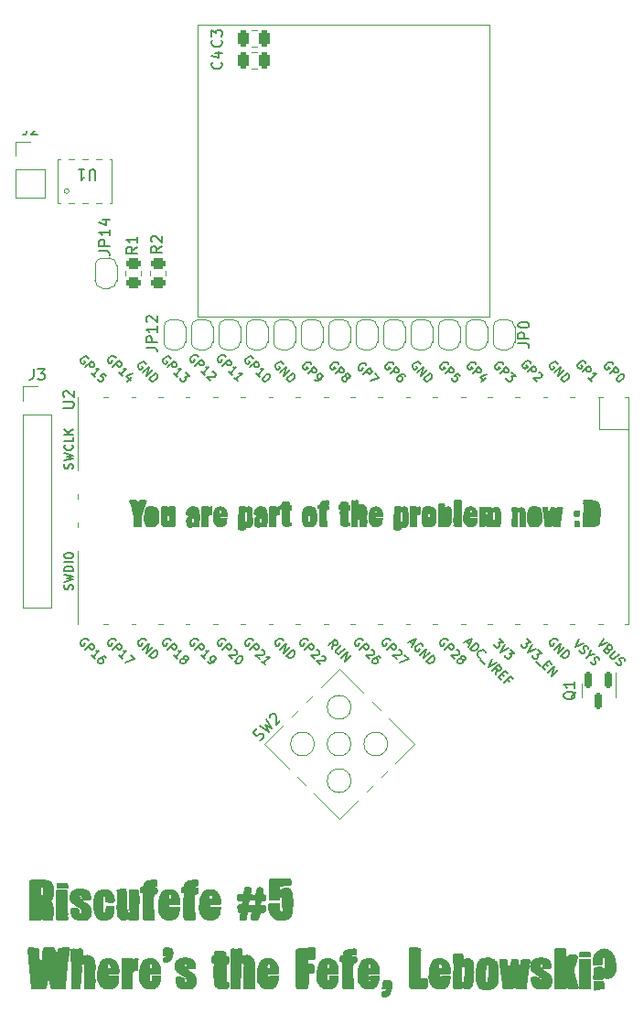
<source format=gto>
G04 #@! TF.GenerationSoftware,KiCad,Pcbnew,(7.0.0)*
G04 #@! TF.CreationDate,2023-02-19T21:46:30+01:00*
G04 #@! TF.ProjectId,Glitchifier9000,476c6974-6368-4696-9669-657239303030,rev?*
G04 #@! TF.SameCoordinates,Original*
G04 #@! TF.FileFunction,Legend,Top*
G04 #@! TF.FilePolarity,Positive*
%FSLAX46Y46*%
G04 Gerber Fmt 4.6, Leading zero omitted, Abs format (unit mm)*
G04 Created by KiCad (PCBNEW (7.0.0)) date 2023-02-19 21:46:30*
%MOMM*%
%LPD*%
G01*
G04 APERTURE LIST*
G04 Aperture macros list*
%AMRoundRect*
0 Rectangle with rounded corners*
0 $1 Rounding radius*
0 $2 $3 $4 $5 $6 $7 $8 $9 X,Y pos of 4 corners*
0 Add a 4 corners polygon primitive as box body*
4,1,4,$2,$3,$4,$5,$6,$7,$8,$9,$2,$3,0*
0 Add four circle primitives for the rounded corners*
1,1,$1+$1,$2,$3*
1,1,$1+$1,$4,$5*
1,1,$1+$1,$6,$7*
1,1,$1+$1,$8,$9*
0 Add four rect primitives between the rounded corners*
20,1,$1+$1,$2,$3,$4,$5,0*
20,1,$1+$1,$4,$5,$6,$7,0*
20,1,$1+$1,$6,$7,$8,$9,0*
20,1,$1+$1,$8,$9,$2,$3,0*%
%AMRotRect*
0 Rectangle, with rotation*
0 The origin of the aperture is its center*
0 $1 length*
0 $2 width*
0 $3 Rotation angle, in degrees counterclockwise*
0 Add horizontal line*
21,1,$1,$2,0,0,$3*%
%AMFreePoly0*
4,1,19,0.500000,-0.750000,0.000000,-0.750000,0.000000,-0.744911,-0.071157,-0.744911,-0.207708,-0.704816,-0.327430,-0.627875,-0.420627,-0.520320,-0.479746,-0.390866,-0.500000,-0.250000,-0.500000,0.250000,-0.479746,0.390866,-0.420627,0.520320,-0.327430,0.627875,-0.207708,0.704816,-0.071157,0.744911,0.000000,0.744911,0.000000,0.750000,0.500000,0.750000,0.500000,-0.750000,0.500000,-0.750000,
$1*%
%AMFreePoly1*
4,1,19,0.000000,0.744911,0.071157,0.744911,0.207708,0.704816,0.327430,0.627875,0.420627,0.520320,0.479746,0.390866,0.500000,0.250000,0.500000,-0.250000,0.479746,-0.390866,0.420627,-0.520320,0.327430,-0.627875,0.207708,-0.704816,0.071157,-0.744911,0.000000,-0.744911,0.000000,-0.750000,-0.500000,-0.750000,-0.500000,0.750000,0.000000,0.750000,0.000000,0.744911,0.000000,0.744911,
$1*%
G04 Aperture macros list end*
%ADD10C,0.375000*%
%ADD11C,0.150000*%
%ADD12C,0.120000*%
%ADD13C,0.254000*%
%ADD14RoundRect,0.250000X0.250000X0.475000X-0.250000X0.475000X-0.250000X-0.475000X0.250000X-0.475000X0*%
%ADD15R,1.700000X3.500000*%
%ADD16R,3.500000X1.700000*%
%ADD17RoundRect,0.150000X-0.150000X0.587500X-0.150000X-0.587500X0.150000X-0.587500X0.150000X0.587500X0*%
%ADD18FreePoly0,270.000000*%
%ADD19FreePoly1,270.000000*%
%ADD20R,0.720000X1.780000*%
%ADD21RoundRect,0.250000X0.450000X-0.262500X0.450000X0.262500X-0.450000X0.262500X-0.450000X-0.262500X0*%
%ADD22R,1.700000X1.700000*%
%ADD23O,1.700000X1.700000*%
%ADD24C,5.000000*%
%ADD25FreePoly0,90.000000*%
%ADD26FreePoly1,90.000000*%
%ADD27R,1.000000X1.000000*%
%ADD28RotRect,1.000000X1.000000X225.000000*%
%ADD29O,2.200000X3.500000*%
%ADD30R,1.500000X2.500000*%
%ADD31O,1.500000X2.500000*%
%ADD32R,2.000000X2.000000*%
%ADD33C,2.000000*%
G04 APERTURE END LIST*
D10*
G36*
X117532499Y-92982861D02*
G01*
X117544100Y-92982861D01*
X117570805Y-92987583D01*
X117599627Y-92991676D01*
X117630568Y-92995140D01*
X117655163Y-92997324D01*
X117680950Y-92999154D01*
X117707928Y-93000630D01*
X117736098Y-93001751D01*
X117765459Y-93002519D01*
X117796011Y-93002932D01*
X117817042Y-93003011D01*
X117844939Y-93003011D01*
X117870037Y-93003011D01*
X117895779Y-93003011D01*
X117922163Y-93003011D01*
X117933668Y-93003011D01*
X117954428Y-93003011D01*
X117978966Y-93003011D01*
X117981906Y-93003011D01*
X118002056Y-93003011D01*
X118026858Y-93007043D01*
X118049440Y-93019139D01*
X118069801Y-93039300D01*
X118085486Y-93062999D01*
X118097310Y-93087275D01*
X118097310Y-93130017D01*
X118086005Y-93153640D01*
X118073992Y-93179197D01*
X118062686Y-93204041D01*
X118052888Y-93227282D01*
X118049072Y-93239926D01*
X118039793Y-93265490D01*
X118030809Y-93290278D01*
X118022119Y-93314290D01*
X118013724Y-93337528D01*
X117997817Y-93381678D01*
X117983089Y-93422727D01*
X117969538Y-93460675D01*
X117957166Y-93495523D01*
X117945973Y-93527269D01*
X117935957Y-93555915D01*
X117927120Y-93581461D01*
X117916074Y-93613965D01*
X117907679Y-93639492D01*
X117899578Y-93666534D01*
X117898252Y-93673457D01*
X117887500Y-93706993D01*
X117876003Y-93743181D01*
X117863763Y-93782021D01*
X117850778Y-93823514D01*
X117837049Y-93867659D01*
X117822575Y-93914456D01*
X117815060Y-93938850D01*
X117807358Y-93963906D01*
X117799470Y-93989625D01*
X117791396Y-94016008D01*
X117783136Y-94043054D01*
X117774690Y-94070762D01*
X117766058Y-94099134D01*
X117757240Y-94128169D01*
X117748236Y-94157867D01*
X117739046Y-94188228D01*
X117729670Y-94219252D01*
X117720108Y-94250939D01*
X117710359Y-94283289D01*
X117700425Y-94316303D01*
X117690305Y-94349979D01*
X117679998Y-94384319D01*
X117669506Y-94419321D01*
X117658828Y-94454987D01*
X117647963Y-94491316D01*
X117636913Y-94528307D01*
X117637777Y-94564520D01*
X117638613Y-94599963D01*
X117639422Y-94634635D01*
X117640204Y-94668537D01*
X117640958Y-94701668D01*
X117641685Y-94734029D01*
X117642385Y-94765620D01*
X117643057Y-94796440D01*
X117643701Y-94826490D01*
X117644319Y-94855769D01*
X117644908Y-94884278D01*
X117645471Y-94912017D01*
X117646005Y-94938985D01*
X117646513Y-94965182D01*
X117646993Y-94990610D01*
X117647445Y-95015267D01*
X117648268Y-95062269D01*
X117648982Y-95106190D01*
X117649585Y-95147029D01*
X117650079Y-95184786D01*
X117650463Y-95219462D01*
X117650737Y-95251056D01*
X117650902Y-95279569D01*
X117650956Y-95305000D01*
X117650178Y-95340573D01*
X117647844Y-95372648D01*
X117643953Y-95401224D01*
X117638506Y-95426300D01*
X117628822Y-95454293D01*
X117616371Y-95476065D01*
X117596917Y-95494532D01*
X117573140Y-95503280D01*
X117562418Y-95504058D01*
X117536122Y-95504058D01*
X117508752Y-95504058D01*
X117478564Y-95504058D01*
X117449584Y-95504058D01*
X117425032Y-95504058D01*
X117212541Y-95504058D01*
X117176510Y-95503776D01*
X117142454Y-95502932D01*
X117110374Y-95501524D01*
X117080268Y-95499554D01*
X117052137Y-95497021D01*
X117025981Y-95493925D01*
X117001800Y-95490266D01*
X116969232Y-95483723D01*
X116941107Y-95475912D01*
X116917425Y-95466836D01*
X116892763Y-95452763D01*
X116873043Y-95432006D01*
X116860485Y-95408524D01*
X116852578Y-95385399D01*
X116849253Y-95360376D01*
X116849229Y-95358122D01*
X116849229Y-95193869D01*
X116897467Y-94589979D01*
X116897467Y-94580820D01*
X116886228Y-94550022D01*
X116877441Y-94524148D01*
X116867619Y-94493999D01*
X116856761Y-94459576D01*
X116844869Y-94420879D01*
X116831941Y-94377907D01*
X116817978Y-94330661D01*
X116810608Y-94305436D01*
X116802980Y-94279141D01*
X116795093Y-94251779D01*
X116786947Y-94223347D01*
X116778542Y-94193847D01*
X116769878Y-94163279D01*
X116760956Y-94131642D01*
X116751775Y-94098936D01*
X116742335Y-94065162D01*
X116732636Y-94030319D01*
X116722679Y-93994408D01*
X116712462Y-93957428D01*
X116701987Y-93919379D01*
X116691253Y-93880262D01*
X116680261Y-93840077D01*
X116669009Y-93798823D01*
X116657499Y-93756500D01*
X116520723Y-93300376D01*
X116508283Y-93274507D01*
X116497066Y-93250710D01*
X116484015Y-93222202D01*
X116473138Y-93197377D01*
X116462602Y-93171525D01*
X116454444Y-93148097D01*
X116451114Y-93131238D01*
X116459681Y-93101185D01*
X116470424Y-93075139D01*
X116483342Y-93053100D01*
X116502549Y-93031186D01*
X116525154Y-93015533D01*
X116551159Y-93006141D01*
X116580562Y-93003011D01*
X116604986Y-92998584D01*
X116629716Y-92989453D01*
X116639180Y-92985303D01*
X116664182Y-92988468D01*
X116689269Y-92991321D01*
X116714443Y-92993863D01*
X116739702Y-92996094D01*
X116765047Y-92998013D01*
X116790477Y-92999621D01*
X116815994Y-93000918D01*
X116841597Y-93001904D01*
X116867285Y-93002578D01*
X116893059Y-93002942D01*
X116910290Y-93003011D01*
X116940084Y-93003011D01*
X116969550Y-93003011D01*
X116998688Y-93003011D01*
X117027498Y-93003011D01*
X117055980Y-93003011D01*
X117084134Y-93003011D01*
X117095304Y-93003011D01*
X117118732Y-93010420D01*
X117140551Y-93032647D01*
X117156847Y-93061097D01*
X117168392Y-93088659D01*
X117179358Y-93121554D01*
X117186346Y-93146449D01*
X117193077Y-93173714D01*
X117199551Y-93203350D01*
X117205767Y-93235356D01*
X117211725Y-93269734D01*
X117217425Y-93306482D01*
X117225550Y-93331423D01*
X117232750Y-93358539D01*
X117239026Y-93387832D01*
X117243382Y-93412834D01*
X117247145Y-93439228D01*
X117250318Y-93467016D01*
X117252898Y-93496196D01*
X117253451Y-93503709D01*
X117246735Y-93503098D01*
X117255350Y-93460236D01*
X117263641Y-93419426D01*
X117271607Y-93380666D01*
X117279249Y-93343958D01*
X117286567Y-93309302D01*
X117293561Y-93276696D01*
X117300229Y-93246142D01*
X117306574Y-93217639D01*
X117312594Y-93191187D01*
X117318290Y-93166787D01*
X117326226Y-93134032D01*
X117333431Y-93105893D01*
X117341903Y-93075554D01*
X117345653Y-93063461D01*
X117366072Y-93043951D01*
X117387670Y-93030660D01*
X117415112Y-93017905D01*
X117441273Y-93008088D01*
X117471173Y-92998614D01*
X117496053Y-92991734D01*
X117523037Y-92985047D01*
X117532499Y-92982861D01*
G37*
G36*
X118908807Y-93626441D02*
G01*
X118935769Y-93638949D01*
X118956717Y-93651523D01*
X118978288Y-93666834D01*
X119000481Y-93684882D01*
X119023296Y-93705667D01*
X119046734Y-93729189D01*
X119070795Y-93755448D01*
X119087181Y-93774475D01*
X119103844Y-93794718D01*
X119120783Y-93816177D01*
X119137999Y-93838853D01*
X119155492Y-93862746D01*
X119170271Y-93890805D01*
X119180716Y-93923032D01*
X119187376Y-93949841D01*
X119193792Y-93980911D01*
X119199965Y-94016240D01*
X119205894Y-94055829D01*
X119211581Y-94099678D01*
X119217024Y-94147788D01*
X119219654Y-94173440D01*
X119222223Y-94200157D01*
X119224732Y-94227939D01*
X119227180Y-94256786D01*
X119229567Y-94286698D01*
X119231893Y-94317675D01*
X119234158Y-94349717D01*
X119236363Y-94382824D01*
X119238506Y-94416996D01*
X119240589Y-94452232D01*
X119242611Y-94488534D01*
X119244572Y-94525901D01*
X119246473Y-94564333D01*
X119246473Y-94667526D01*
X119246362Y-94697100D01*
X119246029Y-94725906D01*
X119245475Y-94753943D01*
X119244698Y-94781213D01*
X119243700Y-94807715D01*
X119242480Y-94833449D01*
X119241038Y-94858414D01*
X119237489Y-94906042D01*
X119233053Y-94950597D01*
X119227729Y-94992080D01*
X119221518Y-95030491D01*
X119214420Y-95065830D01*
X119206434Y-95098097D01*
X119197561Y-95127291D01*
X119187801Y-95153414D01*
X119177153Y-95176464D01*
X119159519Y-95205280D01*
X119139887Y-95227183D01*
X119132900Y-95232948D01*
X119107946Y-95265778D01*
X119083155Y-95296489D01*
X119058525Y-95325083D01*
X119034058Y-95351558D01*
X119009753Y-95375916D01*
X118985610Y-95398155D01*
X118961629Y-95418277D01*
X118937811Y-95436280D01*
X118914155Y-95452165D01*
X118890661Y-95465933D01*
X118867329Y-95477582D01*
X118844159Y-95487113D01*
X118809709Y-95497439D01*
X118775623Y-95502998D01*
X118753102Y-95504058D01*
X118729060Y-95521154D01*
X118702899Y-95527871D01*
X118677092Y-95532107D01*
X118645984Y-95535656D01*
X118609573Y-95538519D01*
X118582353Y-95540045D01*
X118552777Y-95541266D01*
X118520844Y-95542182D01*
X118486554Y-95542793D01*
X118449908Y-95543098D01*
X118430702Y-95543136D01*
X118390848Y-95537352D01*
X118353565Y-95531754D01*
X118318853Y-95526342D01*
X118286713Y-95521116D01*
X118257144Y-95516076D01*
X118230146Y-95511223D01*
X118205719Y-95506555D01*
X118173900Y-95499902D01*
X118147867Y-95493668D01*
X118122154Y-95486006D01*
X118101585Y-95472917D01*
X118075690Y-95466104D01*
X118053408Y-95450843D01*
X118035782Y-95433675D01*
X118017373Y-95411602D01*
X117998180Y-95384624D01*
X117984949Y-95363914D01*
X117971370Y-95341023D01*
X117957443Y-95315952D01*
X117943168Y-95288702D01*
X117928544Y-95259271D01*
X117913572Y-95227660D01*
X117898252Y-95193869D01*
X117889010Y-95165135D01*
X117880363Y-95137245D01*
X117872313Y-95110199D01*
X117864860Y-95083998D01*
X117858002Y-95058641D01*
X117851741Y-95034129D01*
X117843468Y-94998943D01*
X117836536Y-94965657D01*
X117830945Y-94934271D01*
X117826697Y-94904785D01*
X117823790Y-94877198D01*
X117822225Y-94851512D01*
X117822074Y-94843381D01*
X118451462Y-94843381D01*
X118451691Y-94871330D01*
X118452378Y-94897477D01*
X118454267Y-94933315D01*
X118457187Y-94965097D01*
X118461137Y-94992821D01*
X118468006Y-95023475D01*
X118476707Y-95046917D01*
X118493194Y-95068555D01*
X118510081Y-95074190D01*
X118519680Y-95096686D01*
X118522674Y-95085096D01*
X118540993Y-95063973D01*
X118561143Y-95044224D01*
X118565035Y-95040607D01*
X118565035Y-95016182D01*
X118561123Y-94991678D01*
X118559540Y-94988094D01*
X118562498Y-94959181D01*
X118565264Y-94929991D01*
X118567840Y-94900525D01*
X118570226Y-94870782D01*
X118572420Y-94840762D01*
X118574423Y-94810465D01*
X118576236Y-94779892D01*
X118577858Y-94749042D01*
X118579289Y-94717915D01*
X118580530Y-94686512D01*
X118581579Y-94654832D01*
X118582438Y-94622875D01*
X118583105Y-94590642D01*
X118583583Y-94558132D01*
X118583869Y-94525345D01*
X118583964Y-94492282D01*
X118583964Y-94446486D01*
X118583921Y-94415635D01*
X118583792Y-94382616D01*
X118583578Y-94347428D01*
X118583387Y-94322765D01*
X118583158Y-94297139D01*
X118582891Y-94270549D01*
X118582586Y-94242995D01*
X118582242Y-94214478D01*
X118581860Y-94184997D01*
X118581441Y-94154553D01*
X118580983Y-94123144D01*
X118580487Y-94090773D01*
X118579952Y-94057437D01*
X118579380Y-94023138D01*
X118579079Y-94005628D01*
X118565589Y-93984757D01*
X118541665Y-93975127D01*
X118540000Y-93975097D01*
X118515424Y-93986775D01*
X118501599Y-94010861D01*
X118493096Y-94040968D01*
X118488268Y-94071622D01*
X118485800Y-94098445D01*
X118484318Y-94128552D01*
X118483825Y-94161943D01*
X118479906Y-94194515D01*
X118476240Y-94228423D01*
X118472827Y-94263666D01*
X118469666Y-94300246D01*
X118466759Y-94338160D01*
X118464104Y-94377411D01*
X118461702Y-94417997D01*
X118459553Y-94459919D01*
X118457657Y-94503177D01*
X118456013Y-94547770D01*
X118454623Y-94593700D01*
X118453485Y-94640964D01*
X118452600Y-94689565D01*
X118452253Y-94714366D01*
X118451968Y-94739501D01*
X118451747Y-94764970D01*
X118451589Y-94790773D01*
X118451494Y-94816910D01*
X118451462Y-94843381D01*
X117822074Y-94843381D01*
X117821926Y-94835443D01*
X117821926Y-94790258D01*
X117823767Y-94743600D01*
X117825624Y-94698423D01*
X117827497Y-94654728D01*
X117829387Y-94612514D01*
X117831294Y-94571781D01*
X117833218Y-94532529D01*
X117835158Y-94494759D01*
X117837115Y-94458469D01*
X117839089Y-94423661D01*
X117841080Y-94390334D01*
X117843087Y-94358488D01*
X117845110Y-94328124D01*
X117847151Y-94299240D01*
X117849208Y-94271838D01*
X117851282Y-94245917D01*
X117853373Y-94221477D01*
X117857604Y-94177041D01*
X117861902Y-94138530D01*
X117866267Y-94105944D01*
X117870699Y-94079282D01*
X117877471Y-94050399D01*
X117889093Y-94031884D01*
X117895235Y-94003746D01*
X117901906Y-93976423D01*
X117909107Y-93949917D01*
X117916838Y-93924226D01*
X117925098Y-93899351D01*
X117933887Y-93875292D01*
X117943206Y-93852048D01*
X117953054Y-93829620D01*
X117968820Y-93797508D01*
X117985777Y-93767231D01*
X118003925Y-93738789D01*
X118023265Y-93712183D01*
X118043796Y-93687412D01*
X118050904Y-93679563D01*
X118073195Y-93662540D01*
X118095648Y-93647192D01*
X118118261Y-93633517D01*
X118141035Y-93621518D01*
X118163971Y-93611192D01*
X118187067Y-93602541D01*
X118218113Y-93593611D01*
X118249444Y-93587658D01*
X118281062Y-93584681D01*
X118296979Y-93584309D01*
X118324492Y-93578198D01*
X118350932Y-93572688D01*
X118376298Y-93567779D01*
X118400591Y-93563472D01*
X118431312Y-93558663D01*
X118460125Y-93554923D01*
X118487030Y-93552252D01*
X118512027Y-93550649D01*
X118535116Y-93550115D01*
X118591902Y-93550115D01*
X118616783Y-93550115D01*
X118617548Y-93550115D01*
X118642881Y-93550115D01*
X118646246Y-93550115D01*
X118908807Y-93626441D01*
G37*
G36*
X119943786Y-93550115D02*
G01*
X119957296Y-93570618D01*
X119963879Y-93596247D01*
X119970348Y-93632127D01*
X119976702Y-93678259D01*
X119979836Y-93705169D01*
X119982941Y-93734642D01*
X119986018Y-93766678D01*
X119989067Y-93801277D01*
X119992086Y-93838439D01*
X119995077Y-93878163D01*
X119998040Y-93920451D01*
X120000973Y-93965301D01*
X120003879Y-94012715D01*
X120006755Y-94062691D01*
X120009603Y-94115230D01*
X120012422Y-94170332D01*
X120015213Y-94227997D01*
X120017975Y-94288224D01*
X120020708Y-94351015D01*
X120023413Y-94416368D01*
X120026089Y-94484285D01*
X120028737Y-94554764D01*
X120031356Y-94627806D01*
X120033946Y-94703411D01*
X120036508Y-94781579D01*
X120039041Y-94862309D01*
X120042991Y-94893191D01*
X120047284Y-94921035D01*
X120051921Y-94945842D01*
X120058638Y-94974192D01*
X120067892Y-95002036D01*
X120080257Y-95024311D01*
X120098880Y-95035111D01*
X120120531Y-95018219D01*
X120138764Y-94999414D01*
X120151787Y-94976659D01*
X120154446Y-94961228D01*
X120154446Y-94907494D01*
X120151778Y-94879550D01*
X120149196Y-94850899D01*
X120146698Y-94821542D01*
X120144285Y-94791479D01*
X120141956Y-94760710D01*
X120139712Y-94729235D01*
X120137553Y-94697054D01*
X120135479Y-94664167D01*
X120133489Y-94630574D01*
X120131584Y-94596276D01*
X120129763Y-94561271D01*
X120128027Y-94525560D01*
X120126376Y-94489143D01*
X120124810Y-94452020D01*
X120123328Y-94414191D01*
X120121931Y-94375656D01*
X120120618Y-94336414D01*
X120119391Y-94296467D01*
X120118248Y-94255814D01*
X120117189Y-94214455D01*
X120116215Y-94172390D01*
X120115326Y-94129619D01*
X120114522Y-94086142D01*
X120113802Y-94041959D01*
X120113167Y-93997070D01*
X120112617Y-93951474D01*
X120112151Y-93905173D01*
X120111770Y-93858166D01*
X120111474Y-93810453D01*
X120111262Y-93762034D01*
X120111135Y-93712908D01*
X120111093Y-93663077D01*
X120111093Y-93650254D01*
X120125789Y-93626224D01*
X120143700Y-93608096D01*
X120168106Y-93594606D01*
X120192904Y-93589125D01*
X120204515Y-93588583D01*
X120232319Y-93588583D01*
X120257034Y-93588583D01*
X120282565Y-93588583D01*
X120308912Y-93588583D01*
X120336074Y-93588583D01*
X120340681Y-93588583D01*
X120368583Y-93588583D01*
X120395197Y-93588583D01*
X120420522Y-93588583D01*
X120456096Y-93588583D01*
X120488772Y-93588583D01*
X120518550Y-93588583D01*
X120545430Y-93588583D01*
X120576762Y-93588583D01*
X120602941Y-93588583D01*
X120628421Y-93588583D01*
X120632551Y-93588583D01*
X120660396Y-93594923D01*
X120683938Y-93610451D01*
X120703327Y-93630507D01*
X120718687Y-93651211D01*
X120733914Y-93676055D01*
X120749008Y-93705040D01*
X120756504Y-93721085D01*
X120756504Y-93873736D01*
X120756802Y-93901965D01*
X120757697Y-93930552D01*
X120759188Y-93959496D01*
X120761275Y-93988798D01*
X120763958Y-94018458D01*
X120767238Y-94048475D01*
X120768716Y-94060582D01*
X120718647Y-95022899D01*
X120719288Y-95049410D01*
X120720724Y-95077746D01*
X120722339Y-95103156D01*
X120724416Y-95132129D01*
X120726954Y-95164665D01*
X120729954Y-95200765D01*
X120732211Y-95226811D01*
X120734672Y-95254441D01*
X120737339Y-95283655D01*
X120740211Y-95314452D01*
X120743287Y-95346833D01*
X120744903Y-95363618D01*
X120742088Y-95392708D01*
X120733645Y-95418305D01*
X120719572Y-95440411D01*
X120699870Y-95459025D01*
X120674540Y-95474147D01*
X120651848Y-95483197D01*
X120625989Y-95490283D01*
X120596965Y-95495405D01*
X120564774Y-95498562D01*
X120539354Y-95500145D01*
X120511762Y-95501691D01*
X120487347Y-95502850D01*
X120462879Y-95503714D01*
X120440210Y-95504058D01*
X120347398Y-95504058D01*
X120312793Y-95503616D01*
X120280422Y-95502292D01*
X120250282Y-95500086D01*
X120222376Y-95496997D01*
X120196702Y-95493026D01*
X120162376Y-95485414D01*
X120133074Y-95475817D01*
X120108796Y-95464234D01*
X120084238Y-95445701D01*
X120068610Y-95423638D01*
X120061912Y-95398045D01*
X120061633Y-95391095D01*
X120074456Y-95391095D01*
X120081173Y-95403918D01*
X120056527Y-95421814D01*
X120032279Y-95437950D01*
X120008428Y-95452325D01*
X119984974Y-95464940D01*
X119961917Y-95475795D01*
X119931792Y-95487531D01*
X119902373Y-95496136D01*
X119873660Y-95501613D01*
X119845653Y-95503960D01*
X119838762Y-95504058D01*
X119802531Y-95503216D01*
X119767874Y-95500690D01*
X119734792Y-95496480D01*
X119703283Y-95490586D01*
X119673349Y-95483008D01*
X119644989Y-95473747D01*
X119618204Y-95462801D01*
X119592992Y-95450171D01*
X119569355Y-95435858D01*
X119547292Y-95419861D01*
X119526804Y-95402179D01*
X119507889Y-95382814D01*
X119490549Y-95361765D01*
X119474783Y-95339031D01*
X119460591Y-95314614D01*
X119447973Y-95288513D01*
X119426185Y-95267669D01*
X119416466Y-95244705D01*
X119407530Y-95213380D01*
X119402008Y-95187851D01*
X119396835Y-95158607D01*
X119392010Y-95125646D01*
X119387533Y-95088969D01*
X119383404Y-95048576D01*
X119379623Y-95004466D01*
X119376191Y-94956641D01*
X119374606Y-94931335D01*
X119373107Y-94905100D01*
X119371696Y-94877935D01*
X119370371Y-94849842D01*
X119369134Y-94820820D01*
X119367984Y-94790868D01*
X119367984Y-94734693D01*
X119368397Y-94695785D01*
X119368797Y-94657985D01*
X119369184Y-94621291D01*
X119369558Y-94585704D01*
X119369919Y-94551224D01*
X119370266Y-94517851D01*
X119370601Y-94485584D01*
X119370922Y-94454424D01*
X119371231Y-94424371D01*
X119371526Y-94395424D01*
X119371808Y-94367584D01*
X119372077Y-94340851D01*
X119372332Y-94315225D01*
X119372575Y-94290705D01*
X119373021Y-94244986D01*
X119373415Y-94203693D01*
X119373756Y-94166828D01*
X119374044Y-94134389D01*
X119374281Y-94106378D01*
X119374536Y-94072661D01*
X119374694Y-94043199D01*
X119374700Y-94038600D01*
X119377753Y-94030663D01*
X119374703Y-94005504D01*
X119374700Y-94004406D01*
X119394240Y-93995858D01*
X119374700Y-93988531D01*
X119376716Y-93964066D01*
X119377753Y-93961053D01*
X119374090Y-93951284D01*
X119379585Y-93921974D01*
X119371647Y-93937850D01*
X119379585Y-93885949D01*
X119379585Y-93830383D01*
X119378142Y-93802985D01*
X119375721Y-93774506D01*
X119373276Y-93748904D01*
X119370235Y-93718919D01*
X119367373Y-93691776D01*
X119377267Y-93667590D01*
X119392988Y-93641892D01*
X119412436Y-93621234D01*
X119435611Y-93605614D01*
X119462513Y-93595033D01*
X119486718Y-93590195D01*
X119513308Y-93588583D01*
X119541263Y-93577501D01*
X119570171Y-93568297D01*
X119593985Y-93562286D01*
X119618409Y-93557478D01*
X119643444Y-93553871D01*
X119669089Y-93551467D01*
X119695345Y-93550265D01*
X119708702Y-93550115D01*
X119777090Y-93550115D01*
X119819833Y-93550115D01*
X119833877Y-93550115D01*
X119882115Y-93550115D01*
X119943786Y-93550115D01*
G37*
G36*
X122389453Y-93589356D02*
G01*
X122436803Y-93590659D01*
X122481664Y-93593263D01*
X122524034Y-93597170D01*
X122563914Y-93602379D01*
X122601305Y-93608891D01*
X122636205Y-93616705D01*
X122668615Y-93625821D01*
X122698534Y-93636240D01*
X122725964Y-93647960D01*
X122750903Y-93660983D01*
X122773353Y-93675309D01*
X122793312Y-93690937D01*
X122818582Y-93716820D01*
X122838249Y-93745634D01*
X122843559Y-93755889D01*
X122866475Y-93783805D01*
X122887137Y-93812139D01*
X122905544Y-93840892D01*
X122921698Y-93870063D01*
X122935598Y-93899653D01*
X122947243Y-93929662D01*
X122956635Y-93960089D01*
X122963773Y-93990935D01*
X122968656Y-94022199D01*
X122971286Y-94053882D01*
X122971787Y-94075237D01*
X122977778Y-94099079D01*
X122983541Y-94126948D01*
X122989075Y-94158842D01*
X122993075Y-94185406D01*
X122996946Y-94214233D01*
X123000688Y-94245326D01*
X123004302Y-94278684D01*
X123007786Y-94314306D01*
X123010038Y-94339312D01*
X123012232Y-94365325D01*
X123013308Y-94378709D01*
X123012523Y-94444563D01*
X123011693Y-94508327D01*
X123010820Y-94570000D01*
X123009902Y-94629582D01*
X123008940Y-94687074D01*
X123007934Y-94742475D01*
X123006884Y-94795786D01*
X123005790Y-94847006D01*
X123004652Y-94896136D01*
X123003469Y-94943174D01*
X123002243Y-94988123D01*
X123000972Y-95030980D01*
X122999657Y-95071747D01*
X122998298Y-95110423D01*
X122996895Y-95147009D01*
X122995448Y-95181504D01*
X122993957Y-95213909D01*
X122992421Y-95244223D01*
X122990842Y-95272446D01*
X122989218Y-95298579D01*
X122985838Y-95344572D01*
X122982282Y-95382203D01*
X122978549Y-95411472D01*
X122972619Y-95439695D01*
X122966291Y-95449103D01*
X122947837Y-95467779D01*
X122927121Y-95484684D01*
X122904519Y-95497564D01*
X122880461Y-95503843D01*
X122875311Y-95504058D01*
X122848971Y-95504058D01*
X122823002Y-95504058D01*
X122797764Y-95504058D01*
X122626183Y-95504058D01*
X122598697Y-95504058D01*
X122571935Y-95504058D01*
X122545460Y-95504058D01*
X122531539Y-95504058D01*
X122501009Y-95504058D01*
X122471892Y-95502090D01*
X122445219Y-95496186D01*
X122420992Y-95486348D01*
X122399209Y-95472573D01*
X122379871Y-95454863D01*
X122362978Y-95433218D01*
X122362477Y-95432412D01*
X122355768Y-95445973D01*
X122340492Y-95471218D01*
X122323961Y-95493372D01*
X122306174Y-95512434D01*
X122287132Y-95528405D01*
X122259788Y-95544892D01*
X122230212Y-95555883D01*
X122198403Y-95561378D01*
X122181661Y-95562065D01*
X122127928Y-95562065D01*
X122097011Y-95561164D01*
X122067459Y-95558459D01*
X122039271Y-95553951D01*
X122012447Y-95547640D01*
X121986987Y-95539525D01*
X121962892Y-95529608D01*
X121940161Y-95517887D01*
X121918795Y-95504363D01*
X121898793Y-95489036D01*
X121880155Y-95471905D01*
X121862881Y-95452972D01*
X121846972Y-95432235D01*
X121832427Y-95409695D01*
X121819247Y-95385352D01*
X121807431Y-95359205D01*
X121796979Y-95331256D01*
X121781093Y-95310667D01*
X121767326Y-95281262D01*
X121758391Y-95253424D01*
X121750647Y-95220626D01*
X121746146Y-95196006D01*
X121742174Y-95169182D01*
X121738733Y-95140155D01*
X121735820Y-95108923D01*
X121733438Y-95075488D01*
X121731584Y-95039848D01*
X121730393Y-95005802D01*
X122283633Y-95005802D01*
X122291459Y-95032838D01*
X122299673Y-95055939D01*
X122310041Y-95078464D01*
X122324734Y-95099683D01*
X122340419Y-95110827D01*
X122352259Y-95089326D01*
X122375004Y-95072410D01*
X122399276Y-95056868D01*
X122403922Y-95054040D01*
X122413072Y-95028275D01*
X122418119Y-95000154D01*
X122420614Y-94975739D01*
X122422186Y-94947716D01*
X122422777Y-94922700D01*
X122422851Y-94909326D01*
X122422672Y-94884704D01*
X122421733Y-94850749D01*
X122419989Y-94820368D01*
X122417440Y-94793562D01*
X122412789Y-94763380D01*
X122406706Y-94739552D01*
X122394900Y-94715724D01*
X122377056Y-94705994D01*
X122370339Y-94705994D01*
X122346082Y-94715332D01*
X122328688Y-94737380D01*
X122316619Y-94764356D01*
X122308644Y-94790036D01*
X122301592Y-94820384D01*
X122295463Y-94855402D01*
X122291890Y-94881341D01*
X122288727Y-94909355D01*
X122285975Y-94939444D01*
X122283633Y-94971608D01*
X122283633Y-95005802D01*
X121730393Y-95005802D01*
X121730260Y-95002005D01*
X121729466Y-94961958D01*
X121729201Y-94919706D01*
X121730141Y-94887802D01*
X121732960Y-94856661D01*
X121737659Y-94826284D01*
X121744238Y-94796669D01*
X121752695Y-94767818D01*
X121763033Y-94739730D01*
X121775250Y-94712405D01*
X121789346Y-94685844D01*
X121805322Y-94660046D01*
X121823178Y-94635011D01*
X121842913Y-94610739D01*
X121864527Y-94587231D01*
X121888021Y-94564486D01*
X121913395Y-94542504D01*
X121940648Y-94521285D01*
X121969781Y-94500830D01*
X122009520Y-94476518D01*
X122046917Y-94453498D01*
X122076939Y-94434891D01*
X122068500Y-94438064D01*
X122041251Y-94446765D01*
X122014780Y-94452792D01*
X121996647Y-94454424D01*
X121963448Y-94450555D01*
X121932390Y-94446123D01*
X121903475Y-94441129D01*
X121876701Y-94435571D01*
X121852069Y-94429451D01*
X121819138Y-94419215D01*
X121791025Y-94407712D01*
X121767732Y-94394943D01*
X121744171Y-94375948D01*
X121729178Y-94354701D01*
X121728035Y-94349624D01*
X122211263Y-94349624D01*
X122222114Y-94342530D01*
X122243116Y-94328560D01*
X122270226Y-94310029D01*
X122292067Y-94294407D01*
X122312990Y-94278102D01*
X122324543Y-94266967D01*
X122362401Y-94196137D01*
X122357764Y-94165664D01*
X122353318Y-94138969D01*
X122348029Y-94110913D01*
X122342076Y-94085039D01*
X122333107Y-94060805D01*
X122330649Y-94058140D01*
X122311721Y-94058140D01*
X122305488Y-94083233D01*
X122299077Y-94111740D01*
X122293562Y-94136685D01*
X122287055Y-94166380D01*
X122281524Y-94191770D01*
X122277527Y-94210181D01*
X122268657Y-94238170D01*
X122258994Y-94264205D01*
X122248536Y-94288287D01*
X122237284Y-94310416D01*
X122221045Y-94336882D01*
X122211263Y-94349624D01*
X121728035Y-94349624D01*
X121722485Y-94324975D01*
X121716467Y-94301097D01*
X121711020Y-94276549D01*
X121706506Y-94250226D01*
X121704777Y-94227889D01*
X121704777Y-94203464D01*
X121707740Y-94176424D01*
X121713006Y-94151503D01*
X121720906Y-94121068D01*
X121728559Y-94094623D01*
X121737693Y-94065076D01*
X121748308Y-94032427D01*
X121756208Y-94008938D01*
X121764766Y-93984070D01*
X121773982Y-93957823D01*
X121783857Y-93930198D01*
X121789041Y-93915868D01*
X121805480Y-93889741D01*
X121823197Y-93864482D01*
X121842192Y-93840091D01*
X121862466Y-93816568D01*
X121884019Y-93793914D01*
X121906850Y-93772128D01*
X121930959Y-93751210D01*
X121956347Y-93731160D01*
X121983014Y-93711978D01*
X122010958Y-93693665D01*
X122040182Y-93676219D01*
X122070683Y-93659642D01*
X122102464Y-93643934D01*
X122135522Y-93629093D01*
X122169859Y-93615121D01*
X122205475Y-93602016D01*
X122232473Y-93597659D01*
X122260802Y-93594202D01*
X122285426Y-93592011D01*
X122310974Y-93590446D01*
X122337447Y-93589507D01*
X122364843Y-93589194D01*
X122389453Y-93589356D01*
G37*
G36*
X124088587Y-93589194D02*
G01*
X124114932Y-93594941D01*
X124138756Y-93609701D01*
X124156873Y-93626731D01*
X124175206Y-93648870D01*
X124184453Y-93661856D01*
X124180961Y-93688818D01*
X124177812Y-93714750D01*
X124175007Y-93739651D01*
X124171802Y-93771250D01*
X124169207Y-93801017D01*
X124167222Y-93828952D01*
X124165848Y-93855056D01*
X124164990Y-93885109D01*
X124164913Y-93896329D01*
X124164913Y-94201633D01*
X124163743Y-94231859D01*
X124160233Y-94259113D01*
X124154384Y-94283394D01*
X124142944Y-94311143D01*
X124127345Y-94333607D01*
X124107587Y-94350785D01*
X124083668Y-94362677D01*
X124055590Y-94369284D01*
X124031801Y-94370771D01*
X124006919Y-94370771D01*
X123981180Y-94370771D01*
X123963413Y-94370771D01*
X123937603Y-94375128D01*
X123913295Y-94388202D01*
X123894187Y-94405754D01*
X123876122Y-94429358D01*
X123862422Y-94452599D01*
X123849389Y-94479714D01*
X123843123Y-94494724D01*
X123836826Y-94521638D01*
X123830758Y-94548953D01*
X123824920Y-94576669D01*
X123819310Y-94604786D01*
X123813929Y-94633303D01*
X123808777Y-94662221D01*
X123803854Y-94691540D01*
X123799160Y-94721259D01*
X123824805Y-95297062D01*
X123824805Y-95304389D01*
X123824032Y-95340072D01*
X123821714Y-95372245D01*
X123817850Y-95400908D01*
X123812440Y-95426062D01*
X123802823Y-95454140D01*
X123790458Y-95475979D01*
X123771138Y-95494503D01*
X123747525Y-95503278D01*
X123736878Y-95504058D01*
X123711302Y-95504058D01*
X123684952Y-95504058D01*
X123657827Y-95504058D01*
X123629926Y-95504058D01*
X123601250Y-95504058D01*
X123571799Y-95504058D01*
X123559802Y-95504058D01*
X123533002Y-95504058D01*
X123507099Y-95504058D01*
X123482092Y-95504058D01*
X123446264Y-95504058D01*
X123412454Y-95504058D01*
X123380662Y-95504058D01*
X123350888Y-95504058D01*
X123323132Y-95504058D01*
X123297393Y-95504058D01*
X123266214Y-95504058D01*
X123238622Y-95504058D01*
X123212442Y-95498409D01*
X123189159Y-95484201D01*
X123168924Y-95465138D01*
X123151864Y-95444399D01*
X123134625Y-95419248D01*
X123131155Y-95413688D01*
X123138483Y-95347742D01*
X123138483Y-95111437D01*
X123139320Y-95082615D01*
X123140808Y-95053763D01*
X123142413Y-95027066D01*
X123144436Y-94996032D01*
X123146878Y-94960662D01*
X123148738Y-94934674D01*
X123150785Y-94906757D01*
X123153017Y-94876914D01*
X123155436Y-94845143D01*
X123158041Y-94811445D01*
X123160831Y-94775820D01*
X123162296Y-94757285D01*
X123161977Y-94708691D01*
X123161631Y-94661064D01*
X123161257Y-94614405D01*
X123160856Y-94568712D01*
X123160427Y-94523987D01*
X123159971Y-94480229D01*
X123159487Y-94437438D01*
X123158976Y-94395615D01*
X123158438Y-94354758D01*
X123157872Y-94314869D01*
X123157279Y-94275947D01*
X123156658Y-94237992D01*
X123156010Y-94201005D01*
X123155334Y-94164984D01*
X123154631Y-94129931D01*
X123153900Y-94095845D01*
X123153143Y-94062726D01*
X123152357Y-94030574D01*
X123151545Y-93999390D01*
X123150704Y-93969172D01*
X123149837Y-93939922D01*
X123148942Y-93911639D01*
X123148019Y-93884324D01*
X123147069Y-93857975D01*
X123146092Y-93832594D01*
X123145087Y-93808180D01*
X123142995Y-93762253D01*
X123140794Y-93720195D01*
X123138483Y-93682006D01*
X123142910Y-93656971D01*
X123156190Y-93633157D01*
X123175074Y-93613322D01*
X123196655Y-93597065D01*
X123209313Y-93589194D01*
X123237668Y-93589194D01*
X123263504Y-93589194D01*
X123292258Y-93589194D01*
X123317076Y-93589194D01*
X123341662Y-93589194D01*
X123365629Y-93589194D01*
X123782673Y-93589194D01*
X123807124Y-93599312D01*
X123827998Y-93612961D01*
X123842730Y-93633429D01*
X123843123Y-93660024D01*
X123839460Y-93647201D01*
X123866136Y-93636835D01*
X123892124Y-93627488D01*
X123917427Y-93619160D01*
X123942042Y-93611853D01*
X123965970Y-93605565D01*
X123996805Y-93598767D01*
X124026420Y-93593782D01*
X124054813Y-93590610D01*
X124081985Y-93589250D01*
X124088587Y-93589194D01*
G37*
G36*
X124995092Y-93590525D02*
G01*
X125025034Y-93594517D01*
X125055857Y-93601172D01*
X125087560Y-93610489D01*
X125120142Y-93622467D01*
X125153605Y-93637107D01*
X125176403Y-93648346D01*
X125199592Y-93660768D01*
X125223172Y-93674373D01*
X125247143Y-93689161D01*
X125271505Y-93705133D01*
X125296258Y-93722287D01*
X125321403Y-93740624D01*
X125342281Y-93764667D01*
X125362171Y-93788709D01*
X125381073Y-93812752D01*
X125398988Y-93836795D01*
X125415916Y-93860837D01*
X125431856Y-93884880D01*
X125446809Y-93908923D01*
X125460774Y-93932965D01*
X125473752Y-93957008D01*
X125485742Y-93981051D01*
X125496745Y-94005093D01*
X125506761Y-94029136D01*
X125515788Y-94053179D01*
X125523829Y-94077221D01*
X125530882Y-94101264D01*
X125536947Y-94125307D01*
X125541203Y-94158990D01*
X125545040Y-94190429D01*
X125548459Y-94219626D01*
X125551459Y-94246579D01*
X125554040Y-94271289D01*
X125556831Y-94300746D01*
X125558877Y-94326215D01*
X125560389Y-94352443D01*
X125560761Y-94368939D01*
X125560761Y-94393363D01*
X125560080Y-94424899D01*
X125558035Y-94453334D01*
X125554627Y-94478666D01*
X125547963Y-94507618D01*
X125538875Y-94531054D01*
X125524108Y-94552596D01*
X125501389Y-94567071D01*
X125483214Y-94569829D01*
X125439174Y-94569829D01*
X125397271Y-94569829D01*
X125357505Y-94569829D01*
X125319877Y-94569829D01*
X125284385Y-94569829D01*
X125251031Y-94569829D01*
X125219813Y-94569829D01*
X125190733Y-94569829D01*
X125163790Y-94569829D01*
X125138984Y-94569829D01*
X125105782Y-94569829D01*
X125077389Y-94569829D01*
X125047012Y-94569829D01*
X125035028Y-94569829D01*
X125008732Y-94569829D01*
X124983270Y-94569829D01*
X124970915Y-94569829D01*
X124953818Y-94569829D01*
X124929312Y-94571757D01*
X124904744Y-94581202D01*
X124891478Y-94602927D01*
X124890925Y-94610129D01*
X124890448Y-94636604D01*
X124888616Y-94662708D01*
X124886040Y-94679738D01*
X124886687Y-94716043D01*
X124887405Y-94750005D01*
X124888194Y-94781626D01*
X124889055Y-94810904D01*
X124889988Y-94837840D01*
X124890992Y-94862433D01*
X124892632Y-94894932D01*
X124894434Y-94922161D01*
X124897086Y-94950268D01*
X124901601Y-94974861D01*
X124904969Y-94979546D01*
X124927690Y-94990616D01*
X124937331Y-94996643D01*
X124952680Y-94976180D01*
X124967098Y-94956457D01*
X124969083Y-94953290D01*
X124967500Y-94923833D01*
X124966185Y-94896522D01*
X124965138Y-94871359D01*
X124964237Y-94843996D01*
X124963673Y-94815980D01*
X124963587Y-94801859D01*
X124963587Y-94726144D01*
X124956871Y-94702941D01*
X124966144Y-94677295D01*
X124989473Y-94660866D01*
X125014831Y-94652566D01*
X125040333Y-94647986D01*
X125070472Y-94645239D01*
X125096119Y-94644380D01*
X125105248Y-94644323D01*
X125146116Y-94644323D01*
X125185066Y-94644323D01*
X125222098Y-94644323D01*
X125257213Y-94644323D01*
X125290410Y-94644323D01*
X125321689Y-94644323D01*
X125351051Y-94644323D01*
X125378495Y-94644323D01*
X125404021Y-94644323D01*
X125438715Y-94644323D01*
X125469094Y-94644323D01*
X125495158Y-94644323D01*
X125523198Y-94644323D01*
X125529010Y-94644323D01*
X125549770Y-94680348D01*
X125547950Y-94707851D01*
X125546076Y-94734566D01*
X125544148Y-94760492D01*
X125542166Y-94785631D01*
X125540131Y-94809980D01*
X125535900Y-94856315D01*
X125531454Y-94899496D01*
X125526793Y-94939524D01*
X125521918Y-94976399D01*
X125516828Y-95010121D01*
X125511523Y-95040690D01*
X125506004Y-95068105D01*
X125500270Y-95092367D01*
X125491266Y-95122848D01*
X125481780Y-95146234D01*
X125464896Y-95169445D01*
X125448624Y-95209964D01*
X125429576Y-95247870D01*
X125407752Y-95283161D01*
X125383151Y-95315838D01*
X125355774Y-95345901D01*
X125325620Y-95373349D01*
X125292690Y-95398184D01*
X125256984Y-95420404D01*
X125218501Y-95440011D01*
X125177243Y-95457003D01*
X125133207Y-95471380D01*
X125086396Y-95483144D01*
X125061949Y-95488046D01*
X125036808Y-95492294D01*
X125010973Y-95495888D01*
X124984443Y-95498829D01*
X124957220Y-95501117D01*
X124929303Y-95502750D01*
X124900691Y-95503731D01*
X124871386Y-95504058D01*
X124827174Y-95502963D01*
X124784603Y-95499678D01*
X124743673Y-95494204D01*
X124704385Y-95486541D01*
X124666737Y-95476688D01*
X124630730Y-95464645D01*
X124596364Y-95450412D01*
X124563640Y-95433990D01*
X124532556Y-95415379D01*
X124503113Y-95394578D01*
X124475312Y-95371587D01*
X124449151Y-95346406D01*
X124424631Y-95319036D01*
X124401752Y-95289477D01*
X124380515Y-95257728D01*
X124360918Y-95223789D01*
X124341546Y-95202325D01*
X124323423Y-95180522D01*
X124306550Y-95158380D01*
X124290927Y-95135900D01*
X124276554Y-95113081D01*
X124263431Y-95089923D01*
X124251557Y-95066426D01*
X124240934Y-95042591D01*
X124231560Y-95018417D01*
X124223436Y-94993905D01*
X124216562Y-94969054D01*
X124210938Y-94943864D01*
X124206563Y-94918335D01*
X124203439Y-94892468D01*
X124201564Y-94866262D01*
X124200939Y-94839717D01*
X124200939Y-94747515D01*
X124201089Y-94708488D01*
X124201538Y-94670250D01*
X124202286Y-94632801D01*
X124203334Y-94596142D01*
X124204681Y-94560272D01*
X124206327Y-94525192D01*
X124208273Y-94490902D01*
X124210518Y-94457401D01*
X124213062Y-94424689D01*
X124215906Y-94392767D01*
X124219049Y-94361634D01*
X124222492Y-94331291D01*
X124226233Y-94301737D01*
X124230274Y-94272973D01*
X124234615Y-94244999D01*
X124239255Y-94217814D01*
X124244194Y-94191418D01*
X124249432Y-94165812D01*
X124254970Y-94140995D01*
X124259078Y-94124085D01*
X124856731Y-94124085D01*
X124858864Y-94151676D01*
X124866525Y-94176196D01*
X124883937Y-94196327D01*
X124901305Y-94203464D01*
X124929099Y-94198512D01*
X124956233Y-94191586D01*
X124979315Y-94182148D01*
X124996933Y-94164366D01*
X124997781Y-94158890D01*
X124997509Y-94132493D01*
X124996694Y-94107799D01*
X124994450Y-94073952D01*
X124990984Y-94043936D01*
X124986293Y-94017752D01*
X124978136Y-93988801D01*
X124967803Y-93966661D01*
X124948226Y-93946225D01*
X124928172Y-93940903D01*
X124905761Y-93950785D01*
X124885475Y-93968771D01*
X124871500Y-93993711D01*
X124864545Y-94020623D01*
X124862291Y-94046953D01*
X124862227Y-94052644D01*
X124859822Y-94080007D01*
X124857783Y-94105302D01*
X124856731Y-94124085D01*
X124259078Y-94124085D01*
X124260807Y-94116968D01*
X124273379Y-94071282D01*
X124287149Y-94028754D01*
X124302116Y-93989385D01*
X124318281Y-93953173D01*
X124335642Y-93920119D01*
X124354201Y-93890223D01*
X124363996Y-93864456D01*
X124375518Y-93839590D01*
X124388768Y-93815626D01*
X124403746Y-93792564D01*
X124420453Y-93770403D01*
X124438887Y-93749144D01*
X124459050Y-93728786D01*
X124480941Y-93709331D01*
X124504559Y-93690776D01*
X124529906Y-93673123D01*
X124547764Y-93661856D01*
X124573229Y-93648870D01*
X124601538Y-93637162D01*
X124632691Y-93626731D01*
X124666689Y-93617577D01*
X124690935Y-93612184D01*
X124716444Y-93607359D01*
X124743218Y-93603102D01*
X124771256Y-93599412D01*
X124800558Y-93596290D01*
X124831124Y-93593735D01*
X124862954Y-93591748D01*
X124896048Y-93590329D01*
X124930407Y-93589477D01*
X124966030Y-93589194D01*
X124995092Y-93590525D01*
G37*
G36*
X127590009Y-93583569D02*
G01*
X127624205Y-93594113D01*
X127656212Y-93605451D01*
X127686029Y-93617583D01*
X127713657Y-93630510D01*
X127739095Y-93644231D01*
X127762343Y-93658746D01*
X127783402Y-93674055D01*
X127802271Y-93690158D01*
X127824024Y-93712865D01*
X127833441Y-93724748D01*
X127852331Y-93748543D01*
X127864847Y-93772575D01*
X127875945Y-93801909D01*
X127885626Y-93836546D01*
X127891293Y-93862582D01*
X127896331Y-93890975D01*
X127900739Y-93921725D01*
X127904517Y-93954832D01*
X127907665Y-93990294D01*
X127910184Y-94028114D01*
X127912073Y-94068290D01*
X127913333Y-94110823D01*
X127913962Y-94155712D01*
X127914041Y-94179040D01*
X127925642Y-95103499D01*
X127922098Y-95140677D01*
X127917571Y-95176190D01*
X127912061Y-95210038D01*
X127905569Y-95242222D01*
X127898094Y-95272740D01*
X127889636Y-95301594D01*
X127880195Y-95328782D01*
X127869772Y-95354306D01*
X127858366Y-95378165D01*
X127845977Y-95400359D01*
X127832606Y-95420889D01*
X127810706Y-95448561D01*
X127786596Y-95472487D01*
X127760274Y-95492668D01*
X127751009Y-95498562D01*
X127722625Y-95514821D01*
X127693800Y-95529481D01*
X127664536Y-95542542D01*
X127634831Y-95554003D01*
X127604687Y-95563865D01*
X127574102Y-95572128D01*
X127543077Y-95578792D01*
X127511613Y-95583856D01*
X127479708Y-95587321D01*
X127447363Y-95589187D01*
X127425555Y-95589542D01*
X127401742Y-95589542D01*
X127376864Y-95587426D01*
X127352225Y-95581075D01*
X127327825Y-95570491D01*
X127303663Y-95555673D01*
X127279739Y-95536621D01*
X127262997Y-95520477D01*
X127262876Y-95536074D01*
X127262103Y-95567093D01*
X127260815Y-95595894D01*
X127259012Y-95622477D01*
X127256694Y-95646842D01*
X127252250Y-95679230D01*
X127246647Y-95706626D01*
X127237374Y-95735392D01*
X127222884Y-95758871D01*
X127197188Y-95768450D01*
X127176151Y-95782962D01*
X127150913Y-95790275D01*
X127123745Y-95796663D01*
X127099300Y-95801767D01*
X127071367Y-95807139D01*
X127039945Y-95812779D01*
X127017059Y-95816688D01*
X126988170Y-95816628D01*
X126960199Y-95816447D01*
X126933144Y-95816146D01*
X126907007Y-95815725D01*
X126881786Y-95815183D01*
X126834097Y-95813737D01*
X126790076Y-95811810D01*
X126749723Y-95809401D01*
X126713039Y-95806510D01*
X126680024Y-95803138D01*
X126650676Y-95799283D01*
X126624997Y-95794947D01*
X126593357Y-95787539D01*
X126569971Y-95779047D01*
X126549336Y-95762485D01*
X126547502Y-95755017D01*
X126531874Y-95735439D01*
X126526765Y-95710967D01*
X126523885Y-95683097D01*
X126522483Y-95655905D01*
X126521882Y-95624364D01*
X126521857Y-95615799D01*
X126528573Y-95409413D01*
X126532237Y-95403307D01*
X126528573Y-95379494D01*
X126532848Y-95371556D01*
X126527352Y-95361175D01*
X126534069Y-95336141D01*
X126528595Y-95311991D01*
X126528573Y-95309884D01*
X126532848Y-95301947D01*
X126527352Y-95290956D01*
X126534069Y-95266531D01*
X126526131Y-95250045D01*
X126534069Y-95236001D01*
X126528708Y-95211497D01*
X126528573Y-95207913D01*
X126535290Y-95193258D01*
X126524299Y-95207913D01*
X126535290Y-95153569D01*
X126535392Y-95123870D01*
X126535698Y-95095223D01*
X126536208Y-95067627D01*
X126536922Y-95041084D01*
X126537839Y-95015592D01*
X126538961Y-94991152D01*
X126540774Y-94960202D01*
X126542949Y-94931122D01*
X126545487Y-94903912D01*
X126546892Y-94891008D01*
X126536511Y-94871469D01*
X126547502Y-94854372D01*
X126540175Y-94840328D01*
X126551166Y-94818460D01*
X126559714Y-94822620D01*
X126551356Y-94815293D01*
X127199631Y-94815293D01*
X127202281Y-94841911D01*
X127205193Y-94866813D01*
X127210053Y-94900945D01*
X127215504Y-94931213D01*
X127221545Y-94957617D01*
X127230518Y-94986811D01*
X127240541Y-95009137D01*
X127257542Y-95029745D01*
X127273514Y-95035111D01*
X127262523Y-95048545D01*
X127336407Y-95007634D01*
X127349480Y-94985960D01*
X127359848Y-94959863D01*
X127366422Y-94934739D01*
X127371118Y-94906543D01*
X127373522Y-94881775D01*
X127374725Y-94855042D01*
X127374875Y-94840938D01*
X127374875Y-94806744D01*
X127374815Y-94766398D01*
X127374636Y-94727332D01*
X127374338Y-94689547D01*
X127373921Y-94653043D01*
X127373384Y-94617820D01*
X127372728Y-94583877D01*
X127371953Y-94551216D01*
X127371059Y-94519835D01*
X127370045Y-94489735D01*
X127368912Y-94460916D01*
X127367660Y-94433378D01*
X127366288Y-94407121D01*
X127364797Y-94382144D01*
X127361458Y-94336034D01*
X127357642Y-94295047D01*
X127353349Y-94259183D01*
X127348578Y-94228443D01*
X127343331Y-94202826D01*
X127334565Y-94174007D01*
X127321208Y-94153514D01*
X127313814Y-94150952D01*
X127293053Y-94143625D01*
X127265576Y-94143625D01*
X127244401Y-94161719D01*
X127232460Y-94186987D01*
X127224818Y-94214608D01*
X127220201Y-94239643D01*
X127216539Y-94268382D01*
X127213833Y-94300823D01*
X127212081Y-94336968D01*
X127211444Y-94363121D01*
X127211232Y-94390921D01*
X127209159Y-94419119D01*
X127207289Y-94446469D01*
X127205624Y-94472972D01*
X127204162Y-94498626D01*
X127202905Y-94523433D01*
X127201545Y-94555189D01*
X127200548Y-94585438D01*
X127199914Y-94614179D01*
X127199642Y-94641413D01*
X127199631Y-94647986D01*
X127199631Y-94815293D01*
X126551356Y-94815293D01*
X126541110Y-94806311D01*
X126540175Y-94803081D01*
X126573148Y-93785198D01*
X126573148Y-93779092D01*
X126592687Y-93768712D01*
X126573224Y-93753578D01*
X126573148Y-93752226D01*
X126574087Y-93723090D01*
X126576904Y-93696820D01*
X126583583Y-93666252D01*
X126593601Y-93640778D01*
X126610819Y-93616100D01*
X126633254Y-93599383D01*
X126660908Y-93590626D01*
X126680004Y-93589194D01*
X126712977Y-93589194D01*
X126749017Y-93589194D01*
X126783712Y-93589194D01*
X126817061Y-93589194D01*
X126849066Y-93589194D01*
X126879725Y-93589194D01*
X126909039Y-93589194D01*
X126937008Y-93589194D01*
X126963631Y-93589194D01*
X126988909Y-93589194D01*
X127024304Y-93589194D01*
X127056672Y-93589194D01*
X127086014Y-93589194D01*
X127112328Y-93589194D01*
X127128190Y-93589194D01*
X127153312Y-93598718D01*
X127171853Y-93614696D01*
X127189327Y-93634531D01*
X127205003Y-93655390D01*
X127214896Y-93669794D01*
X127236884Y-93654669D01*
X127258661Y-93643320D01*
X127284159Y-93632639D01*
X127313377Y-93622626D01*
X127337733Y-93615555D01*
X127364181Y-93608859D01*
X127392723Y-93602539D01*
X127423358Y-93596594D01*
X127456086Y-93591025D01*
X127482132Y-93589050D01*
X127509609Y-93585539D01*
X127535527Y-93581754D01*
X127560601Y-93577845D01*
X127565995Y-93576981D01*
X127590009Y-93583569D01*
G37*
G36*
X128661609Y-93589356D02*
G01*
X128708960Y-93590659D01*
X128753820Y-93593263D01*
X128796191Y-93597170D01*
X128836071Y-93602379D01*
X128873461Y-93608891D01*
X128908361Y-93616705D01*
X128940771Y-93625821D01*
X128970691Y-93636240D01*
X128998120Y-93647960D01*
X129023060Y-93660983D01*
X129045509Y-93675309D01*
X129065468Y-93690937D01*
X129090738Y-93716820D01*
X129110405Y-93745634D01*
X129115716Y-93755889D01*
X129138631Y-93783805D01*
X129159293Y-93812139D01*
X129177701Y-93840892D01*
X129193854Y-93870063D01*
X129207754Y-93899653D01*
X129219400Y-93929662D01*
X129228791Y-93960089D01*
X129235929Y-93990935D01*
X129240813Y-94022199D01*
X129243442Y-94053882D01*
X129243943Y-94075237D01*
X129249935Y-94099079D01*
X129255697Y-94126948D01*
X129261231Y-94158842D01*
X129265231Y-94185406D01*
X129269102Y-94214233D01*
X129272845Y-94245326D01*
X129276458Y-94278684D01*
X129279943Y-94314306D01*
X129282194Y-94339312D01*
X129284389Y-94365325D01*
X129285465Y-94378709D01*
X129284679Y-94444563D01*
X129283850Y-94508327D01*
X129282976Y-94570000D01*
X129282058Y-94629582D01*
X129281097Y-94687074D01*
X129280091Y-94742475D01*
X129279041Y-94795786D01*
X129277946Y-94847006D01*
X129276808Y-94896136D01*
X129275626Y-94943174D01*
X129274399Y-94988123D01*
X129273128Y-95030980D01*
X129271814Y-95071747D01*
X129270455Y-95110423D01*
X129269051Y-95147009D01*
X129267604Y-95181504D01*
X129266113Y-95213909D01*
X129264577Y-95244223D01*
X129262998Y-95272446D01*
X129261374Y-95298579D01*
X129257994Y-95344572D01*
X129254438Y-95382203D01*
X129250705Y-95411472D01*
X129244775Y-95439695D01*
X129238448Y-95449103D01*
X129219994Y-95467779D01*
X129199278Y-95484684D01*
X129176676Y-95497564D01*
X129152617Y-95503843D01*
X129147467Y-95504058D01*
X129121128Y-95504058D01*
X129095158Y-95504058D01*
X129069920Y-95504058D01*
X128898340Y-95504058D01*
X128870853Y-95504058D01*
X128844092Y-95504058D01*
X128817616Y-95504058D01*
X128803695Y-95504058D01*
X128773165Y-95504058D01*
X128744048Y-95502090D01*
X128717376Y-95496186D01*
X128693148Y-95486348D01*
X128671365Y-95472573D01*
X128652028Y-95454863D01*
X128635135Y-95433218D01*
X128634633Y-95432412D01*
X128627924Y-95445973D01*
X128612649Y-95471218D01*
X128596118Y-95493372D01*
X128578331Y-95512434D01*
X128559288Y-95528405D01*
X128531944Y-95544892D01*
X128502368Y-95555883D01*
X128470559Y-95561378D01*
X128453818Y-95562065D01*
X128400084Y-95562065D01*
X128369167Y-95561164D01*
X128339615Y-95558459D01*
X128311427Y-95553951D01*
X128284603Y-95547640D01*
X128259144Y-95539525D01*
X128235049Y-95529608D01*
X128212318Y-95517887D01*
X128190951Y-95504363D01*
X128170949Y-95489036D01*
X128152311Y-95471905D01*
X128135038Y-95452972D01*
X128119129Y-95432235D01*
X128104584Y-95409695D01*
X128091403Y-95385352D01*
X128079587Y-95359205D01*
X128069135Y-95331256D01*
X128053250Y-95310667D01*
X128039483Y-95281262D01*
X128030547Y-95253424D01*
X128022803Y-95220626D01*
X128018302Y-95196006D01*
X128014331Y-95169182D01*
X128010889Y-95140155D01*
X128007977Y-95108923D01*
X128005594Y-95075488D01*
X128003741Y-95039848D01*
X128002550Y-95005802D01*
X128555789Y-95005802D01*
X128563615Y-95032838D01*
X128571829Y-95055939D01*
X128582198Y-95078464D01*
X128596890Y-95099683D01*
X128612575Y-95110827D01*
X128624416Y-95089326D01*
X128647161Y-95072410D01*
X128671432Y-95056868D01*
X128676079Y-95054040D01*
X128685229Y-95028275D01*
X128690275Y-95000154D01*
X128692771Y-94975739D01*
X128694342Y-94947716D01*
X128694933Y-94922700D01*
X128695007Y-94909326D01*
X128694829Y-94884704D01*
X128693889Y-94850749D01*
X128692145Y-94820368D01*
X128689596Y-94793562D01*
X128684945Y-94763380D01*
X128678863Y-94739552D01*
X128667056Y-94715724D01*
X128649212Y-94705994D01*
X128642495Y-94705994D01*
X128618238Y-94715332D01*
X128600844Y-94737380D01*
X128588775Y-94764356D01*
X128580800Y-94790036D01*
X128573748Y-94820384D01*
X128567620Y-94855402D01*
X128564047Y-94881341D01*
X128560884Y-94909355D01*
X128558131Y-94939444D01*
X128555789Y-94971608D01*
X128555789Y-95005802D01*
X128002550Y-95005802D01*
X128002417Y-95002005D01*
X128001623Y-94961958D01*
X128001358Y-94919706D01*
X128002298Y-94887802D01*
X128005117Y-94856661D01*
X128009816Y-94826284D01*
X128016394Y-94796669D01*
X128024852Y-94767818D01*
X128035189Y-94739730D01*
X128047406Y-94712405D01*
X128061503Y-94685844D01*
X128077479Y-94660046D01*
X128095334Y-94635011D01*
X128115069Y-94610739D01*
X128136684Y-94587231D01*
X128160178Y-94564486D01*
X128185551Y-94542504D01*
X128212804Y-94521285D01*
X128241937Y-94500830D01*
X128281677Y-94476518D01*
X128319074Y-94453498D01*
X128349095Y-94434891D01*
X128340656Y-94438064D01*
X128313408Y-94446765D01*
X128286936Y-94452792D01*
X128268804Y-94454424D01*
X128235604Y-94450555D01*
X128204547Y-94446123D01*
X128175631Y-94441129D01*
X128148858Y-94435571D01*
X128124226Y-94429451D01*
X128091294Y-94419215D01*
X128063182Y-94407712D01*
X128039889Y-94394943D01*
X128016328Y-94375948D01*
X128001334Y-94354701D01*
X128000191Y-94349624D01*
X128483420Y-94349624D01*
X128494270Y-94342530D01*
X128515272Y-94328560D01*
X128542382Y-94310029D01*
X128564223Y-94294407D01*
X128585146Y-94278102D01*
X128596700Y-94266967D01*
X128634557Y-94196137D01*
X128629921Y-94165664D01*
X128625475Y-94138969D01*
X128620185Y-94110913D01*
X128614232Y-94085039D01*
X128605264Y-94060805D01*
X128602806Y-94058140D01*
X128583877Y-94058140D01*
X128577644Y-94083233D01*
X128571233Y-94111740D01*
X128565719Y-94136685D01*
X128559212Y-94166380D01*
X128553681Y-94191770D01*
X128549683Y-94210181D01*
X128540814Y-94238170D01*
X128531150Y-94264205D01*
X128520692Y-94288287D01*
X128509440Y-94310416D01*
X128493202Y-94336882D01*
X128483420Y-94349624D01*
X128000191Y-94349624D01*
X127994641Y-94324975D01*
X127988623Y-94301097D01*
X127983176Y-94276549D01*
X127978663Y-94250226D01*
X127976933Y-94227889D01*
X127976933Y-94203464D01*
X127979896Y-94176424D01*
X127985162Y-94151503D01*
X127993062Y-94121068D01*
X128000715Y-94094623D01*
X128009849Y-94065076D01*
X128020464Y-94032427D01*
X128028364Y-94008938D01*
X128036922Y-93984070D01*
X128046138Y-93957823D01*
X128056013Y-93930198D01*
X128061197Y-93915868D01*
X128077636Y-93889741D01*
X128095353Y-93864482D01*
X128114349Y-93840091D01*
X128134623Y-93816568D01*
X128156175Y-93793914D01*
X128179006Y-93772128D01*
X128203116Y-93751210D01*
X128228504Y-93731160D01*
X128255170Y-93711978D01*
X128283115Y-93693665D01*
X128312338Y-93676219D01*
X128342840Y-93659642D01*
X128374620Y-93643934D01*
X128407679Y-93629093D01*
X128442016Y-93615121D01*
X128477631Y-93602016D01*
X128504629Y-93597659D01*
X128532958Y-93594202D01*
X128557582Y-93592011D01*
X128583130Y-93590446D01*
X128609603Y-93589507D01*
X128637000Y-93589194D01*
X128661609Y-93589356D01*
G37*
G36*
X130360744Y-93589194D02*
G01*
X130387089Y-93594941D01*
X130410912Y-93609701D01*
X130429030Y-93626731D01*
X130447362Y-93648870D01*
X130456609Y-93661856D01*
X130453117Y-93688818D01*
X130449969Y-93714750D01*
X130447164Y-93739651D01*
X130443958Y-93771250D01*
X130441363Y-93801017D01*
X130439378Y-93828952D01*
X130438005Y-93855056D01*
X130437146Y-93885109D01*
X130437070Y-93896329D01*
X130437070Y-94201633D01*
X130435900Y-94231859D01*
X130432390Y-94259113D01*
X130426540Y-94283394D01*
X130415101Y-94311143D01*
X130399502Y-94333607D01*
X130379743Y-94350785D01*
X130355824Y-94362677D01*
X130327746Y-94369284D01*
X130303957Y-94370771D01*
X130279075Y-94370771D01*
X130253336Y-94370771D01*
X130235569Y-94370771D01*
X130209759Y-94375128D01*
X130185452Y-94388202D01*
X130166343Y-94405754D01*
X130148279Y-94429358D01*
X130134578Y-94452599D01*
X130121545Y-94479714D01*
X130115280Y-94494724D01*
X130108983Y-94521638D01*
X130102915Y-94548953D01*
X130097076Y-94576669D01*
X130091466Y-94604786D01*
X130086085Y-94633303D01*
X130080933Y-94662221D01*
X130076010Y-94691540D01*
X130071316Y-94721259D01*
X130096961Y-95297062D01*
X130096961Y-95304389D01*
X130096189Y-95340072D01*
X130093870Y-95372245D01*
X130090006Y-95400908D01*
X130084597Y-95426062D01*
X130074980Y-95454140D01*
X130062615Y-95475979D01*
X130043295Y-95494503D01*
X130019681Y-95503278D01*
X130009034Y-95504058D01*
X129983459Y-95504058D01*
X129957108Y-95504058D01*
X129929983Y-95504058D01*
X129902082Y-95504058D01*
X129873406Y-95504058D01*
X129843955Y-95504058D01*
X129831958Y-95504058D01*
X129805158Y-95504058D01*
X129779255Y-95504058D01*
X129754249Y-95504058D01*
X129718421Y-95504058D01*
X129684611Y-95504058D01*
X129652819Y-95504058D01*
X129623044Y-95504058D01*
X129595288Y-95504058D01*
X129569549Y-95504058D01*
X129538370Y-95504058D01*
X129510779Y-95504058D01*
X129484599Y-95498409D01*
X129461316Y-95484201D01*
X129441080Y-95465138D01*
X129424020Y-95444399D01*
X129406781Y-95419248D01*
X129403312Y-95413688D01*
X129410639Y-95347742D01*
X129410639Y-95111437D01*
X129411476Y-95082615D01*
X129412965Y-95053763D01*
X129414569Y-95027066D01*
X129416592Y-94996032D01*
X129419034Y-94960662D01*
X129420895Y-94934674D01*
X129422941Y-94906757D01*
X129425174Y-94876914D01*
X129427592Y-94845143D01*
X129430197Y-94811445D01*
X129432988Y-94775820D01*
X129434453Y-94757285D01*
X129434134Y-94708691D01*
X129433787Y-94661064D01*
X129433413Y-94614405D01*
X129433012Y-94568712D01*
X129432583Y-94523987D01*
X129432127Y-94480229D01*
X129431644Y-94437438D01*
X129431132Y-94395615D01*
X129430594Y-94354758D01*
X129430028Y-94314869D01*
X129429435Y-94275947D01*
X129428814Y-94237992D01*
X129428166Y-94201005D01*
X129427490Y-94164984D01*
X129426787Y-94129931D01*
X129426057Y-94095845D01*
X129425299Y-94062726D01*
X129424514Y-94030574D01*
X129423701Y-93999390D01*
X129422861Y-93969172D01*
X129421993Y-93939922D01*
X129421098Y-93911639D01*
X129420176Y-93884324D01*
X129419226Y-93857975D01*
X129418248Y-93832594D01*
X129417244Y-93808180D01*
X129415152Y-93762253D01*
X129412950Y-93720195D01*
X129410639Y-93682006D01*
X129415066Y-93656971D01*
X129428347Y-93633157D01*
X129447230Y-93613322D01*
X129468811Y-93597065D01*
X129481469Y-93589194D01*
X129509824Y-93589194D01*
X129535661Y-93589194D01*
X129564414Y-93589194D01*
X129589232Y-93589194D01*
X129613818Y-93589194D01*
X129637785Y-93589194D01*
X130054829Y-93589194D01*
X130079280Y-93599312D01*
X130100155Y-93612961D01*
X130114886Y-93633429D01*
X130115280Y-93660024D01*
X130111616Y-93647201D01*
X130138292Y-93636835D01*
X130164281Y-93627488D01*
X130189583Y-93619160D01*
X130214198Y-93611853D01*
X130238126Y-93605565D01*
X130268962Y-93598767D01*
X130298576Y-93593782D01*
X130326969Y-93590610D01*
X130354141Y-93589250D01*
X130360744Y-93589194D01*
G37*
G36*
X130702684Y-93159326D02*
G01*
X130728024Y-93159326D01*
X130752701Y-93159326D01*
X130779716Y-93159326D01*
X130804731Y-93159326D01*
X130822363Y-93159326D01*
X130857124Y-93159326D01*
X130890426Y-93159326D01*
X130922268Y-93159326D01*
X130952651Y-93159326D01*
X130981574Y-93159326D01*
X131009037Y-93159326D01*
X131035040Y-93159326D01*
X131059583Y-93159326D01*
X131090038Y-93159326D01*
X131117896Y-93159326D01*
X131146068Y-93160097D01*
X131172422Y-93162408D01*
X131196958Y-93166260D01*
X131230355Y-93174927D01*
X131259662Y-93187061D01*
X131284880Y-93202662D01*
X131306009Y-93221730D01*
X131323048Y-93244264D01*
X131335998Y-93270266D01*
X131344858Y-93299734D01*
X131349629Y-93332669D01*
X131350538Y-93356552D01*
X131346264Y-93377313D01*
X131350500Y-93402232D01*
X131350538Y-93406011D01*
X131330998Y-93417613D01*
X131350538Y-93423108D01*
X131350538Y-93471957D01*
X131392670Y-93471957D01*
X131417830Y-93471957D01*
X131420147Y-93471957D01*
X131448912Y-93474743D01*
X131473842Y-93483101D01*
X131494937Y-93497030D01*
X131512196Y-93516531D01*
X131525620Y-93541604D01*
X131535208Y-93572249D01*
X131539883Y-93598889D01*
X131542400Y-93628664D01*
X131542879Y-93650254D01*
X131541751Y-93685450D01*
X131540198Y-93718375D01*
X131538221Y-93749030D01*
X131535819Y-93777413D01*
X131532992Y-93803526D01*
X131527957Y-93838438D01*
X131521966Y-93868241D01*
X131515019Y-93892935D01*
X131504272Y-93917912D01*
X131484966Y-93938349D01*
X131473880Y-93940903D01*
X131456879Y-93959050D01*
X131431258Y-93968208D01*
X131405874Y-93974105D01*
X131381316Y-93978437D01*
X131352980Y-93982425D01*
X131351759Y-93976929D01*
X131357254Y-94383593D01*
X131357378Y-94417166D01*
X131357597Y-94442248D01*
X131357926Y-94469492D01*
X131358365Y-94498896D01*
X131358914Y-94530462D01*
X131359572Y-94564188D01*
X131360340Y-94600076D01*
X131361218Y-94638124D01*
X131362206Y-94678334D01*
X131363303Y-94720704D01*
X131364510Y-94765235D01*
X131365826Y-94811928D01*
X131367253Y-94860781D01*
X131368007Y-94886018D01*
X131368789Y-94911795D01*
X131369598Y-94938113D01*
X131370434Y-94964971D01*
X131371298Y-94992369D01*
X131379236Y-95025342D01*
X131368856Y-95034501D01*
X131401156Y-95038540D01*
X131430279Y-95044018D01*
X131456225Y-95050933D01*
X131485878Y-95062392D01*
X131509882Y-95076407D01*
X131528239Y-95092979D01*
X131543242Y-95117290D01*
X131549419Y-95145597D01*
X131549596Y-95151737D01*
X131549596Y-95192037D01*
X131549097Y-95223980D01*
X131547602Y-95253861D01*
X131545109Y-95281682D01*
X131541620Y-95307442D01*
X131534516Y-95342218D01*
X131525169Y-95372357D01*
X131513579Y-95397860D01*
X131499745Y-95418725D01*
X131477811Y-95439333D01*
X131451889Y-95451698D01*
X131421979Y-95455820D01*
X131126445Y-95504058D01*
X131104463Y-95504058D01*
X131073403Y-95503511D01*
X131043116Y-95501873D01*
X131013602Y-95499142D01*
X130984860Y-95495318D01*
X130956892Y-95490402D01*
X130929696Y-95484394D01*
X130903273Y-95477293D01*
X130877623Y-95469100D01*
X130852745Y-95459815D01*
X130828640Y-95449437D01*
X130805309Y-95437966D01*
X130782749Y-95425404D01*
X130760963Y-95411748D01*
X130739950Y-95397001D01*
X130719709Y-95381161D01*
X130700241Y-95364228D01*
X130679023Y-95347653D01*
X130659791Y-95327234D01*
X130642544Y-95302973D01*
X130627283Y-95274870D01*
X130614008Y-95242924D01*
X130606261Y-95219492D01*
X130599396Y-95194352D01*
X130593414Y-95167504D01*
X130588315Y-95138949D01*
X130584098Y-95108686D01*
X130580763Y-95076715D01*
X130578311Y-95043036D01*
X130576742Y-95007649D01*
X130576288Y-94989316D01*
X130574353Y-94958869D01*
X130573041Y-94932708D01*
X130571939Y-94904945D01*
X130571047Y-94875578D01*
X130570365Y-94844609D01*
X130569893Y-94812037D01*
X130569676Y-94786556D01*
X130569578Y-94760173D01*
X130569571Y-94751179D01*
X130569571Y-94540519D01*
X130569448Y-94512865D01*
X130569078Y-94485543D01*
X130568460Y-94458554D01*
X130567596Y-94431898D01*
X130566485Y-94405575D01*
X130565128Y-94379584D01*
X130563523Y-94353926D01*
X130561672Y-94328601D01*
X130559573Y-94303608D01*
X130557228Y-94278948D01*
X130555527Y-94262693D01*
X130575677Y-93928081D01*
X130545123Y-93916984D01*
X130517574Y-93905448D01*
X130493031Y-93893471D01*
X130471493Y-93881054D01*
X130447450Y-93863814D01*
X130428750Y-93845792D01*
X130412889Y-93822163D01*
X130405375Y-93797313D01*
X130404707Y-93787030D01*
X130408559Y-93742074D01*
X130412941Y-93700019D01*
X130417852Y-93660864D01*
X130423293Y-93624609D01*
X130429263Y-93591254D01*
X130435762Y-93560800D01*
X130442792Y-93533247D01*
X130450350Y-93508593D01*
X130462681Y-93477052D01*
X130476203Y-93452036D01*
X130496086Y-93428833D01*
X130518087Y-93417231D01*
X130529882Y-93415781D01*
X130553543Y-93407194D01*
X130578120Y-93402806D01*
X130603613Y-93402615D01*
X130630021Y-93406622D01*
X130617809Y-93410896D01*
X130610489Y-93386762D01*
X130605597Y-93358842D01*
X130602532Y-93333997D01*
X130599825Y-93305068D01*
X130597917Y-93278984D01*
X130597049Y-93264961D01*
X130600762Y-93238736D01*
X130611904Y-93215473D01*
X130630472Y-93195173D01*
X130651620Y-93180519D01*
X130677925Y-93167922D01*
X130702684Y-93159326D01*
G37*
G36*
X133526742Y-93626441D02*
G01*
X133553704Y-93638949D01*
X133574652Y-93651523D01*
X133596222Y-93666834D01*
X133618415Y-93684882D01*
X133641230Y-93705667D01*
X133664668Y-93729189D01*
X133688729Y-93755448D01*
X133705115Y-93774475D01*
X133721778Y-93794718D01*
X133738718Y-93816177D01*
X133755934Y-93838853D01*
X133773427Y-93862746D01*
X133788205Y-93890805D01*
X133798651Y-93923032D01*
X133805310Y-93949841D01*
X133811726Y-93980911D01*
X133817899Y-94016240D01*
X133823829Y-94055829D01*
X133829515Y-94099678D01*
X133834958Y-94147788D01*
X133837588Y-94173440D01*
X133840158Y-94200157D01*
X133842666Y-94227939D01*
X133845114Y-94256786D01*
X133847501Y-94286698D01*
X133849827Y-94317675D01*
X133852093Y-94349717D01*
X133854297Y-94382824D01*
X133856441Y-94416996D01*
X133858524Y-94452232D01*
X133860546Y-94488534D01*
X133862507Y-94525901D01*
X133864407Y-94564333D01*
X133864407Y-94667526D01*
X133864296Y-94697100D01*
X133863964Y-94725906D01*
X133863409Y-94753943D01*
X133862633Y-94781213D01*
X133861635Y-94807715D01*
X133860414Y-94833449D01*
X133858973Y-94858414D01*
X133855423Y-94906042D01*
X133850987Y-94950597D01*
X133845663Y-94992080D01*
X133839452Y-95030491D01*
X133832354Y-95065830D01*
X133824368Y-95098097D01*
X133815496Y-95127291D01*
X133805735Y-95153414D01*
X133795088Y-95176464D01*
X133777453Y-95205280D01*
X133757822Y-95227183D01*
X133750834Y-95232948D01*
X133725881Y-95265778D01*
X133701089Y-95296489D01*
X133676460Y-95325083D01*
X133651992Y-95351558D01*
X133627687Y-95375916D01*
X133603544Y-95398155D01*
X133579564Y-95418277D01*
X133555745Y-95436280D01*
X133532089Y-95452165D01*
X133508595Y-95465933D01*
X133485263Y-95477582D01*
X133462094Y-95487113D01*
X133427643Y-95497439D01*
X133393558Y-95502998D01*
X133371037Y-95504058D01*
X133346994Y-95521154D01*
X133320833Y-95527871D01*
X133295027Y-95532107D01*
X133263918Y-95535656D01*
X133227507Y-95538519D01*
X133200287Y-95540045D01*
X133170711Y-95541266D01*
X133138778Y-95542182D01*
X133104489Y-95542793D01*
X133067843Y-95543098D01*
X133048636Y-95543136D01*
X133008782Y-95537352D01*
X132971499Y-95531754D01*
X132936788Y-95526342D01*
X132904647Y-95521116D01*
X132875078Y-95516076D01*
X132848080Y-95511223D01*
X132823654Y-95506555D01*
X132791835Y-95499902D01*
X132765801Y-95493668D01*
X132740089Y-95486006D01*
X132719519Y-95472917D01*
X132693625Y-95466104D01*
X132671342Y-95450843D01*
X132653716Y-95433675D01*
X132635307Y-95411602D01*
X132616114Y-95384624D01*
X132602883Y-95363914D01*
X132589305Y-95341023D01*
X132575378Y-95315952D01*
X132561102Y-95288702D01*
X132546479Y-95259271D01*
X132531507Y-95227660D01*
X132516187Y-95193869D01*
X132506944Y-95165135D01*
X132498298Y-95137245D01*
X132490248Y-95110199D01*
X132482794Y-95083998D01*
X132475937Y-95058641D01*
X132469676Y-95034129D01*
X132461402Y-94998943D01*
X132454470Y-94965657D01*
X132448880Y-94934271D01*
X132444631Y-94904785D01*
X132441724Y-94877198D01*
X132440159Y-94851512D01*
X132440008Y-94843381D01*
X133069397Y-94843381D01*
X133069626Y-94871330D01*
X133070313Y-94897477D01*
X133072202Y-94933315D01*
X133075121Y-94965097D01*
X133079071Y-94992821D01*
X133085940Y-95023475D01*
X133094642Y-95046917D01*
X133111128Y-95068555D01*
X133128015Y-95074190D01*
X133137615Y-95096687D01*
X133140609Y-95085096D01*
X133158927Y-95063973D01*
X133179077Y-95044224D01*
X133182970Y-95040607D01*
X133182970Y-95016182D01*
X133179057Y-94991678D01*
X133177474Y-94988094D01*
X133180432Y-94959181D01*
X133183199Y-94929991D01*
X133185775Y-94900525D01*
X133188160Y-94870782D01*
X133190354Y-94840762D01*
X133192358Y-94810465D01*
X133194171Y-94779892D01*
X133195792Y-94749042D01*
X133197224Y-94717915D01*
X133198464Y-94686512D01*
X133199513Y-94654832D01*
X133200372Y-94622875D01*
X133201040Y-94590642D01*
X133201517Y-94558132D01*
X133201803Y-94525345D01*
X133201899Y-94492282D01*
X133201899Y-94446486D01*
X133201856Y-94415635D01*
X133201727Y-94382616D01*
X133201512Y-94347428D01*
X133201321Y-94322765D01*
X133201092Y-94297139D01*
X133200825Y-94270549D01*
X133200520Y-94242995D01*
X133200176Y-94214478D01*
X133199795Y-94184997D01*
X133199375Y-94154553D01*
X133198917Y-94123144D01*
X133198421Y-94090773D01*
X133197887Y-94057437D01*
X133197314Y-94023138D01*
X133197014Y-94005628D01*
X133183523Y-93984757D01*
X133159600Y-93975127D01*
X133157935Y-93975097D01*
X133133358Y-93986775D01*
X133119533Y-94010861D01*
X133111030Y-94040968D01*
X133106203Y-94071622D01*
X133103734Y-94098445D01*
X133102253Y-94128552D01*
X133101759Y-94161943D01*
X133097840Y-94194515D01*
X133094174Y-94228423D01*
X133090761Y-94263666D01*
X133087601Y-94300246D01*
X133084693Y-94338160D01*
X133082038Y-94377411D01*
X133079636Y-94417997D01*
X133077487Y-94459919D01*
X133075591Y-94503177D01*
X133073948Y-94547770D01*
X133072557Y-94593700D01*
X133071419Y-94640964D01*
X133070535Y-94689565D01*
X133070187Y-94714366D01*
X133069902Y-94739501D01*
X133069681Y-94764970D01*
X133069523Y-94790773D01*
X133069428Y-94816910D01*
X133069397Y-94843381D01*
X132440008Y-94843381D01*
X132439861Y-94835443D01*
X132439861Y-94790258D01*
X132441701Y-94743600D01*
X132443558Y-94698423D01*
X132445431Y-94654728D01*
X132447322Y-94612514D01*
X132449229Y-94571781D01*
X132451152Y-94532529D01*
X132453093Y-94494759D01*
X132455050Y-94458469D01*
X132457023Y-94423661D01*
X132459014Y-94390334D01*
X132461021Y-94358488D01*
X132463045Y-94328124D01*
X132465085Y-94299240D01*
X132467143Y-94271838D01*
X132469217Y-94245917D01*
X132471307Y-94221477D01*
X132475538Y-94177041D01*
X132479837Y-94138530D01*
X132484201Y-94105944D01*
X132488633Y-94079282D01*
X132495406Y-94050399D01*
X132507028Y-94031884D01*
X132513170Y-94003746D01*
X132519841Y-93976423D01*
X132527042Y-93949917D01*
X132534772Y-93924226D01*
X132543032Y-93899351D01*
X132551821Y-93875292D01*
X132561140Y-93852048D01*
X132570989Y-93829620D01*
X132586754Y-93797508D01*
X132603711Y-93767231D01*
X132621859Y-93738789D01*
X132641199Y-93712183D01*
X132661730Y-93687412D01*
X132668839Y-93679563D01*
X132691130Y-93662540D01*
X132713582Y-93647192D01*
X132736196Y-93633517D01*
X132758970Y-93621518D01*
X132781905Y-93611192D01*
X132805002Y-93602541D01*
X132836047Y-93593611D01*
X132867379Y-93587658D01*
X132898997Y-93584681D01*
X132914913Y-93584309D01*
X132942426Y-93578198D01*
X132968866Y-93572688D01*
X132994233Y-93567779D01*
X133018526Y-93563472D01*
X133049247Y-93558663D01*
X133078060Y-93554923D01*
X133104965Y-93552252D01*
X133129961Y-93550649D01*
X133153050Y-93550115D01*
X133209836Y-93550115D01*
X133234718Y-93550115D01*
X133235482Y-93550115D01*
X133260816Y-93550115D01*
X133264180Y-93550115D01*
X133526742Y-93626441D01*
G37*
G36*
X134769327Y-93003011D02*
G01*
X134823671Y-93003011D01*
X134851279Y-93008245D01*
X134876171Y-93014789D01*
X134905137Y-93025551D01*
X134929275Y-93038641D01*
X134948586Y-93054058D01*
X134965935Y-93076604D01*
X134975741Y-93102788D01*
X134978155Y-93126353D01*
X134978155Y-93223440D01*
X134977735Y-93251356D01*
X134976476Y-93278013D01*
X134974377Y-93303410D01*
X134970572Y-93333386D01*
X134965456Y-93361394D01*
X134959028Y-93387434D01*
X134951288Y-93411507D01*
X134970140Y-93428189D01*
X134970827Y-93443258D01*
X134936633Y-93443258D01*
X134774823Y-93427993D01*
X134743071Y-93427993D01*
X134717633Y-93432764D01*
X134696011Y-93445252D01*
X134694833Y-93449975D01*
X134717104Y-93464208D01*
X134742406Y-93468329D01*
X134770739Y-93470583D01*
X134798150Y-93471614D01*
X134829777Y-93471957D01*
X134859677Y-93473283D01*
X134886635Y-93477259D01*
X134910653Y-93483887D01*
X134938101Y-93496848D01*
X134960322Y-93514522D01*
X134977314Y-93536910D01*
X134989078Y-93564010D01*
X134995613Y-93595824D01*
X134997083Y-93622777D01*
X134997083Y-93661245D01*
X134996707Y-93689753D01*
X134995576Y-93716353D01*
X134993692Y-93741044D01*
X134989452Y-93774503D01*
X134983517Y-93803669D01*
X134975885Y-93828542D01*
X134963072Y-93855027D01*
X134947244Y-93873880D01*
X134923219Y-93886712D01*
X134900608Y-93888391D01*
X134881791Y-93904152D01*
X134857627Y-93912052D01*
X134830110Y-93919160D01*
X134803268Y-93925190D01*
X134780318Y-93929912D01*
X134776399Y-93962744D01*
X134772733Y-93994074D01*
X134769320Y-94023901D01*
X134766160Y-94052225D01*
X134763252Y-94079046D01*
X134760597Y-94104365D01*
X134757089Y-94139525D01*
X134754150Y-94171305D01*
X134751780Y-94199703D01*
X134749978Y-94224721D01*
X134748461Y-94252819D01*
X134747956Y-94274905D01*
X134747956Y-94415956D01*
X134748244Y-94459330D01*
X134749110Y-94504427D01*
X134750553Y-94551246D01*
X134752574Y-94599787D01*
X134753800Y-94624703D01*
X134755171Y-94650050D01*
X134756686Y-94675827D01*
X134758346Y-94702035D01*
X134760149Y-94728673D01*
X134762098Y-94755742D01*
X134764190Y-94783241D01*
X134766427Y-94811171D01*
X134768808Y-94839532D01*
X134771333Y-94868322D01*
X134774003Y-94897544D01*
X134776817Y-94927196D01*
X134779775Y-94957279D01*
X134782877Y-94987792D01*
X134786124Y-95018735D01*
X134789515Y-95050109D01*
X134793051Y-95081914D01*
X134796730Y-95114149D01*
X134800554Y-95146815D01*
X134804523Y-95179911D01*
X134808635Y-95213438D01*
X134812892Y-95247395D01*
X134817294Y-95281783D01*
X134821839Y-95316601D01*
X134821839Y-95386821D01*
X134818471Y-95414298D01*
X134808368Y-95438112D01*
X134791528Y-95458262D01*
X134767953Y-95474748D01*
X134737642Y-95487571D01*
X134710489Y-95494784D01*
X134679546Y-95499936D01*
X134644815Y-95503027D01*
X134619556Y-95503943D01*
X134606295Y-95504058D01*
X134579428Y-95504058D01*
X134551340Y-95504058D01*
X134522031Y-95504058D01*
X134491501Y-95504058D01*
X134459749Y-95504058D01*
X134435134Y-95504058D01*
X134409832Y-95504058D01*
X134383843Y-95504058D01*
X134357167Y-95504058D01*
X134330797Y-95503778D01*
X134305724Y-95502941D01*
X134270547Y-95500639D01*
X134238290Y-95497081D01*
X134208952Y-95492267D01*
X134182534Y-95486197D01*
X134159035Y-95478872D01*
X134132244Y-95467151D01*
X134110644Y-95453198D01*
X134090943Y-95432616D01*
X134076739Y-95407155D01*
X134071224Y-95382711D01*
X134065805Y-95350120D01*
X134061803Y-95320330D01*
X134057855Y-95285956D01*
X134055253Y-95260494D01*
X134052675Y-95232996D01*
X134050120Y-95203460D01*
X134047589Y-95171887D01*
X134048017Y-95114895D01*
X134048460Y-95058865D01*
X134048919Y-95003798D01*
X134049393Y-94949693D01*
X134049882Y-94896551D01*
X134050387Y-94844370D01*
X134050908Y-94793153D01*
X134051444Y-94742898D01*
X134051995Y-94693605D01*
X134052563Y-94645274D01*
X134053145Y-94597906D01*
X134053743Y-94551501D01*
X134054357Y-94506058D01*
X134054986Y-94461577D01*
X134055630Y-94418059D01*
X134056291Y-94375503D01*
X134056966Y-94333909D01*
X134057657Y-94293278D01*
X134058364Y-94253610D01*
X134059086Y-94214904D01*
X134059824Y-94177160D01*
X134060577Y-94140379D01*
X134061345Y-94104560D01*
X134062130Y-94069703D01*
X134062929Y-94035809D01*
X134063744Y-94002878D01*
X134064575Y-93970908D01*
X134065421Y-93939902D01*
X134066283Y-93909857D01*
X134067160Y-93880775D01*
X134068053Y-93852656D01*
X134068961Y-93825499D01*
X134087192Y-93842016D01*
X134087889Y-93845038D01*
X134054280Y-93843106D01*
X134023976Y-93839371D01*
X133996978Y-93833832D01*
X133973286Y-93826491D01*
X133946839Y-93813897D01*
X133926269Y-93798098D01*
X133908822Y-93773840D01*
X133900557Y-93744574D01*
X133899823Y-93731465D01*
X133899823Y-93647201D01*
X133900476Y-93619252D01*
X133902437Y-93593105D01*
X133905704Y-93568762D01*
X133913057Y-93535628D01*
X133923350Y-93506552D01*
X133936584Y-93481532D01*
X133952759Y-93460570D01*
X133971875Y-93443665D01*
X133993932Y-93430817D01*
X134018930Y-93422027D01*
X134046869Y-93417293D01*
X134067129Y-93416392D01*
X134108650Y-93429215D01*
X134095827Y-93429215D01*
X134096746Y-93395469D01*
X134099501Y-93363231D01*
X134104092Y-93332500D01*
X134110520Y-93303277D01*
X134118785Y-93275561D01*
X134128886Y-93249353D01*
X134140824Y-93224652D01*
X134154598Y-93201458D01*
X134170209Y-93179772D01*
X134187657Y-93159593D01*
X134206941Y-93140922D01*
X134228062Y-93123758D01*
X134251019Y-93108102D01*
X134275813Y-93093953D01*
X134302444Y-93081312D01*
X134330911Y-93070178D01*
X134368330Y-93062044D01*
X134404413Y-93054435D01*
X134439160Y-93047351D01*
X134472572Y-93040792D01*
X134504648Y-93034758D01*
X134535388Y-93029248D01*
X134564793Y-93024263D01*
X134592862Y-93019802D01*
X134619595Y-93015867D01*
X134644992Y-93012456D01*
X134680584Y-93008324D01*
X134713170Y-93005372D01*
X134742751Y-93003601D01*
X134769327Y-93003011D01*
G37*
G36*
X136100451Y-93159326D02*
G01*
X136125791Y-93159326D01*
X136150468Y-93159326D01*
X136177482Y-93159326D01*
X136202498Y-93159326D01*
X136220130Y-93159326D01*
X136254891Y-93159326D01*
X136288193Y-93159326D01*
X136320035Y-93159326D01*
X136350418Y-93159326D01*
X136379341Y-93159326D01*
X136406804Y-93159326D01*
X136432807Y-93159326D01*
X136457350Y-93159326D01*
X136487804Y-93159326D01*
X136515663Y-93159326D01*
X136543835Y-93160097D01*
X136570189Y-93162408D01*
X136594725Y-93166260D01*
X136628122Y-93174927D01*
X136657429Y-93187061D01*
X136682647Y-93202662D01*
X136703776Y-93221730D01*
X136720815Y-93244264D01*
X136733765Y-93270266D01*
X136742625Y-93299734D01*
X136747396Y-93332669D01*
X136748305Y-93356552D01*
X136744030Y-93377313D01*
X136748267Y-93402232D01*
X136748305Y-93406011D01*
X136728765Y-93417613D01*
X136748305Y-93423108D01*
X136748305Y-93471957D01*
X136790437Y-93471957D01*
X136815597Y-93471957D01*
X136817914Y-93471957D01*
X136846679Y-93474743D01*
X136871609Y-93483101D01*
X136892704Y-93497030D01*
X136909963Y-93516531D01*
X136923387Y-93541604D01*
X136932975Y-93572249D01*
X136937650Y-93598889D01*
X136940167Y-93628664D01*
X136940646Y-93650254D01*
X136939518Y-93685450D01*
X136937965Y-93718375D01*
X136935988Y-93749030D01*
X136933586Y-93777413D01*
X136930759Y-93803526D01*
X136925724Y-93838438D01*
X136919733Y-93868241D01*
X136912786Y-93892935D01*
X136902039Y-93917912D01*
X136882733Y-93938349D01*
X136871647Y-93940903D01*
X136854646Y-93959050D01*
X136829025Y-93968208D01*
X136803641Y-93974105D01*
X136779083Y-93978437D01*
X136750747Y-93982425D01*
X136749526Y-93976929D01*
X136755021Y-94383593D01*
X136755145Y-94417166D01*
X136755364Y-94442248D01*
X136755693Y-94469492D01*
X136756132Y-94498896D01*
X136756681Y-94530462D01*
X136757339Y-94564188D01*
X136758107Y-94600076D01*
X136758985Y-94638124D01*
X136759972Y-94678334D01*
X136761070Y-94720704D01*
X136762277Y-94765235D01*
X136763593Y-94811928D01*
X136765019Y-94860781D01*
X136765774Y-94886018D01*
X136766556Y-94911795D01*
X136767365Y-94938113D01*
X136768201Y-94964971D01*
X136769065Y-94992369D01*
X136777003Y-95025342D01*
X136766623Y-95034501D01*
X136798923Y-95038540D01*
X136828046Y-95044018D01*
X136853992Y-95050933D01*
X136883645Y-95062392D01*
X136907649Y-95076407D01*
X136926006Y-95092979D01*
X136941008Y-95117290D01*
X136947186Y-95145597D01*
X136947363Y-95151737D01*
X136947363Y-95192037D01*
X136946864Y-95223980D01*
X136945369Y-95253861D01*
X136942876Y-95281682D01*
X136939387Y-95307442D01*
X136932283Y-95342218D01*
X136922936Y-95372357D01*
X136911346Y-95397860D01*
X136897512Y-95418725D01*
X136875578Y-95439333D01*
X136849656Y-95451698D01*
X136819746Y-95455820D01*
X136524212Y-95504058D01*
X136502230Y-95504058D01*
X136471170Y-95503511D01*
X136440883Y-95501873D01*
X136411369Y-95499142D01*
X136382627Y-95495318D01*
X136354659Y-95490402D01*
X136327463Y-95484394D01*
X136301040Y-95477293D01*
X136275389Y-95469100D01*
X136250512Y-95459815D01*
X136226407Y-95449437D01*
X136203075Y-95437966D01*
X136180516Y-95425404D01*
X136158730Y-95411748D01*
X136137717Y-95397001D01*
X136117476Y-95381161D01*
X136098008Y-95364228D01*
X136076790Y-95347653D01*
X136057558Y-95327234D01*
X136040311Y-95302973D01*
X136025050Y-95274870D01*
X136011775Y-95242924D01*
X136004028Y-95219492D01*
X135997163Y-95194352D01*
X135991181Y-95167504D01*
X135986082Y-95138949D01*
X135981865Y-95108686D01*
X135978530Y-95076715D01*
X135976078Y-95043036D01*
X135974509Y-95007649D01*
X135974055Y-94989316D01*
X135972120Y-94958869D01*
X135970808Y-94932708D01*
X135969706Y-94904945D01*
X135968814Y-94875578D01*
X135968132Y-94844609D01*
X135967660Y-94812037D01*
X135967443Y-94786556D01*
X135967345Y-94760173D01*
X135967338Y-94751179D01*
X135967338Y-94540519D01*
X135967215Y-94512865D01*
X135966844Y-94485543D01*
X135966227Y-94458554D01*
X135965363Y-94431898D01*
X135964252Y-94405575D01*
X135962895Y-94379584D01*
X135961290Y-94353926D01*
X135959438Y-94328601D01*
X135957340Y-94303608D01*
X135954995Y-94278948D01*
X135953294Y-94262693D01*
X135973444Y-93928081D01*
X135942890Y-93916984D01*
X135915341Y-93905448D01*
X135890798Y-93893471D01*
X135869259Y-93881054D01*
X135845217Y-93863814D01*
X135826517Y-93845792D01*
X135810655Y-93822163D01*
X135803142Y-93797313D01*
X135802474Y-93787030D01*
X135806326Y-93742074D01*
X135810708Y-93700019D01*
X135815619Y-93660864D01*
X135821060Y-93624609D01*
X135827030Y-93591254D01*
X135833529Y-93560800D01*
X135840559Y-93533247D01*
X135848117Y-93508593D01*
X135860448Y-93477052D01*
X135873970Y-93452036D01*
X135893853Y-93428833D01*
X135915854Y-93417231D01*
X135927649Y-93415781D01*
X135951310Y-93407194D01*
X135975887Y-93402806D01*
X136001380Y-93402615D01*
X136027788Y-93406622D01*
X136015576Y-93410896D01*
X136008256Y-93386762D01*
X136003364Y-93358842D01*
X136000299Y-93333997D01*
X135997592Y-93305068D01*
X135995684Y-93278984D01*
X135994816Y-93264961D01*
X135998529Y-93238736D01*
X136009670Y-93215473D01*
X136028239Y-93195173D01*
X136049387Y-93180519D01*
X136075692Y-93167922D01*
X136100451Y-93159326D01*
G37*
G36*
X137587279Y-93003011D02*
G01*
X137647729Y-93003011D01*
X137673060Y-93019346D01*
X137694097Y-93035533D01*
X137713675Y-93054760D01*
X137728701Y-93076920D01*
X137735571Y-93101888D01*
X137735656Y-93104982D01*
X137728940Y-93135512D01*
X137728983Y-93164364D01*
X137729059Y-93191230D01*
X137729173Y-93224203D01*
X137729284Y-93252940D01*
X137729417Y-93285111D01*
X137729571Y-93320717D01*
X137729685Y-93346363D01*
X137729809Y-93373535D01*
X137729943Y-93402233D01*
X137730086Y-93432458D01*
X137730161Y-93448143D01*
X137734435Y-93456081D01*
X137756741Y-93441484D01*
X137781223Y-93428833D01*
X137807880Y-93418128D01*
X137836712Y-93409370D01*
X137867719Y-93402558D01*
X137892402Y-93398726D01*
X137918309Y-93395989D01*
X137945439Y-93394347D01*
X137973793Y-93393799D01*
X138022031Y-93393799D01*
X138051102Y-93394737D01*
X138079543Y-93397549D01*
X138107354Y-93402236D01*
X138134536Y-93408797D01*
X138161087Y-93417234D01*
X138187010Y-93427545D01*
X138212302Y-93439731D01*
X138236965Y-93453791D01*
X138260998Y-93469727D01*
X138284401Y-93487537D01*
X138307175Y-93507222D01*
X138329319Y-93528782D01*
X138350834Y-93552216D01*
X138371718Y-93577525D01*
X138391973Y-93604709D01*
X138411598Y-93633768D01*
X138423577Y-93658137D01*
X138434782Y-93683618D01*
X138445215Y-93710211D01*
X138454875Y-93737915D01*
X138463762Y-93766730D01*
X138471877Y-93796657D01*
X138479218Y-93827695D01*
X138485787Y-93859845D01*
X138491583Y-93893107D01*
X138496606Y-93927479D01*
X138500857Y-93962964D01*
X138504334Y-93999560D01*
X138507039Y-94037267D01*
X138508971Y-94076086D01*
X138510130Y-94116016D01*
X138510517Y-94157058D01*
X138507120Y-94186997D01*
X138504723Y-94215487D01*
X138502455Y-94249150D01*
X138501014Y-94274466D01*
X138499631Y-94302082D01*
X138498305Y-94331997D01*
X138497036Y-94364211D01*
X138495824Y-94398725D01*
X138494670Y-94435538D01*
X138493573Y-94474650D01*
X138492533Y-94516062D01*
X138491550Y-94559773D01*
X138490624Y-94605783D01*
X138489756Y-94654092D01*
X138491383Y-94679218D01*
X138493626Y-94714956D01*
X138495633Y-94748355D01*
X138497404Y-94779414D01*
X138498939Y-94808132D01*
X138500238Y-94834511D01*
X138501602Y-94866043D01*
X138502547Y-94893416D01*
X138503137Y-94921782D01*
X138503190Y-94931308D01*
X138502980Y-94963680D01*
X138502547Y-94992379D01*
X138501878Y-95024867D01*
X138500973Y-95061144D01*
X138500238Y-95087433D01*
X138499398Y-95115407D01*
X138498454Y-95145064D01*
X138497404Y-95176405D01*
X138496250Y-95209431D01*
X138494990Y-95244140D01*
X138493626Y-95280533D01*
X138492157Y-95318610D01*
X138490583Y-95358371D01*
X138489756Y-95378883D01*
X138494348Y-95403009D01*
X138496309Y-95429389D01*
X138496473Y-95440554D01*
X138491447Y-95465298D01*
X138477976Y-95486135D01*
X138456261Y-95499034D01*
X138430499Y-95503809D01*
X138421979Y-95504058D01*
X138401218Y-95504058D01*
X138375967Y-95504058D01*
X138368856Y-95504058D01*
X138339574Y-95504058D01*
X138311719Y-95504058D01*
X138285292Y-95504058D01*
X138260292Y-95504058D01*
X138229180Y-95504058D01*
X138200605Y-95504058D01*
X138174568Y-95504058D01*
X138145591Y-95504058D01*
X138130109Y-95504058D01*
X137960360Y-95504058D01*
X137933884Y-95504773D01*
X137907552Y-95506376D01*
X137880754Y-95508530D01*
X137854994Y-95510934D01*
X137850451Y-95511385D01*
X137825066Y-95503013D01*
X137804143Y-95488244D01*
X137797938Y-95471085D01*
X137797938Y-94998475D01*
X137797912Y-94965717D01*
X137797833Y-94932319D01*
X137797702Y-94898283D01*
X137797519Y-94863607D01*
X137797282Y-94828292D01*
X137796994Y-94792338D01*
X137796653Y-94755744D01*
X137796259Y-94718511D01*
X137795813Y-94680639D01*
X137795315Y-94642128D01*
X137794764Y-94602978D01*
X137794160Y-94563188D01*
X137793504Y-94522759D01*
X137792796Y-94481691D01*
X137792035Y-94439984D01*
X137791222Y-94397637D01*
X137804655Y-94125307D01*
X137797938Y-94111263D01*
X137809864Y-94089811D01*
X137817478Y-94093555D01*
X137811596Y-94062237D01*
X137805628Y-94033999D01*
X137799575Y-94008842D01*
X137791370Y-93980091D01*
X137783012Y-93956817D01*
X137770189Y-93932173D01*
X137750311Y-93918311D01*
X137736878Y-93918311D01*
X137711354Y-93922282D01*
X137688250Y-93936954D01*
X137674168Y-93958134D01*
X137666467Y-93981852D01*
X137662433Y-94011086D01*
X137661773Y-94031273D01*
X137662231Y-94057148D01*
X137663841Y-94083154D01*
X137666989Y-94108199D01*
X137669100Y-94119201D01*
X137606208Y-95504058D01*
X137581464Y-95504058D01*
X137580562Y-95504058D01*
X137551711Y-95504058D01*
X137525608Y-95504058D01*
X137498626Y-95504058D01*
X137472370Y-95504058D01*
X137458441Y-95504058D01*
X137431822Y-95504058D01*
X137398983Y-95504058D01*
X137370271Y-95504058D01*
X137338061Y-95504058D01*
X137302351Y-95504058D01*
X137276600Y-95504058D01*
X137249295Y-95504058D01*
X137220434Y-95504058D01*
X137190018Y-95504058D01*
X137158047Y-95504058D01*
X137124521Y-95504058D01*
X137089440Y-95504058D01*
X137071316Y-95504058D01*
X137050980Y-95487421D01*
X137032572Y-95465895D01*
X137019891Y-95442090D01*
X137012937Y-95416007D01*
X137011476Y-95395980D01*
X137011476Y-95107773D01*
X137011531Y-95073341D01*
X137011696Y-95040111D01*
X137011970Y-95008082D01*
X137012354Y-94977256D01*
X137012848Y-94947632D01*
X137013451Y-94919210D01*
X137014164Y-94891991D01*
X137014987Y-94865973D01*
X137015920Y-94841158D01*
X137017525Y-94806188D01*
X137019376Y-94773924D01*
X137021474Y-94744364D01*
X137023820Y-94717510D01*
X137025520Y-94701109D01*
X137024211Y-94673564D01*
X137023030Y-94646341D01*
X137021978Y-94619439D01*
X137021055Y-94592860D01*
X137020261Y-94566603D01*
X137019596Y-94540667D01*
X137019059Y-94515054D01*
X137018651Y-94489763D01*
X137018372Y-94464793D01*
X137018222Y-94440146D01*
X137018193Y-94423894D01*
X137018193Y-94229110D01*
X137016089Y-94192810D01*
X137014052Y-94156724D01*
X137012082Y-94120853D01*
X137010179Y-94085197D01*
X137008342Y-94049756D01*
X137006572Y-94014529D01*
X137004869Y-93979517D01*
X137003233Y-93944720D01*
X137001664Y-93910137D01*
X137000161Y-93875769D01*
X136998725Y-93841615D01*
X136997356Y-93807676D01*
X136996054Y-93773952D01*
X136994818Y-93740443D01*
X136993650Y-93707148D01*
X136992548Y-93674068D01*
X136991512Y-93641203D01*
X136990544Y-93608552D01*
X136989642Y-93576116D01*
X136988808Y-93543894D01*
X136988040Y-93511887D01*
X136987338Y-93480095D01*
X136986704Y-93448518D01*
X136986136Y-93417155D01*
X136985635Y-93386007D01*
X136985201Y-93355073D01*
X136984834Y-93324355D01*
X136984533Y-93293851D01*
X136984300Y-93263561D01*
X136984133Y-93233486D01*
X136984032Y-93203626D01*
X136983999Y-93173981D01*
X136976915Y-93149855D01*
X136971628Y-93125087D01*
X136970566Y-93112309D01*
X136970566Y-93099487D01*
X136975482Y-93072467D01*
X136990229Y-93049570D01*
X137010029Y-93033637D01*
X137036657Y-93020566D01*
X137062875Y-93012170D01*
X137093462Y-93005606D01*
X137110395Y-93003011D01*
X137166571Y-93003011D01*
X137193208Y-93003888D01*
X137218167Y-93006522D01*
X137244238Y-93011583D01*
X137263047Y-93017055D01*
X137288148Y-93013763D01*
X137317658Y-93010910D01*
X137342682Y-93009059D01*
X137370187Y-93007454D01*
X137400170Y-93006097D01*
X137432633Y-93004986D01*
X137467575Y-93004122D01*
X137492248Y-93003683D01*
X137518022Y-93003354D01*
X137544898Y-93003134D01*
X137572877Y-93003024D01*
X137587279Y-93003011D01*
G37*
G36*
X139390765Y-93590525D02*
G01*
X139420708Y-93594517D01*
X139451530Y-93601172D01*
X139483233Y-93610489D01*
X139515816Y-93622467D01*
X139549279Y-93637107D01*
X139572076Y-93648346D01*
X139595265Y-93660768D01*
X139618845Y-93674373D01*
X139642816Y-93689161D01*
X139667178Y-93705133D01*
X139691932Y-93722287D01*
X139717077Y-93740624D01*
X139737954Y-93764667D01*
X139757844Y-93788709D01*
X139776747Y-93812752D01*
X139794662Y-93836795D01*
X139811589Y-93860837D01*
X139827530Y-93884880D01*
X139842482Y-93908923D01*
X139856448Y-93932965D01*
X139869425Y-93957008D01*
X139881416Y-93981051D01*
X139892419Y-94005093D01*
X139902434Y-94029136D01*
X139911462Y-94053179D01*
X139919502Y-94077221D01*
X139926555Y-94101264D01*
X139932621Y-94125307D01*
X139936877Y-94158990D01*
X139940714Y-94190429D01*
X139944132Y-94219626D01*
X139947132Y-94246579D01*
X139949714Y-94271289D01*
X139952504Y-94300746D01*
X139954551Y-94326215D01*
X139956062Y-94352443D01*
X139956435Y-94368939D01*
X139956435Y-94393363D01*
X139955753Y-94424899D01*
X139953708Y-94453334D01*
X139950300Y-94478666D01*
X139943636Y-94507618D01*
X139934549Y-94531054D01*
X139919781Y-94552596D01*
X139897063Y-94567071D01*
X139878887Y-94569829D01*
X139834847Y-94569829D01*
X139792944Y-94569829D01*
X139753179Y-94569829D01*
X139715550Y-94569829D01*
X139680058Y-94569829D01*
X139646704Y-94569829D01*
X139615487Y-94569829D01*
X139586407Y-94569829D01*
X139559464Y-94569829D01*
X139534658Y-94569829D01*
X139501456Y-94569829D01*
X139473063Y-94569829D01*
X139442685Y-94569829D01*
X139430702Y-94569829D01*
X139404405Y-94569829D01*
X139378943Y-94569829D01*
X139366588Y-94569829D01*
X139349491Y-94569829D01*
X139324985Y-94571757D01*
X139300418Y-94581202D01*
X139287151Y-94602927D01*
X139286598Y-94610129D01*
X139286121Y-94636604D01*
X139284290Y-94662708D01*
X139281714Y-94679738D01*
X139282360Y-94716043D01*
X139283078Y-94750005D01*
X139283867Y-94781626D01*
X139284729Y-94810904D01*
X139285661Y-94837840D01*
X139286665Y-94862433D01*
X139288306Y-94894932D01*
X139290107Y-94922161D01*
X139292759Y-94950268D01*
X139297275Y-94974861D01*
X139300642Y-94979546D01*
X139323363Y-94990616D01*
X139333005Y-94996643D01*
X139348353Y-94976180D01*
X139362772Y-94956457D01*
X139364756Y-94953290D01*
X139363173Y-94923833D01*
X139361858Y-94896522D01*
X139360812Y-94871359D01*
X139359910Y-94843996D01*
X139359347Y-94815980D01*
X139359261Y-94801859D01*
X139359261Y-94726144D01*
X139352544Y-94702941D01*
X139361818Y-94677295D01*
X139385147Y-94660866D01*
X139410504Y-94652566D01*
X139436006Y-94647986D01*
X139466146Y-94645239D01*
X139491793Y-94644380D01*
X139500922Y-94644323D01*
X139541789Y-94644323D01*
X139580739Y-94644323D01*
X139617772Y-94644323D01*
X139652886Y-94644323D01*
X139686083Y-94644323D01*
X139717363Y-94644323D01*
X139746724Y-94644323D01*
X139774168Y-94644323D01*
X139799695Y-94644323D01*
X139834388Y-94644323D01*
X139864767Y-94644323D01*
X139890831Y-94644323D01*
X139918871Y-94644323D01*
X139924683Y-94644323D01*
X139945444Y-94680348D01*
X139943623Y-94707851D01*
X139941749Y-94734566D01*
X139939821Y-94760492D01*
X139937840Y-94785631D01*
X139935804Y-94809980D01*
X139931573Y-94856315D01*
X139927127Y-94899496D01*
X139922467Y-94939524D01*
X139917591Y-94976399D01*
X139912501Y-95010121D01*
X139907197Y-95040690D01*
X139901677Y-95068105D01*
X139895943Y-95092367D01*
X139886940Y-95122848D01*
X139877453Y-95146234D01*
X139860569Y-95169445D01*
X139844297Y-95209964D01*
X139825249Y-95247870D01*
X139803425Y-95283161D01*
X139778824Y-95315838D01*
X139751447Y-95345901D01*
X139721294Y-95373349D01*
X139688364Y-95398184D01*
X139652657Y-95420404D01*
X139614175Y-95440011D01*
X139572916Y-95457003D01*
X139528881Y-95471380D01*
X139482069Y-95483144D01*
X139457622Y-95488046D01*
X139432481Y-95492294D01*
X139406646Y-95495888D01*
X139380117Y-95498829D01*
X139352893Y-95501117D01*
X139324976Y-95502750D01*
X139296365Y-95503731D01*
X139267059Y-95504058D01*
X139222847Y-95502963D01*
X139180277Y-95499678D01*
X139139347Y-95494204D01*
X139100058Y-95486541D01*
X139062410Y-95476688D01*
X139026404Y-95464645D01*
X138992038Y-95450412D01*
X138959313Y-95433990D01*
X138928229Y-95415379D01*
X138898787Y-95394578D01*
X138870985Y-95371587D01*
X138844824Y-95346406D01*
X138820305Y-95319036D01*
X138797426Y-95289477D01*
X138776188Y-95257728D01*
X138756592Y-95223789D01*
X138737219Y-95202325D01*
X138719096Y-95180522D01*
X138702224Y-95158380D01*
X138686601Y-95135900D01*
X138672228Y-95113081D01*
X138659104Y-95089923D01*
X138647231Y-95066426D01*
X138636607Y-95042591D01*
X138627233Y-95018417D01*
X138619110Y-94993905D01*
X138612235Y-94969054D01*
X138606611Y-94943864D01*
X138602237Y-94918335D01*
X138599112Y-94892468D01*
X138597237Y-94866262D01*
X138596612Y-94839717D01*
X138596612Y-94747515D01*
X138596762Y-94708488D01*
X138597211Y-94670250D01*
X138597959Y-94632801D01*
X138599007Y-94596142D01*
X138600354Y-94560272D01*
X138602001Y-94525192D01*
X138603946Y-94490902D01*
X138606191Y-94457401D01*
X138608736Y-94424689D01*
X138611579Y-94392767D01*
X138614723Y-94361634D01*
X138618165Y-94331291D01*
X138621907Y-94301737D01*
X138625948Y-94272973D01*
X138630288Y-94244999D01*
X138634928Y-94217814D01*
X138639867Y-94191418D01*
X138645106Y-94165812D01*
X138650643Y-94140995D01*
X138654752Y-94124085D01*
X139252405Y-94124085D01*
X139254537Y-94151676D01*
X139262199Y-94176196D01*
X139279611Y-94196327D01*
X139296979Y-94203464D01*
X139324772Y-94198512D01*
X139351906Y-94191586D01*
X139374989Y-94182148D01*
X139392607Y-94164366D01*
X139393455Y-94158890D01*
X139393183Y-94132493D01*
X139392367Y-94107799D01*
X139390124Y-94073952D01*
X139386657Y-94043936D01*
X139381967Y-94017752D01*
X139373809Y-93988801D01*
X139363477Y-93966661D01*
X139343899Y-93946225D01*
X139323846Y-93940903D01*
X139301434Y-93950785D01*
X139281148Y-93968771D01*
X139267174Y-93993711D01*
X139260218Y-94020623D01*
X139257964Y-94046953D01*
X139257900Y-94052644D01*
X139255496Y-94080007D01*
X139253456Y-94105302D01*
X139252405Y-94124085D01*
X138654752Y-94124085D01*
X138656481Y-94116968D01*
X138669053Y-94071282D01*
X138682823Y-94028754D01*
X138697790Y-93989385D01*
X138713954Y-93953173D01*
X138731316Y-93920119D01*
X138749875Y-93890223D01*
X138759669Y-93864456D01*
X138771191Y-93839590D01*
X138784442Y-93815626D01*
X138799420Y-93792564D01*
X138816126Y-93770403D01*
X138834561Y-93749144D01*
X138854723Y-93728786D01*
X138876614Y-93709331D01*
X138900233Y-93690776D01*
X138925579Y-93673123D01*
X138943437Y-93661856D01*
X138968902Y-93648870D01*
X138997211Y-93637162D01*
X139028365Y-93626731D01*
X139062363Y-93617577D01*
X139086608Y-93612184D01*
X139112118Y-93607359D01*
X139138891Y-93603102D01*
X139166929Y-93599412D01*
X139196231Y-93596290D01*
X139226797Y-93593735D01*
X139258627Y-93591748D01*
X139291722Y-93590329D01*
X139326080Y-93589477D01*
X139361703Y-93589194D01*
X139390765Y-93590525D01*
G37*
G36*
X141985682Y-93583569D02*
G01*
X142019879Y-93594113D01*
X142051885Y-93605451D01*
X142081703Y-93617583D01*
X142109330Y-93630510D01*
X142134768Y-93644231D01*
X142158017Y-93658746D01*
X142179075Y-93674055D01*
X142197945Y-93690158D01*
X142219697Y-93712865D01*
X142229114Y-93724748D01*
X142248005Y-93748543D01*
X142260520Y-93772575D01*
X142271618Y-93801909D01*
X142281300Y-93836546D01*
X142286967Y-93862582D01*
X142292004Y-93890975D01*
X142296412Y-93921725D01*
X142300190Y-93954832D01*
X142303339Y-93990294D01*
X142305857Y-94028114D01*
X142307747Y-94068290D01*
X142309006Y-94110823D01*
X142309636Y-94155712D01*
X142309714Y-94179040D01*
X142321316Y-95103499D01*
X142317771Y-95140677D01*
X142313244Y-95176190D01*
X142307735Y-95210038D01*
X142301242Y-95242222D01*
X142293767Y-95272740D01*
X142285309Y-95301594D01*
X142275869Y-95328782D01*
X142265445Y-95354306D01*
X142254039Y-95378165D01*
X142241651Y-95400359D01*
X142228279Y-95420889D01*
X142206380Y-95448561D01*
X142182269Y-95472487D01*
X142155947Y-95492668D01*
X142146682Y-95498562D01*
X142118298Y-95514821D01*
X142089474Y-95529481D01*
X142060209Y-95542542D01*
X142030505Y-95554003D01*
X142000360Y-95563865D01*
X141969776Y-95572128D01*
X141938751Y-95578792D01*
X141907286Y-95583856D01*
X141875381Y-95587321D01*
X141843036Y-95589187D01*
X141821229Y-95589542D01*
X141797415Y-95589542D01*
X141772537Y-95587426D01*
X141747899Y-95581075D01*
X141723498Y-95570491D01*
X141699336Y-95555673D01*
X141675413Y-95536621D01*
X141658670Y-95520477D01*
X141658550Y-95536074D01*
X141657777Y-95567093D01*
X141656489Y-95595894D01*
X141654686Y-95622477D01*
X141652367Y-95646842D01*
X141647924Y-95679230D01*
X141642321Y-95706626D01*
X141633047Y-95735392D01*
X141618557Y-95758871D01*
X141592862Y-95768450D01*
X141571824Y-95782962D01*
X141546586Y-95790275D01*
X141519419Y-95796663D01*
X141494974Y-95801767D01*
X141467040Y-95807139D01*
X141435618Y-95812779D01*
X141412732Y-95816688D01*
X141383844Y-95816628D01*
X141355872Y-95816447D01*
X141328818Y-95816146D01*
X141302680Y-95815725D01*
X141277460Y-95815183D01*
X141229770Y-95813737D01*
X141185749Y-95811810D01*
X141145397Y-95809401D01*
X141108713Y-95806510D01*
X141075697Y-95803138D01*
X141046350Y-95799283D01*
X141020671Y-95794947D01*
X140989031Y-95787539D01*
X140965645Y-95779047D01*
X140945010Y-95762485D01*
X140943176Y-95755017D01*
X140927548Y-95735439D01*
X140922439Y-95710967D01*
X140919559Y-95683097D01*
X140918156Y-95655905D01*
X140917555Y-95624364D01*
X140917530Y-95615799D01*
X140924247Y-95409413D01*
X140927910Y-95403307D01*
X140924247Y-95379494D01*
X140928521Y-95371556D01*
X140923026Y-95361175D01*
X140929742Y-95336141D01*
X140924268Y-95311991D01*
X140924247Y-95309884D01*
X140928521Y-95301947D01*
X140923026Y-95290956D01*
X140929742Y-95266531D01*
X140921804Y-95250045D01*
X140929742Y-95236001D01*
X140924381Y-95211497D01*
X140924247Y-95207913D01*
X140930963Y-95193258D01*
X140919973Y-95207913D01*
X140930963Y-95153569D01*
X140931065Y-95123870D01*
X140931371Y-95095223D01*
X140931881Y-95067627D01*
X140932595Y-95041084D01*
X140933513Y-95015592D01*
X140934634Y-94991152D01*
X140936447Y-94960202D01*
X140938622Y-94931122D01*
X140941160Y-94903912D01*
X140942565Y-94891008D01*
X140932185Y-94871469D01*
X140943176Y-94854372D01*
X140935848Y-94840328D01*
X140946839Y-94818460D01*
X140955388Y-94822620D01*
X140947029Y-94815293D01*
X141595304Y-94815293D01*
X141597954Y-94841911D01*
X141600866Y-94866813D01*
X141605727Y-94900945D01*
X141611177Y-94931213D01*
X141617218Y-94957617D01*
X141626192Y-94986811D01*
X141636214Y-95009137D01*
X141653216Y-95029745D01*
X141669187Y-95035111D01*
X141658197Y-95048545D01*
X141732080Y-95007634D01*
X141745153Y-94985960D01*
X141755522Y-94959863D01*
X141762096Y-94934739D01*
X141766792Y-94906543D01*
X141769196Y-94881775D01*
X141770398Y-94855042D01*
X141770548Y-94840938D01*
X141770548Y-94806744D01*
X141770489Y-94766398D01*
X141770310Y-94727332D01*
X141770012Y-94689547D01*
X141769594Y-94653043D01*
X141769058Y-94617820D01*
X141768402Y-94583877D01*
X141767626Y-94551216D01*
X141766732Y-94519835D01*
X141765718Y-94489735D01*
X141764585Y-94460916D01*
X141763333Y-94433378D01*
X141761962Y-94407121D01*
X141760471Y-94382144D01*
X141757132Y-94336034D01*
X141753315Y-94295047D01*
X141749022Y-94259183D01*
X141744252Y-94228443D01*
X141739004Y-94202826D01*
X141730239Y-94174007D01*
X141716882Y-94153514D01*
X141709488Y-94150952D01*
X141688727Y-94143625D01*
X141661250Y-94143625D01*
X141640075Y-94161719D01*
X141628134Y-94186987D01*
X141620492Y-94214608D01*
X141615874Y-94239643D01*
X141612213Y-94268382D01*
X141609506Y-94300823D01*
X141607755Y-94336968D01*
X141607118Y-94363121D01*
X141606906Y-94390921D01*
X141604832Y-94419119D01*
X141602963Y-94446469D01*
X141601297Y-94472972D01*
X141599836Y-94498626D01*
X141598578Y-94523433D01*
X141597219Y-94555189D01*
X141596222Y-94585438D01*
X141595587Y-94614179D01*
X141595315Y-94641413D01*
X141595304Y-94647986D01*
X141595304Y-94815293D01*
X140947029Y-94815293D01*
X140936783Y-94806311D01*
X140935848Y-94803081D01*
X140968821Y-93785198D01*
X140968821Y-93779092D01*
X140988361Y-93768712D01*
X140968897Y-93753578D01*
X140968821Y-93752226D01*
X140969760Y-93723090D01*
X140972578Y-93696820D01*
X140979256Y-93666252D01*
X140989274Y-93640778D01*
X141006492Y-93616100D01*
X141028928Y-93599383D01*
X141056581Y-93590626D01*
X141075677Y-93589194D01*
X141108650Y-93589194D01*
X141144690Y-93589194D01*
X141179385Y-93589194D01*
X141212735Y-93589194D01*
X141244739Y-93589194D01*
X141275398Y-93589194D01*
X141304712Y-93589194D01*
X141332681Y-93589194D01*
X141359304Y-93589194D01*
X141384583Y-93589194D01*
X141419977Y-93589194D01*
X141452346Y-93589194D01*
X141481687Y-93589194D01*
X141508002Y-93589194D01*
X141523863Y-93589194D01*
X141548985Y-93598718D01*
X141567526Y-93614696D01*
X141585000Y-93634531D01*
X141600677Y-93655390D01*
X141610569Y-93669794D01*
X141632558Y-93654669D01*
X141654334Y-93643320D01*
X141679832Y-93632639D01*
X141709050Y-93622626D01*
X141733406Y-93615555D01*
X141759855Y-93608859D01*
X141788397Y-93602539D01*
X141819031Y-93596594D01*
X141851759Y-93591025D01*
X141877805Y-93589050D01*
X141905283Y-93585539D01*
X141931200Y-93581754D01*
X141956274Y-93577845D01*
X141961668Y-93576981D01*
X141985682Y-93583569D01*
G37*
G36*
X143364233Y-93589194D02*
G01*
X143390578Y-93594941D01*
X143414401Y-93609701D01*
X143432519Y-93626731D01*
X143450851Y-93648870D01*
X143460098Y-93661856D01*
X143456606Y-93688818D01*
X143453458Y-93714750D01*
X143450653Y-93739651D01*
X143447447Y-93771250D01*
X143444852Y-93801017D01*
X143442868Y-93828952D01*
X143441494Y-93855056D01*
X143440635Y-93885109D01*
X143440559Y-93896329D01*
X143440559Y-94201633D01*
X143439389Y-94231859D01*
X143435879Y-94259113D01*
X143430029Y-94283394D01*
X143418590Y-94311143D01*
X143402991Y-94333607D01*
X143383232Y-94350785D01*
X143359313Y-94362677D01*
X143331235Y-94369284D01*
X143307446Y-94370771D01*
X143282564Y-94370771D01*
X143256826Y-94370771D01*
X143239058Y-94370771D01*
X143213248Y-94375128D01*
X143188941Y-94388202D01*
X143169833Y-94405754D01*
X143151768Y-94429358D01*
X143138067Y-94452599D01*
X143125035Y-94479714D01*
X143118769Y-94494724D01*
X143112472Y-94521638D01*
X143106404Y-94548953D01*
X143100565Y-94576669D01*
X143094955Y-94604786D01*
X143089574Y-94633303D01*
X143084422Y-94662221D01*
X143079499Y-94691540D01*
X143074805Y-94721259D01*
X143100451Y-95297062D01*
X143100451Y-95304389D01*
X143099678Y-95340072D01*
X143097359Y-95372245D01*
X143093495Y-95400908D01*
X143088086Y-95426062D01*
X143078469Y-95454140D01*
X143066104Y-95475979D01*
X143046784Y-95494503D01*
X143023171Y-95503278D01*
X143012523Y-95504058D01*
X142986948Y-95504058D01*
X142960598Y-95504058D01*
X142933472Y-95504058D01*
X142905571Y-95504058D01*
X142876896Y-95504058D01*
X142847445Y-95504058D01*
X142835447Y-95504058D01*
X142808647Y-95504058D01*
X142782744Y-95504058D01*
X142757738Y-95504058D01*
X142721910Y-95504058D01*
X142688100Y-95504058D01*
X142656308Y-95504058D01*
X142626534Y-95504058D01*
X142598777Y-95504058D01*
X142573039Y-95504058D01*
X142541860Y-95504058D01*
X142514268Y-95504058D01*
X142488088Y-95498409D01*
X142464805Y-95484201D01*
X142444569Y-95465138D01*
X142427509Y-95444399D01*
X142410270Y-95419248D01*
X142406801Y-95413688D01*
X142414128Y-95347742D01*
X142414128Y-95111437D01*
X142414965Y-95082615D01*
X142416454Y-95053763D01*
X142418058Y-95027066D01*
X142420082Y-94996032D01*
X142422523Y-94960662D01*
X142424384Y-94934674D01*
X142426430Y-94906757D01*
X142428663Y-94876914D01*
X142431081Y-94845143D01*
X142433686Y-94811445D01*
X142436477Y-94775820D01*
X142437942Y-94757285D01*
X142437623Y-94708691D01*
X142437276Y-94661064D01*
X142436902Y-94614405D01*
X142436501Y-94568712D01*
X142436072Y-94523987D01*
X142435616Y-94480229D01*
X142435133Y-94437438D01*
X142434622Y-94395615D01*
X142434083Y-94354758D01*
X142433517Y-94314869D01*
X142432924Y-94275947D01*
X142432303Y-94237992D01*
X142431655Y-94201005D01*
X142430979Y-94164984D01*
X142430276Y-94129931D01*
X142429546Y-94095845D01*
X142428788Y-94062726D01*
X142428003Y-94030574D01*
X142427190Y-93999390D01*
X142426350Y-93969172D01*
X142425482Y-93939922D01*
X142424587Y-93911639D01*
X142423665Y-93884324D01*
X142422715Y-93857975D01*
X142421737Y-93832594D01*
X142420733Y-93808180D01*
X142418641Y-93762253D01*
X142416439Y-93720195D01*
X142414128Y-93682006D01*
X142418555Y-93656971D01*
X142431836Y-93633157D01*
X142450719Y-93613322D01*
X142472300Y-93597065D01*
X142484959Y-93589194D01*
X142513314Y-93589194D01*
X142539150Y-93589194D01*
X142567903Y-93589194D01*
X142592721Y-93589194D01*
X142617308Y-93589194D01*
X142641274Y-93589194D01*
X143058319Y-93589194D01*
X143082769Y-93599312D01*
X143103644Y-93612961D01*
X143118375Y-93633429D01*
X143118769Y-93660024D01*
X143115105Y-93647201D01*
X143141781Y-93636835D01*
X143167770Y-93627488D01*
X143193072Y-93619160D01*
X143217687Y-93611853D01*
X143241615Y-93605565D01*
X143272451Y-93598767D01*
X143302065Y-93593782D01*
X143330459Y-93590610D01*
X143357631Y-93589250D01*
X143364233Y-93589194D01*
G37*
G36*
X144581173Y-93626441D02*
G01*
X144608135Y-93638949D01*
X144629083Y-93651523D01*
X144650653Y-93666834D01*
X144672846Y-93684882D01*
X144695662Y-93705667D01*
X144719100Y-93729189D01*
X144743160Y-93755448D01*
X144759546Y-93774475D01*
X144776209Y-93794718D01*
X144793149Y-93816177D01*
X144810365Y-93838853D01*
X144827858Y-93862746D01*
X144842637Y-93890805D01*
X144853082Y-93923032D01*
X144859741Y-93949841D01*
X144866158Y-93980911D01*
X144872330Y-94016240D01*
X144878260Y-94055829D01*
X144883946Y-94099678D01*
X144889389Y-94147788D01*
X144892020Y-94173440D01*
X144894589Y-94200157D01*
X144897098Y-94227939D01*
X144899545Y-94256786D01*
X144901932Y-94286698D01*
X144904259Y-94317675D01*
X144906524Y-94349717D01*
X144908728Y-94382824D01*
X144910872Y-94416996D01*
X144912955Y-94452232D01*
X144914977Y-94488534D01*
X144916938Y-94525901D01*
X144918839Y-94564333D01*
X144918839Y-94667526D01*
X144918728Y-94697100D01*
X144918395Y-94725906D01*
X144917840Y-94753943D01*
X144917064Y-94781213D01*
X144916066Y-94807715D01*
X144914846Y-94833449D01*
X144913404Y-94858414D01*
X144909855Y-94906042D01*
X144905418Y-94950597D01*
X144900095Y-94992080D01*
X144893884Y-95030491D01*
X144886785Y-95065830D01*
X144878800Y-95098097D01*
X144869927Y-95127291D01*
X144860167Y-95153414D01*
X144849519Y-95176464D01*
X144831884Y-95205280D01*
X144812253Y-95227183D01*
X144805266Y-95232948D01*
X144780312Y-95265778D01*
X144755520Y-95296489D01*
X144730891Y-95325083D01*
X144706424Y-95351558D01*
X144682119Y-95375916D01*
X144657976Y-95398155D01*
X144633995Y-95418277D01*
X144610177Y-95436280D01*
X144586520Y-95452165D01*
X144563026Y-95465933D01*
X144539694Y-95477582D01*
X144516525Y-95487113D01*
X144482074Y-95497439D01*
X144447989Y-95502998D01*
X144425468Y-95504058D01*
X144401425Y-95521154D01*
X144375265Y-95527871D01*
X144349458Y-95532107D01*
X144318349Y-95535656D01*
X144281938Y-95538519D01*
X144254719Y-95540045D01*
X144225142Y-95541266D01*
X144193210Y-95542182D01*
X144158920Y-95542793D01*
X144122274Y-95543098D01*
X144103067Y-95543136D01*
X144063213Y-95537352D01*
X144025931Y-95531754D01*
X143991219Y-95526342D01*
X143959079Y-95521116D01*
X143929510Y-95516076D01*
X143902512Y-95511223D01*
X143878085Y-95506555D01*
X143846266Y-95499902D01*
X143820232Y-95493668D01*
X143794520Y-95486006D01*
X143773950Y-95472917D01*
X143748056Y-95466104D01*
X143725774Y-95450843D01*
X143708148Y-95433675D01*
X143689738Y-95411602D01*
X143670545Y-95384624D01*
X143657315Y-95363914D01*
X143643736Y-95341023D01*
X143629809Y-95315952D01*
X143615533Y-95288702D01*
X143600910Y-95259271D01*
X143585938Y-95227660D01*
X143570618Y-95193869D01*
X143561375Y-95165135D01*
X143552729Y-95137245D01*
X143544679Y-95110199D01*
X143537225Y-95083998D01*
X143530368Y-95058641D01*
X143524107Y-95034129D01*
X143515833Y-94998943D01*
X143508901Y-94965657D01*
X143503311Y-94934271D01*
X143499063Y-94904785D01*
X143496156Y-94877198D01*
X143494590Y-94851512D01*
X143494439Y-94843381D01*
X144123828Y-94843381D01*
X144124057Y-94871330D01*
X144124744Y-94897477D01*
X144126633Y-94933315D01*
X144129553Y-94965097D01*
X144133502Y-94992821D01*
X144140372Y-95023475D01*
X144149073Y-95046917D01*
X144165559Y-95068555D01*
X144182446Y-95074190D01*
X144192046Y-95096686D01*
X144195040Y-95085096D01*
X144213358Y-95063973D01*
X144233508Y-95044224D01*
X144237401Y-95040607D01*
X144237401Y-95016182D01*
X144233489Y-94991678D01*
X144231906Y-94988094D01*
X144234863Y-94959181D01*
X144237630Y-94929991D01*
X144240206Y-94900525D01*
X144242591Y-94870782D01*
X144244786Y-94840762D01*
X144246789Y-94810465D01*
X144248602Y-94779892D01*
X144250224Y-94749042D01*
X144251655Y-94717915D01*
X144252895Y-94686512D01*
X144253945Y-94654832D01*
X144254803Y-94622875D01*
X144255471Y-94590642D01*
X144255948Y-94558132D01*
X144256234Y-94525345D01*
X144256330Y-94492282D01*
X144256330Y-94446486D01*
X144256287Y-94415635D01*
X144256158Y-94382616D01*
X144255943Y-94347428D01*
X144255753Y-94322765D01*
X144255524Y-94297139D01*
X144255256Y-94270549D01*
X144254951Y-94242995D01*
X144254608Y-94214478D01*
X144254226Y-94184997D01*
X144253806Y-94154553D01*
X144253348Y-94123144D01*
X144252852Y-94090773D01*
X144252318Y-94057437D01*
X144251746Y-94023138D01*
X144251445Y-94005628D01*
X144237954Y-93984757D01*
X144214031Y-93975127D01*
X144212366Y-93975097D01*
X144187789Y-93986775D01*
X144173965Y-94010861D01*
X144165461Y-94040968D01*
X144160634Y-94071622D01*
X144158165Y-94098445D01*
X144156684Y-94128552D01*
X144156190Y-94161943D01*
X144152271Y-94194515D01*
X144148605Y-94228423D01*
X144145192Y-94263666D01*
X144142032Y-94300246D01*
X144139124Y-94338160D01*
X144136470Y-94377411D01*
X144134068Y-94417997D01*
X144131919Y-94459919D01*
X144130022Y-94503177D01*
X144128379Y-94547770D01*
X144126988Y-94593700D01*
X144125851Y-94640964D01*
X144124966Y-94689565D01*
X144124618Y-94714366D01*
X144124334Y-94739501D01*
X144124113Y-94764970D01*
X144123955Y-94790773D01*
X144123860Y-94816910D01*
X144123828Y-94843381D01*
X143494439Y-94843381D01*
X143494292Y-94835443D01*
X143494292Y-94790258D01*
X143496132Y-94743600D01*
X143497989Y-94698423D01*
X143499863Y-94654728D01*
X143501753Y-94612514D01*
X143503660Y-94571781D01*
X143505584Y-94532529D01*
X143507524Y-94494759D01*
X143509481Y-94458469D01*
X143511455Y-94423661D01*
X143513445Y-94390334D01*
X143515452Y-94358488D01*
X143517476Y-94328124D01*
X143519517Y-94299240D01*
X143521574Y-94271838D01*
X143523648Y-94245917D01*
X143525738Y-94221477D01*
X143529970Y-94177041D01*
X143534268Y-94138530D01*
X143538633Y-94105944D01*
X143543064Y-94079282D01*
X143549837Y-94050399D01*
X143561459Y-94031884D01*
X143567601Y-94003746D01*
X143574272Y-93976423D01*
X143581473Y-93949917D01*
X143589203Y-93924226D01*
X143597463Y-93899351D01*
X143606253Y-93875292D01*
X143615572Y-93852048D01*
X143625420Y-93829620D01*
X143641185Y-93797508D01*
X143658142Y-93767231D01*
X143676291Y-93738789D01*
X143695630Y-93712183D01*
X143716161Y-93687412D01*
X143723270Y-93679563D01*
X143745561Y-93662540D01*
X143768013Y-93647192D01*
X143790627Y-93633517D01*
X143813401Y-93621518D01*
X143836336Y-93611192D01*
X143859433Y-93602541D01*
X143890478Y-93593611D01*
X143921810Y-93587658D01*
X143953428Y-93584681D01*
X143969344Y-93584309D01*
X143996858Y-93578198D01*
X144023297Y-93572688D01*
X144048664Y-93567779D01*
X144072957Y-93563472D01*
X144103678Y-93558663D01*
X144132491Y-93554923D01*
X144159396Y-93552252D01*
X144184393Y-93550649D01*
X144207481Y-93550115D01*
X144264268Y-93550115D01*
X144289149Y-93550115D01*
X144289913Y-93550115D01*
X144315247Y-93550115D01*
X144318612Y-93550115D01*
X144581173Y-93626441D01*
G37*
G36*
X145262294Y-93315680D02*
G01*
X145288592Y-93315794D01*
X145314028Y-93315985D01*
X145338602Y-93316252D01*
X145385164Y-93317015D01*
X145428276Y-93318084D01*
X145467939Y-93319458D01*
X145504153Y-93321137D01*
X145536918Y-93323122D01*
X145566235Y-93325411D01*
X145592102Y-93328006D01*
X145624436Y-93332471D01*
X145649010Y-93337623D01*
X145672722Y-93347737D01*
X145676602Y-93354720D01*
X145687729Y-93376843D01*
X145694462Y-93402195D01*
X145700106Y-93430242D01*
X145704643Y-93457209D01*
X145709199Y-93488202D01*
X145712628Y-93514089D01*
X145689271Y-93681774D01*
X145710139Y-93666924D01*
X145734958Y-93651673D01*
X145760829Y-93638087D01*
X145787752Y-93626164D01*
X145815726Y-93615905D01*
X145844753Y-93607309D01*
X145874831Y-93600377D01*
X145905961Y-93595109D01*
X145938143Y-93591504D01*
X145971377Y-93589563D01*
X145994118Y-93589194D01*
X146005719Y-93589194D01*
X146031794Y-93591035D01*
X146059033Y-93596559D01*
X146087436Y-93605766D01*
X146117002Y-93618655D01*
X146139941Y-93630739D01*
X146163535Y-93644895D01*
X146187783Y-93661122D01*
X146212686Y-93679420D01*
X146238244Y-93699790D01*
X146246909Y-93707041D01*
X146262295Y-93728733D01*
X146276168Y-93752593D01*
X146288528Y-93778621D01*
X146299374Y-93806818D01*
X146308706Y-93837182D01*
X146316525Y-93869715D01*
X146322831Y-93904416D01*
X146326194Y-93928754D01*
X146328885Y-93954056D01*
X146330903Y-93980322D01*
X146332248Y-94007551D01*
X146332921Y-94035744D01*
X146333005Y-94050202D01*
X146335297Y-94080141D01*
X146337441Y-94109660D01*
X146339437Y-94138759D01*
X146341286Y-94167439D01*
X146342987Y-94195698D01*
X146344539Y-94223538D01*
X146345944Y-94250958D01*
X146347201Y-94277958D01*
X146348310Y-94304539D01*
X146349272Y-94330700D01*
X146350085Y-94356441D01*
X146350750Y-94381762D01*
X146351268Y-94406663D01*
X146351638Y-94431144D01*
X146351766Y-94447759D01*
X146357429Y-94444654D01*
X146351912Y-94466720D01*
X146351915Y-94467080D01*
X146351933Y-94478848D01*
X146349316Y-94477103D01*
X146344606Y-94495945D01*
X146344454Y-94539689D01*
X146343998Y-94582384D01*
X146343238Y-94624030D01*
X146342173Y-94664625D01*
X146340805Y-94704172D01*
X146339132Y-94742669D01*
X146337155Y-94780116D01*
X146334875Y-94816514D01*
X146332290Y-94851862D01*
X146329401Y-94886161D01*
X146326207Y-94919411D01*
X146322710Y-94951611D01*
X146318909Y-94982761D01*
X146314803Y-95012862D01*
X146310394Y-95041914D01*
X146305680Y-95069916D01*
X146300662Y-95096868D01*
X146295340Y-95122772D01*
X146289714Y-95147625D01*
X146283784Y-95171429D01*
X146271011Y-95215889D01*
X146257022Y-95256151D01*
X146241817Y-95292215D01*
X146225395Y-95324081D01*
X146207756Y-95351749D01*
X146188901Y-95375219D01*
X146169558Y-95398244D01*
X146149539Y-95419004D01*
X146128843Y-95437500D01*
X146107471Y-95453730D01*
X146085423Y-95467696D01*
X146062699Y-95479397D01*
X146039298Y-95488833D01*
X146015222Y-95496005D01*
X145990469Y-95500912D01*
X145965040Y-95503554D01*
X145947712Y-95504058D01*
X145918388Y-95503654D01*
X145890257Y-95502445D01*
X145863319Y-95500430D01*
X145837573Y-95497608D01*
X145813020Y-95493980D01*
X145778427Y-95487027D01*
X145746517Y-95478259D01*
X145717290Y-95467678D01*
X145690746Y-95455283D01*
X145666886Y-95441074D01*
X145645709Y-95425051D01*
X145627216Y-95407214D01*
X145625547Y-95405311D01*
X145624452Y-95423648D01*
X145615478Y-95449802D01*
X145598573Y-95470827D01*
X145573737Y-95486724D01*
X145548159Y-95495750D01*
X145517504Y-95501493D01*
X145491183Y-95503647D01*
X145472049Y-95504058D01*
X145445160Y-95503946D01*
X145419143Y-95503611D01*
X145393998Y-95503054D01*
X145346323Y-95501270D01*
X145302135Y-95498594D01*
X145261434Y-95495025D01*
X145224220Y-95490565D01*
X145190494Y-95485213D01*
X145160254Y-95478968D01*
X145133502Y-95471832D01*
X145110237Y-95463803D01*
X145081878Y-95450088D01*
X145061365Y-95434365D01*
X145046219Y-95410280D01*
X145044013Y-95389874D01*
X145031934Y-95367205D01*
X145028422Y-95340324D01*
X145026257Y-95311435D01*
X145025008Y-95285460D01*
X145024081Y-95255793D01*
X145023477Y-95222434D01*
X145023252Y-95198143D01*
X145023811Y-95166235D01*
X145024803Y-95138386D01*
X145026291Y-95105274D01*
X145028276Y-95066902D01*
X145030756Y-95023267D01*
X145032749Y-94990537D01*
X145613099Y-94990537D01*
X145615845Y-95016216D01*
X145625711Y-95040411D01*
X145642750Y-95059111D01*
X145666965Y-95072315D01*
X145670496Y-95073579D01*
X145694539Y-95063772D01*
X145711712Y-95045339D01*
X145721104Y-95022135D01*
X145724968Y-94996991D01*
X145725451Y-94982599D01*
X145727254Y-94957818D01*
X145729000Y-94933085D01*
X145730688Y-94908401D01*
X145732320Y-94883767D01*
X145733894Y-94859181D01*
X145735411Y-94834644D01*
X145736871Y-94810156D01*
X145738273Y-94785716D01*
X145739619Y-94761326D01*
X145742137Y-94712692D01*
X145744427Y-94664254D01*
X145746488Y-94616011D01*
X145748320Y-94567964D01*
X145749923Y-94520112D01*
X145751296Y-94472456D01*
X145752441Y-94424996D01*
X145753357Y-94377731D01*
X145754044Y-94330662D01*
X145754502Y-94283788D01*
X145754731Y-94237110D01*
X145754760Y-94213845D01*
X145754304Y-94189292D01*
X145752276Y-94160312D01*
X145748627Y-94135626D01*
X145741784Y-94110805D01*
X145727947Y-94087326D01*
X145702858Y-94076458D01*
X145685611Y-94058084D01*
X145683929Y-94058140D01*
X145658284Y-94067184D01*
X145641855Y-94089937D01*
X145633554Y-94114669D01*
X145628975Y-94139541D01*
X145626227Y-94168936D01*
X145625368Y-94193950D01*
X145625311Y-94202854D01*
X145623832Y-94236745D01*
X145622449Y-94270335D01*
X145621161Y-94303625D01*
X145619968Y-94336615D01*
X145618871Y-94369304D01*
X145617869Y-94401692D01*
X145616963Y-94433780D01*
X145616152Y-94465567D01*
X145615436Y-94497054D01*
X145614816Y-94528241D01*
X145614291Y-94559126D01*
X145613862Y-94589712D01*
X145613528Y-94619996D01*
X145613290Y-94649980D01*
X145613147Y-94679664D01*
X145613099Y-94709047D01*
X145613099Y-94990537D01*
X145032749Y-94990537D01*
X145033733Y-94974371D01*
X145035407Y-94947949D01*
X145037206Y-94920213D01*
X145039128Y-94891161D01*
X145041175Y-94860793D01*
X145043345Y-94829110D01*
X145045640Y-94796112D01*
X145048058Y-94761798D01*
X145050601Y-94726168D01*
X145053268Y-94689224D01*
X145056058Y-94650964D01*
X145058973Y-94611388D01*
X145062012Y-94570497D01*
X145065174Y-94528291D01*
X145068461Y-94484769D01*
X145071872Y-94439931D01*
X145075407Y-94393779D01*
X145079066Y-94346311D01*
X145082849Y-94297527D01*
X145086756Y-94247428D01*
X145086756Y-94190031D01*
X145086498Y-94162609D01*
X145085725Y-94128200D01*
X145084924Y-94101378D01*
X145083893Y-94071452D01*
X145082634Y-94038419D01*
X145081146Y-94002281D01*
X145079428Y-93963038D01*
X145077482Y-93920689D01*
X145075307Y-93875234D01*
X145072902Y-93826674D01*
X145071614Y-93801230D01*
X145070269Y-93775009D01*
X145068867Y-93748012D01*
X145067407Y-93720238D01*
X145065890Y-93691688D01*
X145064316Y-93662361D01*
X145062684Y-93632259D01*
X145060996Y-93601379D01*
X145059250Y-93569724D01*
X145057446Y-93537292D01*
X145057446Y-93422498D01*
X145060223Y-93397453D01*
X145071502Y-93370844D01*
X145091457Y-93349452D01*
X145113668Y-93336095D01*
X145141431Y-93326077D01*
X145165898Y-93320755D01*
X145193488Y-93317311D01*
X145224201Y-93315746D01*
X145235133Y-93315642D01*
X145262294Y-93315680D01*
G37*
G36*
X146649299Y-92984082D02*
G01*
X146685789Y-92987465D01*
X146711606Y-92989535D01*
X146738616Y-92991458D01*
X146766818Y-92993232D01*
X146796213Y-92994859D01*
X146826801Y-92996338D01*
X146858581Y-92997669D01*
X146891554Y-92998852D01*
X146925719Y-92999887D01*
X146961077Y-93000774D01*
X146997628Y-93001513D01*
X147035371Y-93002105D01*
X147074307Y-93002549D01*
X147114435Y-93002844D01*
X147155756Y-93002992D01*
X147176864Y-93003011D01*
X147197924Y-93015621D01*
X147222783Y-93033552D01*
X147243958Y-93052763D01*
X147261451Y-93073251D01*
X147275261Y-93095019D01*
X147285389Y-93118064D01*
X147291834Y-93142388D01*
X147294596Y-93167991D01*
X147294711Y-93174591D01*
X147294651Y-93240880D01*
X147294470Y-93306785D01*
X147294169Y-93372308D01*
X147293747Y-93437448D01*
X147293205Y-93502205D01*
X147292543Y-93566580D01*
X147291760Y-93630571D01*
X147290856Y-93694180D01*
X147289833Y-93757406D01*
X147288688Y-93820249D01*
X147287424Y-93882709D01*
X147286038Y-93944786D01*
X147284533Y-94006481D01*
X147282907Y-94067793D01*
X147281160Y-94128722D01*
X147279293Y-94189268D01*
X147277306Y-94249431D01*
X147275198Y-94309211D01*
X147272969Y-94368609D01*
X147270620Y-94427624D01*
X147268151Y-94486256D01*
X147265562Y-94544505D01*
X147262851Y-94602371D01*
X147260021Y-94659855D01*
X147257070Y-94716956D01*
X147253998Y-94773674D01*
X147250806Y-94830009D01*
X147247494Y-94885961D01*
X147244061Y-94941530D01*
X147240508Y-94996717D01*
X147236834Y-95051521D01*
X147233040Y-95105942D01*
X147236188Y-95137436D01*
X147238917Y-95168109D01*
X147241225Y-95197962D01*
X147243115Y-95226995D01*
X147244584Y-95255206D01*
X147245633Y-95282598D01*
X147246263Y-95309169D01*
X147246473Y-95334919D01*
X147246473Y-95340415D01*
X147259915Y-95363081D01*
X147266240Y-95389013D01*
X147267234Y-95406360D01*
X147261390Y-95434506D01*
X147243859Y-95457880D01*
X147221419Y-95473146D01*
X147191499Y-95485358D01*
X147164151Y-95492513D01*
X147132595Y-95497951D01*
X147096831Y-95501672D01*
X147070651Y-95503199D01*
X147042602Y-95503962D01*
X147027876Y-95504058D01*
X147002144Y-95504058D01*
X146976117Y-95504058D01*
X146952160Y-95504058D01*
X146917966Y-95504058D01*
X146883162Y-95504058D01*
X146857053Y-95501598D01*
X146831773Y-95499106D01*
X146807322Y-95496580D01*
X146760906Y-95491428D01*
X146717806Y-95486142D01*
X146678021Y-95480723D01*
X146641551Y-95475171D01*
X146608397Y-95469484D01*
X146578559Y-95463664D01*
X146552035Y-95457711D01*
X146518467Y-95448530D01*
X146492358Y-95439049D01*
X146469150Y-95425940D01*
X146458790Y-95408803D01*
X146452394Y-95385085D01*
X146452073Y-95376441D01*
X146452073Y-95363007D01*
X146453962Y-95338650D01*
X146460941Y-95313488D01*
X146465506Y-95303778D01*
X146463880Y-95266918D01*
X146462358Y-95229914D01*
X146460941Y-95192767D01*
X146459629Y-95155477D01*
X146458422Y-95118044D01*
X146457320Y-95080468D01*
X146456323Y-95042749D01*
X146455431Y-95004886D01*
X146454644Y-94966881D01*
X146453962Y-94928732D01*
X146453385Y-94890440D01*
X146452913Y-94852005D01*
X146452545Y-94813427D01*
X146452283Y-94774706D01*
X146452126Y-94735842D01*
X146452073Y-94696835D01*
X146456347Y-94676074D01*
X146450852Y-94664473D01*
X146457480Y-94640805D01*
X146458790Y-94635774D01*
X146447799Y-94648597D01*
X146458790Y-94593032D01*
X146458790Y-94513042D01*
X146461307Y-94461845D01*
X146463744Y-94411982D01*
X146466101Y-94363452D01*
X146468378Y-94316255D01*
X146470575Y-94270391D01*
X146472693Y-94225861D01*
X146474730Y-94182664D01*
X146476688Y-94140801D01*
X146478566Y-94100271D01*
X146480364Y-94061074D01*
X146482082Y-94023210D01*
X146483720Y-93986680D01*
X146485278Y-93951483D01*
X146486756Y-93917619D01*
X146488154Y-93885089D01*
X146489473Y-93853892D01*
X146490711Y-93824028D01*
X146491870Y-93795498D01*
X146492949Y-93768301D01*
X146493947Y-93742437D01*
X146494866Y-93717906D01*
X146496464Y-93672846D01*
X146497743Y-93633118D01*
X146498702Y-93598724D01*
X146499341Y-93569662D01*
X146499700Y-93536071D01*
X146499700Y-93257634D01*
X146499379Y-93232698D01*
X146498415Y-93204373D01*
X146497077Y-93177396D01*
X146495601Y-93153014D01*
X146493797Y-93126902D01*
X146492984Y-93115973D01*
X146495426Y-93090938D01*
X146505348Y-93063079D01*
X146522903Y-93039037D01*
X146542443Y-93022550D01*
X146566867Y-93008506D01*
X146596176Y-92996905D01*
X146621364Y-92989806D01*
X146649299Y-92984082D01*
G37*
G36*
X148168853Y-93590525D02*
G01*
X148198796Y-93594517D01*
X148229618Y-93601172D01*
X148261321Y-93610489D01*
X148293904Y-93622467D01*
X148327367Y-93637107D01*
X148350164Y-93648346D01*
X148373353Y-93660768D01*
X148396933Y-93674373D01*
X148420904Y-93689161D01*
X148445266Y-93705133D01*
X148470020Y-93722287D01*
X148495164Y-93740624D01*
X148516042Y-93764667D01*
X148535932Y-93788709D01*
X148554835Y-93812752D01*
X148572750Y-93836795D01*
X148589677Y-93860837D01*
X148605618Y-93884880D01*
X148620570Y-93908923D01*
X148634536Y-93932965D01*
X148647513Y-93957008D01*
X148659504Y-93981051D01*
X148670506Y-94005093D01*
X148680522Y-94029136D01*
X148689550Y-94053179D01*
X148697590Y-94077221D01*
X148704643Y-94101264D01*
X148710709Y-94125307D01*
X148714965Y-94158990D01*
X148718802Y-94190429D01*
X148722220Y-94219626D01*
X148725220Y-94246579D01*
X148727802Y-94271289D01*
X148730592Y-94300746D01*
X148732639Y-94326215D01*
X148734150Y-94352443D01*
X148734522Y-94368939D01*
X148734522Y-94393363D01*
X148733841Y-94424899D01*
X148731796Y-94453334D01*
X148728388Y-94478666D01*
X148721724Y-94507618D01*
X148712637Y-94531054D01*
X148697869Y-94552596D01*
X148675150Y-94567071D01*
X148656975Y-94569829D01*
X148612935Y-94569829D01*
X148571032Y-94569829D01*
X148531267Y-94569829D01*
X148493638Y-94569829D01*
X148458146Y-94569829D01*
X148424792Y-94569829D01*
X148393575Y-94569829D01*
X148364495Y-94569829D01*
X148337551Y-94569829D01*
X148312746Y-94569829D01*
X148279544Y-94569829D01*
X148251151Y-94569829D01*
X148220773Y-94569829D01*
X148208790Y-94569829D01*
X148182493Y-94569829D01*
X148157031Y-94569829D01*
X148144676Y-94569829D01*
X148127579Y-94569829D01*
X148103073Y-94571757D01*
X148078506Y-94581202D01*
X148065239Y-94602927D01*
X148064686Y-94610129D01*
X148064209Y-94636604D01*
X148062378Y-94662708D01*
X148059802Y-94679738D01*
X148060448Y-94716043D01*
X148061166Y-94750005D01*
X148061955Y-94781626D01*
X148062816Y-94810904D01*
X148063749Y-94837840D01*
X148064753Y-94862433D01*
X148066394Y-94894932D01*
X148068195Y-94922161D01*
X148070847Y-94950268D01*
X148075363Y-94974861D01*
X148078730Y-94979546D01*
X148101451Y-94990616D01*
X148111093Y-94996643D01*
X148126441Y-94976180D01*
X148140860Y-94956457D01*
X148142844Y-94953290D01*
X148141261Y-94923833D01*
X148139946Y-94896522D01*
X148138900Y-94871359D01*
X148137998Y-94843996D01*
X148137435Y-94815980D01*
X148137349Y-94801859D01*
X148137349Y-94726144D01*
X148130632Y-94702941D01*
X148139906Y-94677295D01*
X148163234Y-94660866D01*
X148188592Y-94652566D01*
X148214094Y-94647986D01*
X148244234Y-94645239D01*
X148269881Y-94644380D01*
X148279010Y-94644323D01*
X148319877Y-94644323D01*
X148358827Y-94644323D01*
X148395860Y-94644323D01*
X148430974Y-94644323D01*
X148464171Y-94644323D01*
X148495451Y-94644323D01*
X148524812Y-94644323D01*
X148552256Y-94644323D01*
X148577782Y-94644323D01*
X148612476Y-94644323D01*
X148642855Y-94644323D01*
X148668919Y-94644323D01*
X148696959Y-94644323D01*
X148702771Y-94644323D01*
X148723532Y-94680348D01*
X148721711Y-94707851D01*
X148719837Y-94734566D01*
X148717909Y-94760492D01*
X148715928Y-94785631D01*
X148713892Y-94809980D01*
X148709661Y-94856315D01*
X148705215Y-94899496D01*
X148700554Y-94939524D01*
X148695679Y-94976399D01*
X148690589Y-95010121D01*
X148685284Y-95040690D01*
X148679765Y-95068105D01*
X148674031Y-95092367D01*
X148665028Y-95122848D01*
X148655541Y-95146234D01*
X148638657Y-95169445D01*
X148622385Y-95209964D01*
X148603337Y-95247870D01*
X148581513Y-95283161D01*
X148556912Y-95315838D01*
X148529535Y-95345901D01*
X148499381Y-95373349D01*
X148466452Y-95398184D01*
X148430745Y-95420404D01*
X148392263Y-95440011D01*
X148351004Y-95457003D01*
X148306969Y-95471380D01*
X148260157Y-95483144D01*
X148235710Y-95488046D01*
X148210569Y-95492294D01*
X148184734Y-95495888D01*
X148158205Y-95498829D01*
X148130981Y-95501117D01*
X148103064Y-95502750D01*
X148074453Y-95503731D01*
X148045147Y-95504058D01*
X148000935Y-95502963D01*
X147958364Y-95499678D01*
X147917435Y-95494204D01*
X147878146Y-95486541D01*
X147840498Y-95476688D01*
X147804491Y-95464645D01*
X147770126Y-95450412D01*
X147737401Y-95433990D01*
X147706317Y-95415379D01*
X147676875Y-95394578D01*
X147649073Y-95371587D01*
X147622912Y-95346406D01*
X147598392Y-95319036D01*
X147575514Y-95289477D01*
X147554276Y-95257728D01*
X147534679Y-95223789D01*
X147515307Y-95202325D01*
X147497184Y-95180522D01*
X147480312Y-95158380D01*
X147464689Y-95135900D01*
X147450315Y-95113081D01*
X147437192Y-95089923D01*
X147425319Y-95066426D01*
X147414695Y-95042591D01*
X147405321Y-95018417D01*
X147397197Y-94993905D01*
X147390323Y-94969054D01*
X147384699Y-94943864D01*
X147380325Y-94918335D01*
X147377200Y-94892468D01*
X147375325Y-94866262D01*
X147374700Y-94839717D01*
X147374700Y-94747515D01*
X147374850Y-94708488D01*
X147375299Y-94670250D01*
X147376047Y-94632801D01*
X147377095Y-94596142D01*
X147378442Y-94560272D01*
X147380089Y-94525192D01*
X147382034Y-94490902D01*
X147384279Y-94457401D01*
X147386824Y-94424689D01*
X147389667Y-94392767D01*
X147392810Y-94361634D01*
X147396253Y-94331291D01*
X147399995Y-94301737D01*
X147404036Y-94272973D01*
X147408376Y-94244999D01*
X147413016Y-94217814D01*
X147417955Y-94191418D01*
X147423194Y-94165812D01*
X147428731Y-94140995D01*
X147432840Y-94124085D01*
X148030492Y-94124085D01*
X148032625Y-94151676D01*
X148040287Y-94176196D01*
X148057698Y-94196327D01*
X148075067Y-94203464D01*
X148102860Y-94198512D01*
X148129994Y-94191586D01*
X148153077Y-94182148D01*
X148170695Y-94164366D01*
X148171543Y-94158890D01*
X148171271Y-94132493D01*
X148170455Y-94107799D01*
X148168212Y-94073952D01*
X148164745Y-94043936D01*
X148160054Y-94017752D01*
X148151897Y-93988801D01*
X148141564Y-93966661D01*
X148121987Y-93946225D01*
X148101933Y-93940903D01*
X148079522Y-93950785D01*
X148059236Y-93968771D01*
X148045261Y-93993711D01*
X148038306Y-94020623D01*
X148036052Y-94046953D01*
X148035988Y-94052644D01*
X148033584Y-94080007D01*
X148031544Y-94105302D01*
X148030492Y-94124085D01*
X147432840Y-94124085D01*
X147434569Y-94116968D01*
X147447141Y-94071282D01*
X147460910Y-94028754D01*
X147475878Y-93989385D01*
X147492042Y-93953173D01*
X147509404Y-93920119D01*
X147527963Y-93890223D01*
X147537757Y-93864456D01*
X147549279Y-93839590D01*
X147562529Y-93815626D01*
X147577508Y-93792564D01*
X147594214Y-93770403D01*
X147612649Y-93749144D01*
X147632811Y-93728786D01*
X147654702Y-93709331D01*
X147678321Y-93690776D01*
X147703667Y-93673123D01*
X147721525Y-93661856D01*
X147746990Y-93648870D01*
X147775299Y-93637162D01*
X147806453Y-93626731D01*
X147840451Y-93617577D01*
X147864696Y-93612184D01*
X147890205Y-93607359D01*
X147916979Y-93603102D01*
X147945017Y-93599412D01*
X147974319Y-93596290D01*
X148004885Y-93593735D01*
X148036715Y-93591748D01*
X148069810Y-93590329D01*
X148104168Y-93589477D01*
X148139791Y-93589194D01*
X148168853Y-93590525D01*
G37*
G36*
X149804917Y-93628272D02*
G01*
X149831783Y-93628272D01*
X149856904Y-93630324D01*
X149885555Y-93636477D01*
X149909360Y-93643785D01*
X149935150Y-93653400D01*
X149962926Y-93665323D01*
X149992688Y-93679554D01*
X150024435Y-93696092D01*
X150046703Y-93708400D01*
X150069854Y-93721733D01*
X150093887Y-93736092D01*
X150118803Y-93751476D01*
X150131592Y-93759553D01*
X150115716Y-93770544D01*
X150142466Y-93753316D01*
X150168218Y-93737199D01*
X150192974Y-93722194D01*
X150216733Y-93708300D01*
X150239495Y-93695518D01*
X150261260Y-93683847D01*
X150292037Y-93668425D01*
X150320572Y-93655504D01*
X150346863Y-93645084D01*
X150370911Y-93637164D01*
X150399486Y-93630495D01*
X150424072Y-93628272D01*
X150452646Y-93629233D01*
X150481124Y-93632115D01*
X150509504Y-93636918D01*
X150537788Y-93643643D01*
X150565976Y-93652288D01*
X150594067Y-93662855D01*
X150622061Y-93675343D01*
X150649959Y-93689753D01*
X150677760Y-93706084D01*
X150705464Y-93724336D01*
X150723880Y-93737571D01*
X150741342Y-93756390D01*
X150757547Y-93775982D01*
X150772497Y-93796347D01*
X150786191Y-93817484D01*
X150798629Y-93839395D01*
X150809811Y-93862078D01*
X150819738Y-93885534D01*
X150828409Y-93909762D01*
X150835824Y-93934764D01*
X150841983Y-93960538D01*
X150845391Y-93978150D01*
X150852120Y-94005547D01*
X150858414Y-94032628D01*
X150864275Y-94059394D01*
X150869701Y-94085846D01*
X150874693Y-94111983D01*
X150879251Y-94137805D01*
X150883375Y-94163312D01*
X150887065Y-94188504D01*
X150890321Y-94213382D01*
X150893143Y-94237945D01*
X150896561Y-94274198D01*
X150899003Y-94309743D01*
X150900468Y-94344580D01*
X150900956Y-94378709D01*
X150900956Y-94610129D01*
X150897733Y-94643420D01*
X150894703Y-94678493D01*
X150892790Y-94702865D01*
X150890963Y-94728028D01*
X150889221Y-94753984D01*
X150887566Y-94780731D01*
X150885997Y-94808271D01*
X150884513Y-94836602D01*
X150883115Y-94865725D01*
X150881803Y-94895640D01*
X150880577Y-94926347D01*
X150879437Y-94957846D01*
X150878383Y-94990136D01*
X150877415Y-95023219D01*
X150876532Y-95057093D01*
X150839896Y-95405750D01*
X150831233Y-95428791D01*
X150817077Y-95453272D01*
X150799224Y-95472952D01*
X150777673Y-95487833D01*
X150752426Y-95497913D01*
X150723482Y-95503193D01*
X150704341Y-95504058D01*
X150678295Y-95504058D01*
X150661598Y-95504058D01*
X150630458Y-95504058D01*
X150575503Y-95504058D01*
X150533982Y-95504058D01*
X150527265Y-95504058D01*
X150497048Y-95504058D01*
X150467456Y-95504058D01*
X150438491Y-95504058D01*
X150410152Y-95504058D01*
X150382440Y-95504058D01*
X150355353Y-95504058D01*
X150344693Y-95504058D01*
X150320269Y-95506996D01*
X150295749Y-95509489D01*
X150272642Y-95510774D01*
X150257377Y-95485129D01*
X150257377Y-95345910D01*
X150251271Y-95303778D01*
X150255545Y-95295230D01*
X150250049Y-95283018D01*
X150257377Y-95268363D01*
X150250049Y-95251877D01*
X150257377Y-95234780D01*
X150248217Y-95246992D01*
X150257377Y-95195090D01*
X150257377Y-95172498D01*
X150257522Y-95137397D01*
X150257959Y-95098500D01*
X150258686Y-95055805D01*
X150259705Y-95009313D01*
X150260323Y-94984643D01*
X150261014Y-94959024D01*
X150261778Y-94932455D01*
X150262614Y-94904937D01*
X150263524Y-94876470D01*
X150264506Y-94847054D01*
X150265561Y-94816688D01*
X150266688Y-94785373D01*
X150267889Y-94753109D01*
X150269162Y-94719895D01*
X150270508Y-94685732D01*
X150271926Y-94650620D01*
X150273418Y-94614558D01*
X150274982Y-94577547D01*
X150276618Y-94539587D01*
X150278328Y-94500677D01*
X150280110Y-94460819D01*
X150281965Y-94420010D01*
X150283893Y-94378253D01*
X150285894Y-94335546D01*
X150287967Y-94291890D01*
X150290113Y-94247285D01*
X150292332Y-94201730D01*
X150294624Y-94155226D01*
X150294624Y-94138129D01*
X150288813Y-94113643D01*
X150278662Y-94088875D01*
X150262109Y-94070581D01*
X150245775Y-94066078D01*
X150221496Y-94070135D01*
X150199520Y-94085124D01*
X150186125Y-94106762D01*
X150178799Y-94130993D01*
X150174962Y-94160858D01*
X150174334Y-94181482D01*
X150169788Y-94259695D01*
X150165387Y-94335499D01*
X150161130Y-94408893D01*
X150157018Y-94479879D01*
X150153049Y-94548455D01*
X150149225Y-94614622D01*
X150145545Y-94678381D01*
X150142010Y-94739730D01*
X150138619Y-94798670D01*
X150135372Y-94855202D01*
X150132270Y-94909324D01*
X150129311Y-94961037D01*
X150126497Y-95010341D01*
X150123828Y-95057236D01*
X150121302Y-95101722D01*
X150118921Y-95143799D01*
X150116685Y-95183467D01*
X150114592Y-95220726D01*
X150112644Y-95255576D01*
X150110840Y-95288017D01*
X150109181Y-95318049D01*
X150107666Y-95345672D01*
X150106295Y-95370886D01*
X150103986Y-95414086D01*
X150102254Y-95447650D01*
X150100739Y-95479929D01*
X150100451Y-95489403D01*
X150073584Y-95504058D01*
X150048389Y-95504058D01*
X150021871Y-95504058D01*
X149995358Y-95504058D01*
X149970365Y-95504058D01*
X149965506Y-95504058D01*
X149940739Y-95504058D01*
X149915531Y-95504058D01*
X149898950Y-95504058D01*
X149868000Y-95504058D01*
X149839569Y-95504058D01*
X149813656Y-95504058D01*
X149784807Y-95504058D01*
X149759894Y-95504058D01*
X149735193Y-95504058D01*
X149721874Y-95504058D01*
X149697431Y-95504058D01*
X149696229Y-95504058D01*
X149690733Y-95504058D01*
X149665526Y-95503671D01*
X149635773Y-95501954D01*
X149610428Y-95498863D01*
X149584945Y-95493067D01*
X149560840Y-95481346D01*
X149549683Y-95460094D01*
X149549683Y-95373998D01*
X149549850Y-95348038D01*
X149550351Y-95315494D01*
X149551186Y-95276368D01*
X149552354Y-95230658D01*
X149553064Y-95205335D01*
X149553857Y-95178365D01*
X149554734Y-95149750D01*
X149555694Y-95119490D01*
X149556737Y-95087583D01*
X149557864Y-95054031D01*
X149559075Y-95018832D01*
X149560369Y-94981988D01*
X149561746Y-94943499D01*
X149563207Y-94903363D01*
X149564751Y-94861582D01*
X149566379Y-94818155D01*
X149568091Y-94773082D01*
X149569885Y-94726363D01*
X149571764Y-94677999D01*
X149573726Y-94627989D01*
X149575771Y-94576333D01*
X149577900Y-94523031D01*
X149580112Y-94468084D01*
X149582408Y-94411491D01*
X149584787Y-94353252D01*
X149587250Y-94293367D01*
X149589796Y-94231836D01*
X149592425Y-94168660D01*
X149587071Y-94139107D01*
X149580166Y-94114564D01*
X149569833Y-94091723D01*
X149552583Y-94072489D01*
X149531365Y-94066078D01*
X149507086Y-94073913D01*
X149490691Y-94092413D01*
X149480086Y-94115049D01*
X149471714Y-94144649D01*
X149466900Y-94171419D01*
X149463342Y-94202108D01*
X149461040Y-94236714D01*
X149460203Y-94261961D01*
X149459924Y-94288949D01*
X149457995Y-94351285D01*
X149456103Y-94412049D01*
X149454246Y-94471241D01*
X149452425Y-94528861D01*
X149450639Y-94584909D01*
X149448890Y-94639385D01*
X149447176Y-94692290D01*
X149445498Y-94743623D01*
X149443856Y-94793384D01*
X149442249Y-94841573D01*
X149440679Y-94888190D01*
X149439144Y-94933235D01*
X149437645Y-94976709D01*
X149436182Y-95018611D01*
X149434754Y-95058940D01*
X149433362Y-95097698D01*
X149432006Y-95134885D01*
X149430686Y-95170499D01*
X149429402Y-95204542D01*
X149428153Y-95237012D01*
X149426940Y-95267911D01*
X149425763Y-95297238D01*
X149424622Y-95324993D01*
X149423516Y-95351177D01*
X149422446Y-95375788D01*
X149420414Y-95420296D01*
X149418525Y-95458516D01*
X149416779Y-95490449D01*
X149415960Y-95504058D01*
X149390746Y-95504058D01*
X149378713Y-95504058D01*
X149153399Y-95504058D01*
X149128545Y-95504058D01*
X149098847Y-95504058D01*
X149070669Y-95504058D01*
X149044011Y-95504058D01*
X149018875Y-95504058D01*
X148990717Y-95504058D01*
X148981818Y-95504058D01*
X148956008Y-95504058D01*
X148933580Y-95504058D01*
X148908006Y-95500113D01*
X148884710Y-95488280D01*
X148866557Y-95471858D01*
X148850077Y-95449640D01*
X148837624Y-95426697D01*
X148835273Y-95421626D01*
X148834853Y-95396781D01*
X148834328Y-95369848D01*
X148833797Y-95343299D01*
X148833147Y-95311308D01*
X148832380Y-95273876D01*
X148831803Y-95245898D01*
X148831173Y-95215501D01*
X148830491Y-95182686D01*
X148829756Y-95147452D01*
X148828969Y-95109799D01*
X148828556Y-95090066D01*
X148830255Y-95023500D01*
X148831917Y-94958518D01*
X148833542Y-94895120D01*
X148835129Y-94833306D01*
X148836680Y-94773075D01*
X148838194Y-94714428D01*
X148839671Y-94657365D01*
X148841112Y-94601885D01*
X148842515Y-94547990D01*
X148843881Y-94495678D01*
X148845210Y-94444950D01*
X148846502Y-94395806D01*
X148847757Y-94348245D01*
X148848975Y-94302268D01*
X148850157Y-94257875D01*
X148851301Y-94215066D01*
X148852408Y-94173840D01*
X148853479Y-94134199D01*
X148854512Y-94096141D01*
X148855509Y-94059666D01*
X148856468Y-94024776D01*
X148857390Y-93991469D01*
X148858276Y-93959746D01*
X148859124Y-93929607D01*
X148859936Y-93901052D01*
X148860711Y-93874080D01*
X148861448Y-93848692D01*
X148862813Y-93802668D01*
X148864029Y-93762978D01*
X148864582Y-93745509D01*
X148867702Y-93718032D01*
X148874795Y-93688837D01*
X148885435Y-93665367D01*
X148902888Y-93644759D01*
X148925449Y-93632394D01*
X148953120Y-93628272D01*
X148982520Y-93635256D01*
X149012790Y-93641553D01*
X149043929Y-93647163D01*
X149075938Y-93652086D01*
X149108816Y-93656322D01*
X149142563Y-93659871D01*
X149177180Y-93662734D01*
X149212666Y-93664909D01*
X149249022Y-93666397D01*
X149273742Y-93667008D01*
X149298848Y-93667313D01*
X149311546Y-93667351D01*
X149337337Y-93667351D01*
X149362119Y-93667351D01*
X149373217Y-93667351D01*
X149400227Y-93668350D01*
X149427876Y-93672185D01*
X149453567Y-93680296D01*
X149474271Y-93694359D01*
X149483737Y-93708262D01*
X149507518Y-93693590D01*
X149533583Y-93682432D01*
X149557239Y-93674402D01*
X149584416Y-93666661D01*
X149615113Y-93659211D01*
X149649331Y-93652050D01*
X149674099Y-93647437D01*
X149700431Y-93642953D01*
X149728328Y-93638597D01*
X149757790Y-93634371D01*
X149788817Y-93630273D01*
X149804917Y-93628272D01*
G37*
G36*
X152755981Y-93667351D02*
G01*
X152760866Y-93667351D01*
X152789636Y-93668327D01*
X152817480Y-93671253D01*
X152844400Y-93676131D01*
X152870393Y-93682960D01*
X152895462Y-93691740D01*
X152919605Y-93702471D01*
X152942822Y-93715153D01*
X152965114Y-93729786D01*
X152986480Y-93746370D01*
X153006921Y-93764905D01*
X153026437Y-93785392D01*
X153045027Y-93807829D01*
X153062692Y-93832218D01*
X153079431Y-93858557D01*
X153095245Y-93886848D01*
X153110133Y-93917090D01*
X153120847Y-93945588D01*
X153128319Y-93969303D01*
X153135309Y-93995025D01*
X153141815Y-94022755D01*
X153147838Y-94052492D01*
X153153378Y-94084236D01*
X153158435Y-94117986D01*
X153163010Y-94153745D01*
X153165791Y-94178698D01*
X153168357Y-94204544D01*
X153170709Y-94231282D01*
X153171804Y-94244986D01*
X153172134Y-94312829D01*
X153172510Y-94378515D01*
X153172935Y-94442044D01*
X153173407Y-94503416D01*
X153173927Y-94562630D01*
X153174495Y-94619686D01*
X153175110Y-94674585D01*
X153175773Y-94727327D01*
X153176484Y-94777911D01*
X153177243Y-94826338D01*
X153178049Y-94872608D01*
X153178903Y-94916720D01*
X153179804Y-94958675D01*
X153180754Y-94998472D01*
X153181751Y-95036112D01*
X153182795Y-95071595D01*
X153183888Y-95104920D01*
X153185028Y-95136088D01*
X153186216Y-95165098D01*
X153187451Y-95191951D01*
X153188734Y-95216647D01*
X153191444Y-95259566D01*
X153194344Y-95293855D01*
X153197436Y-95319515D01*
X153204190Y-95344946D01*
X153205998Y-95345910D01*
X153196381Y-95369419D01*
X153187108Y-95393232D01*
X153184017Y-95403307D01*
X153191344Y-95436280D01*
X153181335Y-95458675D01*
X153165047Y-95478462D01*
X153145298Y-95493861D01*
X153127230Y-95504058D01*
X153099490Y-95504058D01*
X153069227Y-95504058D01*
X153041821Y-95504058D01*
X153010380Y-95504058D01*
X152974903Y-95504058D01*
X152949009Y-95504058D01*
X152921322Y-95504058D01*
X152891841Y-95504058D01*
X152860566Y-95504058D01*
X152827498Y-95504058D01*
X152792636Y-95504058D01*
X152755981Y-95504058D01*
X152729071Y-95504058D01*
X152704439Y-95504058D01*
X152679080Y-95504058D01*
X152654109Y-95504058D01*
X152651567Y-95504058D01*
X152625634Y-95498882D01*
X152601650Y-95488792D01*
X152586051Y-95469329D01*
X152585011Y-95461315D01*
X152584260Y-95431014D01*
X152583532Y-95401020D01*
X152582828Y-95371332D01*
X152582149Y-95341951D01*
X152581493Y-95312876D01*
X152580861Y-95284108D01*
X152580252Y-95255646D01*
X152579668Y-95227491D01*
X152579108Y-95199642D01*
X152578571Y-95172100D01*
X152578058Y-95144864D01*
X152577569Y-95117934D01*
X152577104Y-95091312D01*
X152576663Y-95064995D01*
X152576245Y-95038985D01*
X152575852Y-95013282D01*
X152575482Y-94987885D01*
X152575136Y-94962795D01*
X152574814Y-94938011D01*
X152574516Y-94913534D01*
X152573991Y-94865498D01*
X152573562Y-94818689D01*
X152573228Y-94773106D01*
X152572990Y-94728749D01*
X152572846Y-94685617D01*
X152572799Y-94643712D01*
X152572799Y-94220561D01*
X152571978Y-94190508D01*
X152569517Y-94164462D01*
X152564132Y-94137539D01*
X152554286Y-94113496D01*
X152535415Y-94095464D01*
X152520287Y-94092334D01*
X152494348Y-94099525D01*
X152473775Y-94121099D01*
X152463042Y-94143472D01*
X152454694Y-94172238D01*
X152449998Y-94198006D01*
X152446644Y-94227371D01*
X152444632Y-94260331D01*
X152443961Y-94296887D01*
X152442979Y-94328277D01*
X152442093Y-94359248D01*
X152441304Y-94389800D01*
X152440612Y-94419934D01*
X152440016Y-94449649D01*
X152439517Y-94478946D01*
X152439115Y-94507824D01*
X152438809Y-94536283D01*
X152438599Y-94564324D01*
X152438487Y-94591946D01*
X152438465Y-94610129D01*
X152418926Y-94594864D01*
X152438465Y-94597917D01*
X152438465Y-94816514D01*
X152418926Y-94825062D01*
X152438465Y-94827505D01*
X152438465Y-94933750D01*
X152418926Y-94942910D01*
X152438465Y-94945352D01*
X152438465Y-95463757D01*
X152417285Y-95477496D01*
X152390809Y-95483450D01*
X152364003Y-95487514D01*
X152331239Y-95491235D01*
X152306087Y-95493525D01*
X152278288Y-95495662D01*
X152247841Y-95497646D01*
X152214747Y-95499478D01*
X152179005Y-95501157D01*
X152140615Y-95502684D01*
X152099578Y-95504058D01*
X152070224Y-95503445D01*
X152042763Y-95501606D01*
X152017196Y-95498541D01*
X151982397Y-95491644D01*
X151951859Y-95481990D01*
X151925582Y-95469577D01*
X151903566Y-95454405D01*
X151885812Y-95436475D01*
X151872318Y-95415787D01*
X151863085Y-95392340D01*
X151858114Y-95366134D01*
X151857167Y-95347131D01*
X151857167Y-95306831D01*
X151857308Y-95271726D01*
X151857730Y-95233425D01*
X151858434Y-95191928D01*
X151859419Y-95147234D01*
X151860685Y-95099344D01*
X151861424Y-95074201D01*
X151862233Y-95048258D01*
X151863113Y-95021517D01*
X151864063Y-94993976D01*
X151865083Y-94965637D01*
X151866174Y-94936498D01*
X151867335Y-94906561D01*
X151868566Y-94875824D01*
X151869868Y-94844288D01*
X151871240Y-94811953D01*
X151872682Y-94778820D01*
X151874195Y-94744887D01*
X151875778Y-94710155D01*
X151877432Y-94674624D01*
X151879156Y-94638294D01*
X151880950Y-94601165D01*
X151882815Y-94563237D01*
X151884750Y-94524510D01*
X151886755Y-94484984D01*
X151888831Y-94444659D01*
X151890977Y-94403535D01*
X151893193Y-94361612D01*
X151893193Y-94357337D01*
X151892163Y-94325438D01*
X151890875Y-94296898D01*
X151889071Y-94259965D01*
X151887583Y-94230679D01*
X151885866Y-94197664D01*
X151883919Y-94160917D01*
X151881744Y-94120441D01*
X151879340Y-94076234D01*
X151876707Y-94028296D01*
X151875304Y-94002929D01*
X151873844Y-93976629D01*
X151872327Y-93949396D01*
X151870753Y-93921230D01*
X151869122Y-93892132D01*
X151867433Y-93862102D01*
X151865687Y-93831138D01*
X151863884Y-93799242D01*
X151865506Y-93768330D01*
X151870372Y-93741540D01*
X151881015Y-93713848D01*
X151896728Y-93692596D01*
X151917509Y-93677784D01*
X151943358Y-93669412D01*
X151967687Y-93667351D01*
X151999206Y-93667428D01*
X152029723Y-93667659D01*
X152059241Y-93668044D01*
X152087757Y-93668582D01*
X152115273Y-93669274D01*
X152141789Y-93670120D01*
X152167304Y-93671120D01*
X152191818Y-93672274D01*
X152237845Y-93675044D01*
X152279870Y-93678428D01*
X152317892Y-93682428D01*
X152351912Y-93687043D01*
X152381929Y-93692274D01*
X152407944Y-93698120D01*
X152439463Y-93708043D01*
X152461976Y-93719351D01*
X152479486Y-93741274D01*
X152479986Y-93746120D01*
X152474491Y-93755279D01*
X152505809Y-93739565D01*
X152536107Y-93725397D01*
X152565386Y-93712775D01*
X152593645Y-93701698D01*
X152620885Y-93692167D01*
X152647104Y-93684181D01*
X152672304Y-93677741D01*
X152696485Y-93672847D01*
X152727139Y-93668725D01*
X152755981Y-93667351D01*
G37*
G36*
X154365541Y-93626441D02*
G01*
X154392503Y-93638949D01*
X154413451Y-93651523D01*
X154435022Y-93666834D01*
X154457215Y-93684882D01*
X154480030Y-93705667D01*
X154503468Y-93729189D01*
X154527529Y-93755448D01*
X154543915Y-93774475D01*
X154560578Y-93794718D01*
X154577517Y-93816177D01*
X154594734Y-93838853D01*
X154612227Y-93862746D01*
X154627005Y-93890805D01*
X154637450Y-93923032D01*
X154644110Y-93949841D01*
X154650526Y-93980911D01*
X154656699Y-94016240D01*
X154662628Y-94055829D01*
X154668315Y-94099678D01*
X154673758Y-94147788D01*
X154676388Y-94173440D01*
X154678957Y-94200157D01*
X154681466Y-94227939D01*
X154683914Y-94256786D01*
X154686301Y-94286698D01*
X154688627Y-94317675D01*
X154690892Y-94349717D01*
X154693097Y-94382824D01*
X154695240Y-94416996D01*
X154697323Y-94452232D01*
X154699345Y-94488534D01*
X154701307Y-94525901D01*
X154703207Y-94564333D01*
X154703207Y-94667526D01*
X154703096Y-94697100D01*
X154702763Y-94725906D01*
X154702209Y-94753943D01*
X154701432Y-94781213D01*
X154700434Y-94807715D01*
X154699214Y-94833449D01*
X154697772Y-94858414D01*
X154694223Y-94906042D01*
X154689787Y-94950597D01*
X154684463Y-94992080D01*
X154678252Y-95030491D01*
X154671154Y-95065830D01*
X154663168Y-95098097D01*
X154654295Y-95127291D01*
X154644535Y-95153414D01*
X154633888Y-95176464D01*
X154616253Y-95205280D01*
X154596621Y-95227183D01*
X154589634Y-95232948D01*
X154564680Y-95265778D01*
X154539889Y-95296489D01*
X154515259Y-95325083D01*
X154490792Y-95351558D01*
X154466487Y-95375916D01*
X154442344Y-95398155D01*
X154418364Y-95418277D01*
X154394545Y-95436280D01*
X154370889Y-95452165D01*
X154347395Y-95465933D01*
X154324063Y-95477582D01*
X154300893Y-95487113D01*
X154266443Y-95497439D01*
X154232357Y-95502998D01*
X154209836Y-95504058D01*
X154185794Y-95521154D01*
X154159633Y-95527871D01*
X154133827Y-95532107D01*
X154102718Y-95535656D01*
X154066307Y-95538519D01*
X154039087Y-95540045D01*
X154009511Y-95541266D01*
X153977578Y-95542182D01*
X153943289Y-95542793D01*
X153906643Y-95543098D01*
X153887436Y-95543136D01*
X153847582Y-95537352D01*
X153810299Y-95531754D01*
X153775587Y-95526342D01*
X153743447Y-95521116D01*
X153713878Y-95516076D01*
X153686880Y-95511223D01*
X153662453Y-95506555D01*
X153630634Y-95499902D01*
X153604601Y-95493668D01*
X153578888Y-95486006D01*
X153558319Y-95472917D01*
X153532425Y-95466104D01*
X153510142Y-95450843D01*
X153492516Y-95433675D01*
X153474107Y-95411602D01*
X153454914Y-95384624D01*
X153441683Y-95363914D01*
X153428104Y-95341023D01*
X153414177Y-95315952D01*
X153399902Y-95288702D01*
X153385278Y-95259271D01*
X153370307Y-95227660D01*
X153354986Y-95193869D01*
X153345744Y-95165135D01*
X153337098Y-95137245D01*
X153329048Y-95110199D01*
X153321594Y-95083998D01*
X153314737Y-95058641D01*
X153308475Y-95034129D01*
X153300202Y-94998943D01*
X153293270Y-94965657D01*
X153287680Y-94934271D01*
X153283431Y-94904785D01*
X153280524Y-94877198D01*
X153278959Y-94851512D01*
X153278808Y-94843381D01*
X153908197Y-94843381D01*
X153908426Y-94871330D01*
X153909112Y-94897477D01*
X153911002Y-94933315D01*
X153913921Y-94965097D01*
X153917871Y-94992821D01*
X153924740Y-95023475D01*
X153933441Y-95046917D01*
X153949928Y-95068555D01*
X153966815Y-95074190D01*
X153976415Y-95096687D01*
X153979409Y-95085096D01*
X153997727Y-95063973D01*
X154017877Y-95044224D01*
X154021769Y-95040607D01*
X154021769Y-95016182D01*
X154017857Y-94991678D01*
X154016274Y-94988094D01*
X154019232Y-94959181D01*
X154021998Y-94929991D01*
X154024574Y-94900525D01*
X154026960Y-94870782D01*
X154029154Y-94840762D01*
X154031158Y-94810465D01*
X154032970Y-94779892D01*
X154034592Y-94749042D01*
X154036023Y-94717915D01*
X154037264Y-94686512D01*
X154038313Y-94654832D01*
X154039172Y-94622875D01*
X154039840Y-94590642D01*
X154040317Y-94558132D01*
X154040603Y-94525345D01*
X154040698Y-94492282D01*
X154040698Y-94446486D01*
X154040655Y-94415635D01*
X154040527Y-94382616D01*
X154040312Y-94347428D01*
X154040121Y-94322765D01*
X154039892Y-94297139D01*
X154039625Y-94270549D01*
X154039320Y-94242995D01*
X154038976Y-94214478D01*
X154038595Y-94184997D01*
X154038175Y-94154553D01*
X154037717Y-94123144D01*
X154037221Y-94090773D01*
X154036686Y-94057437D01*
X154036114Y-94023138D01*
X154035813Y-94005628D01*
X154022323Y-93984757D01*
X153998399Y-93975127D01*
X153996735Y-93975097D01*
X153972158Y-93986775D01*
X153958333Y-94010861D01*
X153949830Y-94040968D01*
X153945002Y-94071622D01*
X153942534Y-94098445D01*
X153941052Y-94128552D01*
X153940559Y-94161943D01*
X153936640Y-94194515D01*
X153932974Y-94228423D01*
X153929561Y-94263666D01*
X153926400Y-94300246D01*
X153923493Y-94338160D01*
X153920838Y-94377411D01*
X153918436Y-94417997D01*
X153916287Y-94459919D01*
X153914391Y-94503177D01*
X153912747Y-94547770D01*
X153911357Y-94593700D01*
X153910219Y-94640964D01*
X153909334Y-94689565D01*
X153908987Y-94714366D01*
X153908702Y-94739501D01*
X153908481Y-94764970D01*
X153908323Y-94790773D01*
X153908228Y-94816910D01*
X153908197Y-94843381D01*
X153278808Y-94843381D01*
X153278661Y-94835443D01*
X153278661Y-94790258D01*
X153280501Y-94743600D01*
X153282358Y-94698423D01*
X153284231Y-94654728D01*
X153286121Y-94612514D01*
X153288028Y-94571781D01*
X153289952Y-94532529D01*
X153291892Y-94494759D01*
X153293849Y-94458469D01*
X153295823Y-94423661D01*
X153297814Y-94390334D01*
X153299821Y-94358488D01*
X153301845Y-94328124D01*
X153303885Y-94299240D01*
X153305942Y-94271838D01*
X153308016Y-94245917D01*
X153310107Y-94221477D01*
X153314338Y-94177041D01*
X153318636Y-94138530D01*
X153323001Y-94105944D01*
X153327433Y-94079282D01*
X153334206Y-94050399D01*
X153345827Y-94031884D01*
X153351969Y-94003746D01*
X153358641Y-93976423D01*
X153365841Y-93949917D01*
X153373572Y-93924226D01*
X153381832Y-93899351D01*
X153390621Y-93875292D01*
X153399940Y-93852048D01*
X153409788Y-93829620D01*
X153425554Y-93797508D01*
X153442511Y-93767231D01*
X153460659Y-93738789D01*
X153479999Y-93712183D01*
X153500530Y-93687412D01*
X153507638Y-93679563D01*
X153529930Y-93662540D01*
X153552382Y-93647192D01*
X153574995Y-93633517D01*
X153597770Y-93621518D01*
X153620705Y-93611192D01*
X153643801Y-93602541D01*
X153674847Y-93593611D01*
X153706179Y-93587658D01*
X153737797Y-93584681D01*
X153753713Y-93584309D01*
X153781226Y-93578198D01*
X153807666Y-93572688D01*
X153833032Y-93567779D01*
X153857325Y-93563472D01*
X153888047Y-93558663D01*
X153916860Y-93554923D01*
X153943764Y-93552252D01*
X153968761Y-93550649D01*
X153991850Y-93550115D01*
X154048636Y-93550115D01*
X154073517Y-93550115D01*
X154074282Y-93550115D01*
X154099615Y-93550115D01*
X154102980Y-93550115D01*
X154365541Y-93626441D01*
G37*
G36*
X154814948Y-93615450D02*
G01*
X154839563Y-93623922D01*
X154845478Y-93641095D01*
X154912645Y-93628272D01*
X154924857Y-93628272D01*
X154958796Y-93628535D01*
X154990545Y-93629322D01*
X155020105Y-93630634D01*
X155047475Y-93632470D01*
X155072655Y-93634832D01*
X155106320Y-93639358D01*
X155135059Y-93645064D01*
X155158871Y-93651951D01*
X155182956Y-93662971D01*
X155202663Y-93683436D01*
X155205126Y-93695439D01*
X155211824Y-93728813D01*
X155218483Y-93762530D01*
X155225104Y-93796590D01*
X155231687Y-93830994D01*
X155238232Y-93865741D01*
X155244739Y-93900832D01*
X155251208Y-93936266D01*
X155257638Y-93972044D01*
X155264031Y-94008165D01*
X155270385Y-94044630D01*
X155276701Y-94081438D01*
X155282978Y-94118590D01*
X155289218Y-94156085D01*
X155295420Y-94193924D01*
X155301583Y-94232106D01*
X155307708Y-94270631D01*
X155322342Y-94290874D01*
X155330301Y-94292613D01*
X155339088Y-94267196D01*
X155343610Y-94241603D01*
X155347594Y-94214775D01*
X155351901Y-94182298D01*
X155355345Y-94154234D01*
X155358971Y-94122993D01*
X155360220Y-94111873D01*
X155365872Y-94086054D01*
X155371378Y-94060954D01*
X155376739Y-94036575D01*
X155387024Y-93989978D01*
X155396727Y-93946263D01*
X155405848Y-93905428D01*
X155414387Y-93867475D01*
X155422344Y-93832404D01*
X155429719Y-93800213D01*
X155436512Y-93770904D01*
X155442723Y-93744476D01*
X155450948Y-93710237D01*
X155457864Y-93682481D01*
X155465048Y-93655557D01*
X155468908Y-93642927D01*
X155489669Y-93642927D01*
X155518511Y-93648651D01*
X155545807Y-93653613D01*
X155571557Y-93657811D01*
X155595762Y-93661245D01*
X155623845Y-93664465D01*
X155649512Y-93666493D01*
X155677125Y-93667351D01*
X155702351Y-93667351D01*
X155730127Y-93667351D01*
X155757947Y-93667351D01*
X155782808Y-93667351D01*
X155804132Y-93667351D01*
X155831180Y-93669756D01*
X155854621Y-93676968D01*
X155878852Y-93692746D01*
X155897447Y-93716038D01*
X155908266Y-93740080D01*
X155915479Y-93768932D01*
X155918522Y-93793725D01*
X155919536Y-93821224D01*
X155921039Y-93845682D01*
X155922917Y-93871274D01*
X155925547Y-93905774D01*
X155927718Y-93933724D01*
X155930222Y-93965633D01*
X155933060Y-94001501D01*
X155936233Y-94041329D01*
X155939739Y-94085116D01*
X155943579Y-94132863D01*
X155945624Y-94158221D01*
X155947753Y-94184569D01*
X155949965Y-94211907D01*
X155952261Y-94240234D01*
X155954640Y-94269552D01*
X155957103Y-94299859D01*
X155959649Y-94331156D01*
X155962279Y-94363443D01*
X155954952Y-94362833D01*
X155959314Y-94322096D01*
X155963548Y-94282166D01*
X155967653Y-94243042D01*
X155971629Y-94204724D01*
X155975476Y-94167212D01*
X155979195Y-94130506D01*
X155982784Y-94094607D01*
X155986245Y-94059514D01*
X155989577Y-94025227D01*
X155992781Y-93991746D01*
X155995855Y-93959071D01*
X155998801Y-93927203D01*
X156001618Y-93896141D01*
X156004306Y-93865884D01*
X156006865Y-93836435D01*
X156009296Y-93807791D01*
X156004704Y-93782212D01*
X156002579Y-93758942D01*
X156009830Y-93735358D01*
X156026067Y-93715097D01*
X156047333Y-93698009D01*
X156070237Y-93683966D01*
X156097852Y-93670103D01*
X156103940Y-93667351D01*
X156136752Y-93667308D01*
X156167181Y-93667180D01*
X156195227Y-93666965D01*
X156220890Y-93666664D01*
X156251401Y-93666130D01*
X156277677Y-93665443D01*
X156304564Y-93664370D01*
X156331086Y-93662466D01*
X156359174Y-93664604D01*
X156386961Y-93665629D01*
X156414858Y-93666278D01*
X156447793Y-93666774D01*
X156475799Y-93667046D01*
X156506640Y-93667232D01*
X156540314Y-93667332D01*
X156564338Y-93667351D01*
X156587312Y-93676663D01*
X156608516Y-93691308D01*
X156622941Y-93713290D01*
X156624177Y-93717421D01*
X156617781Y-93756376D01*
X156611493Y-93794780D01*
X156605311Y-93832631D01*
X156599238Y-93869930D01*
X156593271Y-93906676D01*
X156587412Y-93942871D01*
X156581660Y-93978513D01*
X156576015Y-94013604D01*
X156570478Y-94048142D01*
X156565048Y-94082128D01*
X156559726Y-94115561D01*
X156554511Y-94148443D01*
X156549403Y-94180772D01*
X156544402Y-94212550D01*
X156539509Y-94243775D01*
X156534723Y-94274447D01*
X156530045Y-94304568D01*
X156525473Y-94334137D01*
X156521009Y-94363153D01*
X156516653Y-94391617D01*
X156512404Y-94419529D01*
X156508262Y-94446889D01*
X156504227Y-94473697D01*
X156500300Y-94499952D01*
X156496480Y-94525656D01*
X156492768Y-94550807D01*
X156489162Y-94575406D01*
X156482274Y-94622947D01*
X156475815Y-94668280D01*
X156472746Y-94690118D01*
X156467475Y-94726306D01*
X156462347Y-94763887D01*
X156457362Y-94802861D01*
X156452520Y-94843228D01*
X156447821Y-94884988D01*
X156443266Y-94928140D01*
X156438853Y-94972686D01*
X156434583Y-95018625D01*
X156430457Y-95065956D01*
X156426474Y-95114681D01*
X156424536Y-95139566D01*
X156422634Y-95164798D01*
X156420767Y-95190380D01*
X156418937Y-95216309D01*
X156417142Y-95242586D01*
X156415383Y-95269212D01*
X156413659Y-95296186D01*
X156411972Y-95323509D01*
X156410320Y-95351179D01*
X156408704Y-95379198D01*
X156407124Y-95407565D01*
X156405580Y-95436280D01*
X156390811Y-95459314D01*
X156372607Y-95477582D01*
X156350968Y-95491084D01*
X156325895Y-95499821D01*
X156297388Y-95503793D01*
X156287122Y-95504058D01*
X156251096Y-95499173D01*
X156226426Y-95500046D01*
X156195852Y-95501076D01*
X156167931Y-95501954D01*
X156142663Y-95502679D01*
X156114807Y-95503371D01*
X156086850Y-95503886D01*
X156064861Y-95504058D01*
X156028835Y-95504058D01*
X156003954Y-95504058D01*
X156003190Y-95504058D01*
X155998305Y-95504058D01*
X155979376Y-95504058D01*
X155954598Y-95504058D01*
X155926711Y-95504058D01*
X155902176Y-95504058D01*
X155873796Y-95504058D01*
X155848322Y-95504058D01*
X155834662Y-95504058D01*
X155804132Y-95504058D01*
X155776759Y-95499391D01*
X155753411Y-95485393D01*
X155734088Y-95462063D01*
X155721527Y-95436680D01*
X155711543Y-95405325D01*
X155705745Y-95377888D01*
X155701396Y-95347093D01*
X155698497Y-95312937D01*
X155695968Y-95274424D01*
X155693726Y-95238415D01*
X155691770Y-95204910D01*
X155690101Y-95173910D01*
X155688717Y-95145414D01*
X155687620Y-95119423D01*
X155686511Y-95085132D01*
X155686046Y-95056475D01*
X155686428Y-95027033D01*
X155689147Y-95001652D01*
X155692391Y-94997254D01*
X155687287Y-95021590D01*
X155677369Y-95068358D01*
X155667838Y-95112589D01*
X155658693Y-95154282D01*
X155649935Y-95193437D01*
X155641563Y-95230055D01*
X155633577Y-95264134D01*
X155625978Y-95295676D01*
X155618765Y-95324680D01*
X155611939Y-95351146D01*
X155605499Y-95375074D01*
X155596563Y-95406208D01*
X155588497Y-95431631D01*
X155579095Y-95456647D01*
X155576986Y-95461315D01*
X155552127Y-95475841D01*
X155528385Y-95487361D01*
X155502097Y-95497003D01*
X155477328Y-95502555D01*
X155457307Y-95504058D01*
X155415786Y-95504058D01*
X155015838Y-95504058D01*
X154989935Y-95500489D01*
X154967485Y-95489785D01*
X154948490Y-95471943D01*
X154932948Y-95446966D01*
X154923558Y-95423549D01*
X154916111Y-95396118D01*
X154910607Y-95364673D01*
X154907045Y-95329214D01*
X154905750Y-95303344D01*
X154905318Y-95275690D01*
X154902930Y-95249311D01*
X154900500Y-95223142D01*
X154898026Y-95197185D01*
X154895510Y-95171439D01*
X154892951Y-95145904D01*
X154890349Y-95120580D01*
X154887703Y-95095467D01*
X154885015Y-95070565D01*
X154882284Y-95045874D01*
X154879510Y-95021394D01*
X154876693Y-94997125D01*
X154870931Y-94949221D01*
X154864996Y-94902162D01*
X154858890Y-94855946D01*
X154852613Y-94810575D01*
X154846163Y-94766049D01*
X154839542Y-94722366D01*
X154832749Y-94679529D01*
X154825784Y-94637535D01*
X154818648Y-94596386D01*
X154811339Y-94556081D01*
X154807621Y-94536245D01*
X154802418Y-94498567D01*
X154797343Y-94461630D01*
X154792396Y-94425433D01*
X154787576Y-94389976D01*
X154782883Y-94355260D01*
X154778319Y-94321285D01*
X154773882Y-94288051D01*
X154769572Y-94255557D01*
X154765391Y-94223803D01*
X154761336Y-94192791D01*
X154757410Y-94162518D01*
X154753611Y-94132987D01*
X154749939Y-94104196D01*
X154746396Y-94076146D01*
X154742979Y-94048836D01*
X154739691Y-94022267D01*
X154736530Y-93996438D01*
X154733496Y-93971350D01*
X154730591Y-93947003D01*
X154725162Y-93900530D01*
X154720244Y-93857019D01*
X154715836Y-93816471D01*
X154711939Y-93778885D01*
X154708552Y-93744262D01*
X154705675Y-93712601D01*
X154704428Y-93697882D01*
X154709717Y-93673902D01*
X154725582Y-93653252D01*
X154747600Y-93638204D01*
X154771884Y-93627534D01*
X154795197Y-93620221D01*
X154814948Y-93615450D01*
G37*
G36*
X157760517Y-93940903D02*
G01*
X157859435Y-93940903D01*
X157895270Y-93941216D01*
X157929044Y-93942153D01*
X157960758Y-93943715D01*
X157990410Y-93945903D01*
X158018002Y-93948715D01*
X158043533Y-93952152D01*
X158077966Y-93958479D01*
X158107761Y-93966212D01*
X158132920Y-93975352D01*
X158159253Y-93989725D01*
X158177342Y-94006598D01*
X158185499Y-94020893D01*
X158192800Y-94045680D01*
X158196519Y-94070362D01*
X158198122Y-94095625D01*
X158198322Y-94109431D01*
X158198179Y-94137531D01*
X158197750Y-94164738D01*
X158197034Y-94191054D01*
X158196032Y-94216478D01*
X158194744Y-94241010D01*
X158191310Y-94287397D01*
X158186730Y-94330215D01*
X158181006Y-94369466D01*
X158174136Y-94405148D01*
X158166122Y-94437262D01*
X158156963Y-94465808D01*
X158146659Y-94490786D01*
X158129056Y-94521562D01*
X158108878Y-94544310D01*
X158086123Y-94559028D01*
X158060792Y-94565719D01*
X158051776Y-94566165D01*
X158026006Y-94566165D01*
X157999183Y-94566165D01*
X157991937Y-94566165D01*
X157943088Y-94566165D01*
X157905009Y-94562454D01*
X157869386Y-94558342D01*
X157836220Y-94553829D01*
X157805511Y-94548915D01*
X157777258Y-94543601D01*
X157751463Y-94537886D01*
X157717375Y-94528563D01*
X157688816Y-94518337D01*
X157665784Y-94507210D01*
X157643673Y-94490972D01*
X157629854Y-94468420D01*
X157628626Y-94458698D01*
X157622021Y-94434239D01*
X157618939Y-94408927D01*
X157617432Y-94381583D01*
X157617024Y-94354284D01*
X157617024Y-94117369D01*
X157617609Y-94090323D01*
X157620209Y-94058452D01*
X157624889Y-94031370D01*
X157633663Y-94004254D01*
X157648482Y-93981592D01*
X157671686Y-93968774D01*
X157683580Y-93967770D01*
X157704382Y-93951672D01*
X157729913Y-93945528D01*
X157755673Y-93941521D01*
X157760517Y-93940903D01*
G37*
G36*
X157744641Y-94917875D02*
G01*
X157769256Y-94917875D01*
X157797986Y-94917875D01*
X157824449Y-94917875D01*
X157853215Y-94917875D01*
X157878717Y-94917875D01*
X157900956Y-94917875D01*
X158015751Y-94917875D01*
X158048378Y-94919511D01*
X158077796Y-94924422D01*
X158104005Y-94932606D01*
X158127005Y-94944064D01*
X158146796Y-94958795D01*
X158163377Y-94976801D01*
X158176749Y-94998079D01*
X158186911Y-95022632D01*
X158193865Y-95050458D01*
X158197609Y-95081558D01*
X158198322Y-95104110D01*
X158200726Y-95129526D01*
X158202079Y-95157104D01*
X158202911Y-95185660D01*
X158203383Y-95212155D01*
X158203683Y-95241894D01*
X158203796Y-95266326D01*
X158203818Y-95283628D01*
X158203818Y-95329424D01*
X158202374Y-95360633D01*
X158198043Y-95388772D01*
X158190825Y-95413841D01*
X158176709Y-95442492D01*
X158157461Y-95465686D01*
X158133080Y-95483422D01*
X158103565Y-95495701D01*
X158078061Y-95501329D01*
X158049670Y-95503887D01*
X158039564Y-95504058D01*
X157991873Y-95503781D01*
X157947258Y-95502951D01*
X157905720Y-95501567D01*
X157867259Y-95499631D01*
X157831874Y-95497140D01*
X157799567Y-95494097D01*
X157770337Y-95490500D01*
X157744183Y-95486350D01*
X157710722Y-95479087D01*
X157684184Y-95470579D01*
X157659569Y-95457298D01*
X157645723Y-95433227D01*
X157640838Y-95410024D01*
X157640915Y-95379745D01*
X157641148Y-95350428D01*
X157641536Y-95322072D01*
X157642078Y-95294677D01*
X157642776Y-95268243D01*
X157643629Y-95242770D01*
X157644636Y-95218259D01*
X157647117Y-95172120D01*
X157650218Y-95129826D01*
X157653938Y-95091377D01*
X157658280Y-95056772D01*
X157663241Y-95026013D01*
X157668822Y-94999099D01*
X157678357Y-94965936D01*
X157689287Y-94941425D01*
X157706031Y-94922200D01*
X157720217Y-94917875D01*
X157744641Y-94917875D01*
G37*
G36*
X158626921Y-92973494D02*
G01*
X158655018Y-92977298D01*
X158686226Y-92980840D01*
X158720544Y-92984120D01*
X158757972Y-92987137D01*
X158798511Y-92989892D01*
X158842160Y-92992385D01*
X158888919Y-92994615D01*
X158913465Y-92995632D01*
X158938788Y-92996583D01*
X158964889Y-92997468D01*
X158991768Y-92998288D01*
X159019424Y-92999042D01*
X159047858Y-92999731D01*
X159077069Y-93000354D01*
X159107058Y-93000912D01*
X159137825Y-93001404D01*
X159169369Y-93001830D01*
X159201690Y-93002191D01*
X159234790Y-93002486D01*
X159268666Y-93002716D01*
X159303321Y-93002880D01*
X159338753Y-93002978D01*
X159374962Y-93003011D01*
X159415296Y-93010658D01*
X159453864Y-93018333D01*
X159490667Y-93026037D01*
X159525706Y-93033770D01*
X159558979Y-93041531D01*
X159590487Y-93049321D01*
X159620231Y-93057140D01*
X159648209Y-93064987D01*
X159674422Y-93072863D01*
X159698870Y-93080768D01*
X159732233Y-93092678D01*
X159761624Y-93104653D01*
X159787044Y-93116692D01*
X159808493Y-93128796D01*
X159832384Y-93142415D01*
X159854825Y-93157397D01*
X159875818Y-93173742D01*
X159895362Y-93191450D01*
X159913456Y-93210521D01*
X159930102Y-93230956D01*
X159945298Y-93252753D01*
X159959046Y-93275914D01*
X159971345Y-93300438D01*
X159982194Y-93326325D01*
X159988622Y-93344340D01*
X160002079Y-93374634D01*
X160014668Y-93405525D01*
X160026389Y-93437012D01*
X160037242Y-93469095D01*
X160047226Y-93501774D01*
X160056342Y-93535050D01*
X160064590Y-93568922D01*
X160071970Y-93603390D01*
X160078482Y-93638455D01*
X160084125Y-93674116D01*
X160088900Y-93710373D01*
X160092807Y-93747226D01*
X160095846Y-93784676D01*
X160098016Y-93822722D01*
X160099319Y-93861365D01*
X160099753Y-93900603D01*
X160099753Y-94168049D01*
X160099692Y-94199919D01*
X160099509Y-94231722D01*
X160099205Y-94263456D01*
X160098780Y-94295122D01*
X160098232Y-94326721D01*
X160097563Y-94358251D01*
X160096772Y-94389713D01*
X160095860Y-94421108D01*
X160094826Y-94452434D01*
X160093671Y-94483692D01*
X160092393Y-94514883D01*
X160090994Y-94546005D01*
X160089474Y-94577060D01*
X160087832Y-94608046D01*
X160086068Y-94638965D01*
X160084182Y-94669816D01*
X160082175Y-94700598D01*
X160080046Y-94731313D01*
X160077796Y-94761959D01*
X160075424Y-94792538D01*
X160072930Y-94823049D01*
X160070315Y-94853491D01*
X160067578Y-94883866D01*
X160064719Y-94914173D01*
X160061739Y-94944412D01*
X160058637Y-94974582D01*
X160055413Y-95004685D01*
X160052068Y-95034720D01*
X160048601Y-95064687D01*
X160045013Y-95094586D01*
X160041303Y-95124417D01*
X160037471Y-95154180D01*
X160026399Y-95177194D01*
X160015012Y-95199069D01*
X159997341Y-95229743D01*
X159978962Y-95257852D01*
X159959875Y-95283395D01*
X159940079Y-95306373D01*
X159919575Y-95326786D01*
X159898362Y-95344634D01*
X159876441Y-95359917D01*
X159853812Y-95372634D01*
X159830474Y-95382786D01*
X159822537Y-95385600D01*
X159802516Y-95399944D01*
X159779699Y-95413363D01*
X159754087Y-95425857D01*
X159725680Y-95437425D01*
X159694477Y-95448068D01*
X159660478Y-95457785D01*
X159623684Y-95466577D01*
X159584095Y-95474443D01*
X159541710Y-95481384D01*
X159496530Y-95487399D01*
X159448555Y-95492489D01*
X159423518Y-95494687D01*
X159397784Y-95496654D01*
X159371350Y-95498389D01*
X159344217Y-95499893D01*
X159316386Y-95501165D01*
X159287855Y-95502207D01*
X159258626Y-95503016D01*
X159228698Y-95503595D01*
X159198071Y-95503942D01*
X159166745Y-95504058D01*
X159141162Y-95504058D01*
X159111710Y-95504058D01*
X159086565Y-95504058D01*
X159057013Y-95504058D01*
X159031956Y-95504058D01*
X159004420Y-95504058D01*
X158974404Y-95504058D01*
X158947842Y-95504058D01*
X158921281Y-95504058D01*
X158894720Y-95504058D01*
X158868158Y-95504058D01*
X158843069Y-95512053D01*
X158817839Y-95516991D01*
X158800381Y-95518101D01*
X158774959Y-95511313D01*
X158750347Y-95505429D01*
X158741152Y-95504058D01*
X158711072Y-95504058D01*
X158684182Y-95504058D01*
X158656125Y-95504058D01*
X158629198Y-95504058D01*
X158603765Y-95504058D01*
X158576921Y-95502931D01*
X158552718Y-95499550D01*
X158524553Y-95491535D01*
X158501083Y-95479514D01*
X158482307Y-95463486D01*
X158468225Y-95443450D01*
X158458837Y-95419407D01*
X158454143Y-95391358D01*
X158453556Y-95375830D01*
X158447948Y-95349964D01*
X158446898Y-95323727D01*
X158446839Y-95314159D01*
X158457701Y-95292134D01*
X158460273Y-95278743D01*
X158460273Y-95082739D01*
X158460330Y-95047638D01*
X158460502Y-95009657D01*
X158460788Y-94968794D01*
X158461189Y-94925049D01*
X158461704Y-94878424D01*
X158462333Y-94828917D01*
X158462691Y-94803083D01*
X158463078Y-94776529D01*
X158463493Y-94749254D01*
X158463936Y-94721259D01*
X158464409Y-94692544D01*
X158464909Y-94663108D01*
X158465439Y-94632953D01*
X158465997Y-94602076D01*
X158466584Y-94570480D01*
X158467199Y-94538163D01*
X158467843Y-94505126D01*
X158468516Y-94471368D01*
X158469217Y-94436890D01*
X158469947Y-94401692D01*
X158470705Y-94365774D01*
X158471493Y-94329135D01*
X158472308Y-94291776D01*
X158473153Y-94253696D01*
X158474026Y-94214897D01*
X158474221Y-94206334D01*
X158471874Y-94207739D01*
X158474610Y-94182282D01*
X158474815Y-94180252D01*
X158474927Y-94175376D01*
X158475285Y-94175619D01*
X158477169Y-94157049D01*
X158479552Y-94132040D01*
X158481758Y-94107256D01*
X158483788Y-94082695D01*
X158486502Y-94046275D01*
X158488818Y-94010360D01*
X158490738Y-93974949D01*
X158492260Y-93940042D01*
X158493386Y-93905640D01*
X158494114Y-93871742D01*
X158494445Y-93838349D01*
X158494467Y-93827330D01*
X158494290Y-93796517D01*
X158493758Y-93760175D01*
X158493207Y-93732877D01*
X158492499Y-93703122D01*
X158491633Y-93670910D01*
X158490610Y-93636241D01*
X158489429Y-93599116D01*
X158488091Y-93559534D01*
X158487669Y-93547672D01*
X159172851Y-93547672D01*
X159174091Y-93609490D01*
X159175291Y-93669541D01*
X159176452Y-93727824D01*
X159177574Y-93784340D01*
X159178656Y-93839088D01*
X159179699Y-93892069D01*
X159180703Y-93943282D01*
X159181667Y-93992729D01*
X159182592Y-94040407D01*
X159183477Y-94086318D01*
X159184323Y-94130462D01*
X159185130Y-94172839D01*
X159185897Y-94213448D01*
X159186626Y-94252289D01*
X159187314Y-94289363D01*
X159187964Y-94324670D01*
X159188574Y-94358209D01*
X159189144Y-94389981D01*
X159189676Y-94419985D01*
X159190168Y-94448222D01*
X159190620Y-94474692D01*
X159191033Y-94499394D01*
X159191742Y-94543496D01*
X159192293Y-94580529D01*
X159192686Y-94610491D01*
X159192981Y-94642180D01*
X159193001Y-94649208D01*
X159193001Y-94936193D01*
X159206954Y-94956872D01*
X159208877Y-94956954D01*
X159228197Y-94939761D01*
X159244941Y-94915661D01*
X159255808Y-94893053D01*
X159265227Y-94866560D01*
X159273196Y-94836181D01*
X159279717Y-94801917D01*
X159283259Y-94776915D01*
X159286157Y-94750187D01*
X159288411Y-94721731D01*
X159290021Y-94691549D01*
X159290987Y-94659640D01*
X159291309Y-94626004D01*
X159291309Y-94477627D01*
X159291364Y-94443392D01*
X159291528Y-94408771D01*
X159291803Y-94373764D01*
X159292187Y-94338370D01*
X159292680Y-94302590D01*
X159293284Y-94266424D01*
X159293997Y-94229871D01*
X159294820Y-94192931D01*
X159295752Y-94155606D01*
X159296795Y-94117893D01*
X159297947Y-94079795D01*
X159299209Y-94041310D01*
X159300580Y-94002439D01*
X159302061Y-93963181D01*
X159303652Y-93923537D01*
X159305353Y-93883506D01*
X159305036Y-93838178D01*
X159304084Y-93795464D01*
X159302498Y-93755365D01*
X159300277Y-93717879D01*
X159297422Y-93683008D01*
X159293933Y-93650750D01*
X159289809Y-93621107D01*
X159285050Y-93594078D01*
X159279657Y-93569664D01*
X159270378Y-93537943D01*
X159259672Y-93512104D01*
X159243176Y-93486802D01*
X159224142Y-93471957D01*
X159187506Y-93471957D01*
X159178962Y-93495914D01*
X159175413Y-93521941D01*
X159172851Y-93547672D01*
X158487669Y-93547672D01*
X158486596Y-93517495D01*
X158484943Y-93472999D01*
X158483132Y-93426047D01*
X158481164Y-93376638D01*
X158480122Y-93351012D01*
X158479039Y-93324772D01*
X158477918Y-93297918D01*
X158476757Y-93270450D01*
X158475556Y-93242367D01*
X158474317Y-93213670D01*
X158477255Y-93187987D01*
X158479925Y-93163514D01*
X158481033Y-93150778D01*
X158477209Y-93125551D01*
X158475110Y-93100363D01*
X158474343Y-93075859D01*
X158474317Y-93070178D01*
X158480423Y-93045947D01*
X158495378Y-93026155D01*
X158514695Y-93010350D01*
X158540244Y-92995171D01*
X158565169Y-92983479D01*
X158594082Y-92972188D01*
X158601933Y-92969427D01*
X158626921Y-92973494D01*
G37*
G36*
X108491144Y-128109640D02*
G01*
X108562218Y-128116347D01*
X108629304Y-128123380D01*
X108692402Y-128130740D01*
X108751512Y-128138426D01*
X108806634Y-128146438D01*
X108857767Y-128154777D01*
X108904913Y-128163442D01*
X108948071Y-128172433D01*
X108987240Y-128181750D01*
X109038517Y-128196338D01*
X109080821Y-128211661D01*
X109123268Y-128233232D01*
X109144635Y-128250267D01*
X109182934Y-128257156D01*
X109223000Y-128277821D01*
X109256325Y-128304273D01*
X109290782Y-128339541D01*
X109317367Y-128371779D01*
X109344588Y-128408976D01*
X109372445Y-128451134D01*
X109400939Y-128498250D01*
X109420288Y-128532417D01*
X109435713Y-128577769D01*
X109449621Y-128626465D01*
X109462012Y-128678506D01*
X109469430Y-128715059D01*
X109476174Y-128753097D01*
X109482243Y-128792622D01*
X109487637Y-128833633D01*
X109492358Y-128876131D01*
X109496404Y-128920116D01*
X109499775Y-128965586D01*
X109502473Y-129012544D01*
X109504496Y-129060987D01*
X109505844Y-129110917D01*
X109506519Y-129162334D01*
X109506603Y-129188600D01*
X109506603Y-129368655D01*
X109505548Y-129429150D01*
X109502383Y-129487426D01*
X109497108Y-129543483D01*
X109489723Y-129597322D01*
X109480228Y-129648941D01*
X109468623Y-129698342D01*
X109454907Y-129745524D01*
X109439082Y-129790487D01*
X109421147Y-129833232D01*
X109401102Y-129873757D01*
X109378946Y-129912064D01*
X109354681Y-129948152D01*
X109328306Y-129982021D01*
X109299820Y-130013672D01*
X109269225Y-130043103D01*
X109236519Y-130070316D01*
X109266640Y-130110004D01*
X109294817Y-130151571D01*
X109321051Y-130195015D01*
X109345342Y-130240337D01*
X109367689Y-130287537D01*
X109388093Y-130336615D01*
X109406554Y-130387571D01*
X109423072Y-130440405D01*
X109437647Y-130495117D01*
X109450278Y-130551708D01*
X109460966Y-130610176D01*
X109469710Y-130670522D01*
X109476512Y-130732746D01*
X109481370Y-130796848D01*
X109484285Y-130862828D01*
X109485256Y-130930686D01*
X109475047Y-130952033D01*
X109490825Y-130926046D01*
X109475047Y-131021642D01*
X109474855Y-131076174D01*
X109474278Y-131128975D01*
X109473318Y-131180044D01*
X109471973Y-131229382D01*
X109470243Y-131276989D01*
X109468130Y-131322865D01*
X109465632Y-131367010D01*
X109462749Y-131409424D01*
X109459483Y-131450106D01*
X109455832Y-131489057D01*
X109451797Y-131526277D01*
X109442574Y-131595524D01*
X109431813Y-131657846D01*
X109419515Y-131713243D01*
X109405681Y-131761716D01*
X109390309Y-131803264D01*
X109373399Y-131837887D01*
X109345153Y-131876839D01*
X109313448Y-131900209D01*
X109278285Y-131908000D01*
X109246729Y-131908000D01*
X109204934Y-131908000D01*
X109165402Y-131908000D01*
X109128132Y-131908000D01*
X109084726Y-131908000D01*
X109044855Y-131908000D01*
X109001675Y-131908000D01*
X108975717Y-131908000D01*
X108641593Y-131908000D01*
X108600146Y-131905273D01*
X108563514Y-131897094D01*
X108524495Y-131879202D01*
X108492999Y-131852791D01*
X108469025Y-131817859D01*
X108452575Y-131774408D01*
X108444831Y-131733512D01*
X108444831Y-131648125D01*
X108445548Y-131609285D01*
X108447243Y-131564905D01*
X108449317Y-131521537D01*
X108451291Y-131484424D01*
X108453624Y-131443379D01*
X108456316Y-131398402D01*
X108459367Y-131349493D01*
X108462777Y-131296653D01*
X108465249Y-131259242D01*
X108464890Y-131217074D01*
X108464043Y-131169621D01*
X108463006Y-131123599D01*
X108462019Y-131084381D01*
X108460853Y-131041134D01*
X108459507Y-130993857D01*
X108457981Y-130942550D01*
X108456276Y-130887213D01*
X108455040Y-130848083D01*
X108444831Y-130825808D01*
X108469223Y-130797342D01*
X108474531Y-130800749D01*
X108444831Y-130759912D01*
X108444831Y-130620693D01*
X108443982Y-130577938D01*
X108440848Y-130537872D01*
X108432364Y-130498970D01*
X108420699Y-130482403D01*
X108420699Y-130830449D01*
X108418758Y-130869078D01*
X108416878Y-130906889D01*
X108413303Y-130980051D01*
X108409975Y-131049935D01*
X108406894Y-131116543D01*
X108404058Y-131179873D01*
X108401470Y-131239925D01*
X108399128Y-131296700D01*
X108397032Y-131350198D01*
X108395183Y-131400418D01*
X108393581Y-131447361D01*
X108392225Y-131491026D01*
X108391116Y-131531414D01*
X108389914Y-131585850D01*
X108389267Y-131632913D01*
X108389143Y-131660191D01*
X108383036Y-131704477D01*
X108373764Y-131744407D01*
X108361327Y-131779981D01*
X108339820Y-131820637D01*
X108312687Y-131853549D01*
X108279927Y-131878717D01*
X108241541Y-131896141D01*
X108197528Y-131905821D01*
X108160825Y-131908000D01*
X108123318Y-131905944D01*
X108081349Y-131900665D01*
X108044543Y-131894574D01*
X108003169Y-131886656D01*
X107980769Y-131882012D01*
X107930808Y-131882608D01*
X107878726Y-131884394D01*
X107824524Y-131887371D01*
X107787210Y-131890018D01*
X107748954Y-131893194D01*
X107709756Y-131896899D01*
X107669614Y-131901134D01*
X107628530Y-131905898D01*
X107586504Y-131911191D01*
X107543535Y-131917013D01*
X107499623Y-131923365D01*
X107454768Y-131930246D01*
X107408971Y-131937657D01*
X107362232Y-131945597D01*
X107338508Y-131949765D01*
X107298465Y-131938526D01*
X107264733Y-131913351D01*
X107238445Y-131885028D01*
X107215890Y-131855245D01*
X107202074Y-131834678D01*
X107203310Y-131787053D01*
X107204467Y-131741169D01*
X107205544Y-131697026D01*
X107206541Y-131654622D01*
X107207458Y-131613959D01*
X107208295Y-131575035D01*
X107209053Y-131537853D01*
X107210040Y-131485341D01*
X107210848Y-131436745D01*
X107211476Y-131392065D01*
X107211925Y-131351300D01*
X107212244Y-131303037D01*
X107212284Y-131281517D01*
X107212284Y-130620693D01*
X107217201Y-130585453D01*
X107212284Y-130598418D01*
X107214527Y-130559752D01*
X107222493Y-130529737D01*
X107222463Y-130423718D01*
X107222373Y-130320057D01*
X107222224Y-130218755D01*
X107222014Y-130119811D01*
X107221745Y-130023226D01*
X107221416Y-129928999D01*
X107221027Y-129837130D01*
X107220579Y-129747620D01*
X107220070Y-129660468D01*
X107219502Y-129575674D01*
X107219247Y-129542214D01*
X108338096Y-129542214D01*
X108349234Y-129567274D01*
X108390488Y-129556506D01*
X108421427Y-129531082D01*
X108443927Y-129499976D01*
X108464425Y-129459298D01*
X108478486Y-129422508D01*
X108491421Y-129380335D01*
X108503230Y-129332778D01*
X108513913Y-129279837D01*
X108517224Y-129260993D01*
X108517224Y-129211803D01*
X108512772Y-129164262D01*
X108507769Y-129119788D01*
X108502215Y-129078381D01*
X108496109Y-129040042D01*
X108485918Y-128988284D01*
X108474487Y-128943427D01*
X108461816Y-128905471D01*
X108442993Y-128865597D01*
X108416363Y-128833009D01*
X108379862Y-128819207D01*
X108359443Y-128819207D01*
X108343100Y-128854939D01*
X108338096Y-128869325D01*
X108347378Y-128937078D01*
X108347378Y-129399284D01*
X108346471Y-129438765D01*
X108344106Y-129478328D01*
X108340770Y-129516700D01*
X108338096Y-129542214D01*
X107219247Y-129542214D01*
X107218874Y-129493239D01*
X107218186Y-129413162D01*
X107217438Y-129335443D01*
X107216630Y-129260083D01*
X107215763Y-129187081D01*
X107214836Y-129116438D01*
X107213849Y-129048153D01*
X107212802Y-128982226D01*
X107211695Y-128918658D01*
X107210529Y-128857448D01*
X107209302Y-128798597D01*
X107208016Y-128742104D01*
X107206670Y-128687969D01*
X107205265Y-128636193D01*
X107203799Y-128586775D01*
X107202274Y-128539715D01*
X107200688Y-128495014D01*
X107199043Y-128452671D01*
X107197338Y-128412686D01*
X107195574Y-128375060D01*
X107191865Y-128306883D01*
X107199507Y-128259897D01*
X107222435Y-128219175D01*
X107249661Y-128192746D01*
X107285486Y-128169840D01*
X107329908Y-128150458D01*
X107382928Y-128134600D01*
X107423051Y-128125986D01*
X107466995Y-128118938D01*
X107514761Y-128113456D01*
X107566348Y-128109541D01*
X107621756Y-128107192D01*
X107680986Y-128106408D01*
X107734305Y-128106408D01*
X107772053Y-128106408D01*
X107811564Y-128106408D01*
X107852836Y-128106408D01*
X107895870Y-128106408D01*
X107940667Y-128106408D01*
X107987225Y-128106408D01*
X108035546Y-128106408D01*
X108085628Y-128106408D01*
X108137472Y-128106408D01*
X108191079Y-128106408D01*
X108246447Y-128106408D01*
X108303577Y-128106408D01*
X108362470Y-128106408D01*
X108423124Y-128106408D01*
X108454112Y-128106408D01*
X108491144Y-128109640D01*
G37*
G36*
X109933540Y-128403408D02*
G01*
X110427301Y-128403408D01*
X110471903Y-128403408D01*
X110514059Y-128403408D01*
X110553767Y-128403408D01*
X110591028Y-128403408D01*
X110632510Y-128403408D01*
X110670469Y-128403408D01*
X110715121Y-128414103D01*
X110745394Y-128438060D01*
X110770823Y-128475707D01*
X110786717Y-128512926D01*
X110799885Y-128557846D01*
X110810329Y-128610466D01*
X110815778Y-128649824D01*
X110820017Y-128692605D01*
X110823044Y-128738808D01*
X110824860Y-128788434D01*
X110825466Y-128841482D01*
X110818049Y-128879092D01*
X110791409Y-128910765D01*
X110752206Y-128928580D01*
X110715121Y-128935650D01*
X110670469Y-128938006D01*
X110632352Y-128938006D01*
X110589929Y-128938006D01*
X110543201Y-128938006D01*
X110502719Y-128938006D01*
X110459482Y-128938006D01*
X110413489Y-128938006D01*
X110364741Y-128938006D01*
X110352123Y-128938006D01*
X110310401Y-128938006D01*
X110272943Y-128938006D01*
X110232115Y-128938006D01*
X110191916Y-128938006D01*
X110153239Y-128938006D01*
X110137727Y-128938006D01*
X110098289Y-128938006D01*
X110059561Y-128938006D01*
X110021545Y-128938006D01*
X109984238Y-128938006D01*
X109963240Y-128938006D01*
X109790609Y-128938006D01*
X109757408Y-128914774D01*
X109733263Y-128883450D01*
X109722531Y-128846325D01*
X109721928Y-128834057D01*
X109721928Y-128550979D01*
X109727094Y-128512137D01*
X109746933Y-128473243D01*
X109774831Y-128447262D01*
X109813061Y-128427127D01*
X109851085Y-128415228D01*
X109895722Y-128407070D01*
X109933540Y-128403408D01*
G37*
G36*
X110709450Y-129056806D02*
G01*
X110743259Y-129074902D01*
X110763025Y-129110794D01*
X110775185Y-129150276D01*
X110783573Y-129191402D01*
X110786484Y-129209946D01*
X110784237Y-129263973D01*
X110782134Y-129315839D01*
X110780176Y-129365545D01*
X110778363Y-129413089D01*
X110776696Y-129458473D01*
X110775173Y-129501696D01*
X110773795Y-129542758D01*
X110772563Y-129581660D01*
X110770986Y-129635960D01*
X110769735Y-129685399D01*
X110768810Y-129729976D01*
X110768212Y-129769692D01*
X110767922Y-129815083D01*
X110767922Y-129882836D01*
X110768114Y-129934644D01*
X110768691Y-129991455D01*
X110769651Y-130053269D01*
X110770996Y-130120087D01*
X110772726Y-130191908D01*
X110773735Y-130229694D01*
X110774839Y-130268732D01*
X110776040Y-130309020D01*
X110777337Y-130350559D01*
X110778731Y-130393348D01*
X110780220Y-130437389D01*
X110781805Y-130482680D01*
X110783486Y-130529222D01*
X110785264Y-130577015D01*
X110787137Y-130626059D01*
X110789107Y-130676353D01*
X110791172Y-130727899D01*
X110793334Y-130780695D01*
X110795592Y-130834741D01*
X110797946Y-130890039D01*
X110800395Y-130946588D01*
X110802941Y-131004387D01*
X110805584Y-131063437D01*
X110808322Y-131123738D01*
X110811156Y-131185289D01*
X110814086Y-131248091D01*
X110817113Y-131312145D01*
X110806903Y-131397532D01*
X110825466Y-131650909D01*
X110819470Y-131688175D01*
X110817121Y-131725677D01*
X110817113Y-131727944D01*
X110817113Y-131791056D01*
X110801292Y-131824746D01*
X110778060Y-131857636D01*
X110750194Y-131882304D01*
X110711829Y-131900691D01*
X110673924Y-131907543D01*
X110660260Y-131908000D01*
X110623135Y-131908000D01*
X110569064Y-131908000D01*
X110517764Y-131908000D01*
X110469233Y-131908000D01*
X110423472Y-131908000D01*
X110380482Y-131908000D01*
X110340260Y-131908000D01*
X110302809Y-131908000D01*
X110251826Y-131908000D01*
X110207075Y-131908000D01*
X110168556Y-131908000D01*
X110126892Y-131908000D01*
X110090392Y-131908000D01*
X109887133Y-131908000D01*
X109849501Y-131905070D01*
X109808211Y-131893169D01*
X109773312Y-131872115D01*
X109744802Y-131841905D01*
X109722682Y-131802542D01*
X109709586Y-131764460D01*
X109700581Y-131720519D01*
X109699496Y-131643406D01*
X109698445Y-131568107D01*
X109697429Y-131494623D01*
X109696448Y-131422954D01*
X109695501Y-131353099D01*
X109694588Y-131285059D01*
X109693710Y-131218833D01*
X109692866Y-131154422D01*
X109692056Y-131091825D01*
X109691281Y-131031043D01*
X109690541Y-130972076D01*
X109689835Y-130914923D01*
X109689163Y-130859584D01*
X109688526Y-130806060D01*
X109687923Y-130754351D01*
X109687355Y-130704456D01*
X109686821Y-130656376D01*
X109686322Y-130610110D01*
X109685857Y-130565659D01*
X109685426Y-130523023D01*
X109685030Y-130482201D01*
X109684669Y-130443193D01*
X109684341Y-130406000D01*
X109683790Y-130337058D01*
X109683377Y-130275374D01*
X109683101Y-130220949D01*
X109682964Y-130173781D01*
X109682946Y-130152919D01*
X109683575Y-130109268D01*
X109684183Y-130066488D01*
X109684771Y-130024577D01*
X109685339Y-129983537D01*
X109685888Y-129943367D01*
X109686416Y-129904066D01*
X109686925Y-129865636D01*
X109687413Y-129828076D01*
X109688330Y-129755567D01*
X109689168Y-129686538D01*
X109689926Y-129620989D01*
X109690603Y-129558921D01*
X109691202Y-129500333D01*
X109691720Y-129445226D01*
X109692159Y-129393599D01*
X109692518Y-129345452D01*
X109692797Y-129300786D01*
X109692996Y-129259601D01*
X109693116Y-129221896D01*
X109693156Y-129187672D01*
X109703191Y-129147124D01*
X109715663Y-129111797D01*
X109732606Y-129078295D01*
X109747915Y-129056806D01*
X109785374Y-129056806D01*
X109823466Y-129056806D01*
X109837943Y-129056806D01*
X109875083Y-129056806D01*
X109919959Y-129056806D01*
X109959528Y-129056806D01*
X110001525Y-129056806D01*
X110040973Y-129056806D01*
X110080183Y-129056806D01*
X110122703Y-129056806D01*
X110161826Y-129056806D01*
X110200075Y-129056806D01*
X110244502Y-129056806D01*
X110281876Y-129056806D01*
X110322725Y-129056806D01*
X110367049Y-129056806D01*
X110398529Y-129056806D01*
X110437699Y-129056806D01*
X110476782Y-129056806D01*
X110515777Y-129056806D01*
X110554686Y-129056806D01*
X110593507Y-129056806D01*
X110632242Y-129056806D01*
X110670890Y-129056806D01*
X110709450Y-129056806D01*
G37*
G36*
X111916938Y-128938006D02*
G01*
X111961550Y-128938663D01*
X112006516Y-128940631D01*
X112051839Y-128943912D01*
X112097516Y-128948506D01*
X112143549Y-128954412D01*
X112189937Y-128961630D01*
X112236680Y-128970161D01*
X112283779Y-128980004D01*
X112331233Y-128991160D01*
X112379042Y-129003628D01*
X112427206Y-129017408D01*
X112475726Y-129032501D01*
X112524601Y-129048906D01*
X112573832Y-129066624D01*
X112623417Y-129085654D01*
X112673358Y-129105997D01*
X112706401Y-129136019D01*
X112737312Y-129167847D01*
X112766091Y-129201481D01*
X112792738Y-129236920D01*
X112817253Y-129274165D01*
X112839637Y-129313215D01*
X112859889Y-129354070D01*
X112878009Y-129396731D01*
X112893998Y-129441198D01*
X112907854Y-129487470D01*
X112919579Y-129535547D01*
X112929172Y-129585430D01*
X112936633Y-129637119D01*
X112941963Y-129690613D01*
X112945160Y-129745912D01*
X112946226Y-129803017D01*
X112943761Y-129844826D01*
X112936365Y-129882545D01*
X112920186Y-129923944D01*
X112896303Y-129958952D01*
X112864716Y-129987571D01*
X112825425Y-130009800D01*
X112788445Y-130022982D01*
X112741401Y-130027768D01*
X112695865Y-130031915D01*
X112651837Y-130035425D01*
X112609318Y-130038296D01*
X112568306Y-130040529D01*
X112528803Y-130042125D01*
X112490808Y-130043082D01*
X112454321Y-130043401D01*
X112412512Y-130042904D01*
X112373400Y-130041414D01*
X112319791Y-130037316D01*
X112272250Y-130030983D01*
X112230778Y-130022416D01*
X112184923Y-130007515D01*
X112149857Y-129988641D01*
X112121198Y-129959460D01*
X112109397Y-129924071D01*
X112109060Y-129916248D01*
X112099488Y-129879529D01*
X112098850Y-129861489D01*
X112098850Y-129781670D01*
X112080288Y-129752898D01*
X112080288Y-129631314D01*
X112069489Y-129592619D01*
X112050124Y-129556832D01*
X112018080Y-129534430D01*
X112000469Y-129532005D01*
X111964305Y-129550798D01*
X111937023Y-129577940D01*
X111918624Y-129613432D01*
X111909923Y-129650498D01*
X111907657Y-129686073D01*
X111915740Y-129728328D01*
X111935535Y-129766526D01*
X111961104Y-129799754D01*
X111987497Y-129827250D01*
X112019169Y-129855557D01*
X112056120Y-129884677D01*
X112076575Y-129899542D01*
X112100545Y-129934259D01*
X112126286Y-129963031D01*
X112160786Y-129998300D01*
X112192409Y-130029015D01*
X112228960Y-130063384D01*
X112270437Y-130101408D01*
X112300826Y-130128788D01*
X112333404Y-130157792D01*
X112368173Y-130188420D01*
X112405131Y-130220672D01*
X112454394Y-130242356D01*
X112501249Y-130264715D01*
X112545698Y-130287747D01*
X112587739Y-130311454D01*
X112627373Y-130335836D01*
X112664599Y-130360891D01*
X112699418Y-130386621D01*
X112731830Y-130413026D01*
X112761834Y-130440104D01*
X112789432Y-130467857D01*
X112814621Y-130496285D01*
X112847892Y-130540190D01*
X112875747Y-130585613D01*
X112898185Y-130632553D01*
X112904461Y-130648537D01*
X112924033Y-130686305D01*
X112941680Y-130725477D01*
X112957402Y-130766051D01*
X112971199Y-130808029D01*
X112983070Y-130851410D01*
X112993017Y-130896193D01*
X113001038Y-130942380D01*
X113007134Y-130989970D01*
X113011305Y-131038963D01*
X113013551Y-131089359D01*
X113013979Y-131123736D01*
X113012666Y-131173814D01*
X113008726Y-131223810D01*
X113002159Y-131273725D01*
X112992966Y-131323558D01*
X112981146Y-131373309D01*
X112966699Y-131422979D01*
X112949626Y-131472568D01*
X112929926Y-131522074D01*
X112907600Y-131571500D01*
X112882646Y-131620843D01*
X112864551Y-131653694D01*
X112838006Y-131684489D01*
X112811039Y-131713297D01*
X112783653Y-131740118D01*
X112755845Y-131764953D01*
X112713345Y-131798479D01*
X112669899Y-131827536D01*
X112625507Y-131852122D01*
X112580169Y-131872238D01*
X112533884Y-131887884D01*
X112486653Y-131899059D01*
X112438476Y-131905764D01*
X112389353Y-131908000D01*
X112001397Y-131908000D01*
X111959485Y-131903568D01*
X111918903Y-131899092D01*
X111879652Y-131894570D01*
X111841731Y-131890003D01*
X111769881Y-131880732D01*
X111703354Y-131871281D01*
X111642148Y-131861648D01*
X111586265Y-131851834D01*
X111535704Y-131841838D01*
X111490466Y-131831661D01*
X111450549Y-131821303D01*
X111400653Y-131805427D01*
X111362733Y-131789142D01*
X111330800Y-131766794D01*
X111320155Y-131743722D01*
X111288294Y-131723042D01*
X111257681Y-131696271D01*
X111228314Y-131663410D01*
X111200195Y-131624458D01*
X111179924Y-131591247D01*
X111160355Y-131554609D01*
X111141487Y-131514546D01*
X111123321Y-131471057D01*
X111105856Y-131424141D01*
X111100190Y-131407741D01*
X111084599Y-131360505D01*
X111070541Y-131315553D01*
X111058017Y-131272884D01*
X111047026Y-131232500D01*
X111037569Y-131194400D01*
X111027345Y-131147153D01*
X111019848Y-131103966D01*
X111015076Y-131064840D01*
X111012946Y-131021642D01*
X111012946Y-130887993D01*
X111016640Y-130848978D01*
X111030823Y-130807125D01*
X111055643Y-130770689D01*
X111084452Y-130744463D01*
X111120648Y-130721999D01*
X111154923Y-130706736D01*
X111164230Y-130703296D01*
X111203806Y-130707864D01*
X111243179Y-130711823D01*
X111282349Y-130715173D01*
X111321315Y-130717914D01*
X111360079Y-130720046D01*
X111398640Y-130721568D01*
X111436997Y-130722482D01*
X111475152Y-130722787D01*
X111586526Y-130722787D01*
X111621269Y-130739435D01*
X111661382Y-130746396D01*
X111701135Y-130750398D01*
X111732242Y-130752487D01*
X111769117Y-130774022D01*
X111799694Y-130796282D01*
X111828070Y-130823952D01*
X111849712Y-130857553D01*
X111859326Y-130897694D01*
X111859394Y-130902842D01*
X111878624Y-130935175D01*
X111884193Y-130972415D01*
X111887238Y-131014217D01*
X111888630Y-131054707D01*
X111889094Y-131101461D01*
X111889094Y-131141370D01*
X111882863Y-131178395D01*
X111878885Y-131185920D01*
X111895051Y-131221450D01*
X111930435Y-131235408D01*
X111963344Y-131237895D01*
X112006966Y-131237895D01*
X112024368Y-131204482D01*
X112029059Y-131165295D01*
X112030169Y-131124664D01*
X112030169Y-130961314D01*
X112023575Y-130917491D01*
X112003794Y-130875934D01*
X111978473Y-130844320D01*
X111944713Y-130814156D01*
X111913854Y-130792485D01*
X111878247Y-130771629D01*
X111837893Y-130751589D01*
X111792791Y-130732365D01*
X111760085Y-130720002D01*
X111723497Y-130697394D01*
X111682413Y-130669942D01*
X111648650Y-130646174D01*
X111612358Y-130619682D01*
X111573537Y-130590465D01*
X111532188Y-130558523D01*
X111488309Y-130523857D01*
X111457652Y-130499233D01*
X111425871Y-130473398D01*
X111392967Y-130446352D01*
X111358938Y-130418095D01*
X111341502Y-130403512D01*
X111293399Y-130377202D01*
X111248400Y-130349087D01*
X111206504Y-130319166D01*
X111167711Y-130287439D01*
X111132022Y-130253907D01*
X111099436Y-130218569D01*
X111069954Y-130181426D01*
X111043575Y-130142478D01*
X111020299Y-130101724D01*
X111000127Y-130059164D01*
X110983058Y-130014799D01*
X110969093Y-129968629D01*
X110958231Y-129920653D01*
X110950472Y-129870871D01*
X110945817Y-129819284D01*
X110944265Y-129765892D01*
X110945879Y-129700833D01*
X110950719Y-129638609D01*
X110958785Y-129579220D01*
X110970079Y-129522666D01*
X110984599Y-129468947D01*
X111002346Y-129418064D01*
X111023319Y-129370015D01*
X111047519Y-129324802D01*
X111074946Y-129282423D01*
X111105599Y-129242880D01*
X111139479Y-129206172D01*
X111176586Y-129172299D01*
X111216920Y-129141262D01*
X111260480Y-129113059D01*
X111307267Y-129087692D01*
X111357280Y-129065159D01*
X111389706Y-129033893D01*
X111430239Y-129018130D01*
X111471279Y-129006250D01*
X111521438Y-128994321D01*
X111559944Y-128986341D01*
X111602504Y-128978340D01*
X111649117Y-128970317D01*
X111699783Y-128962272D01*
X111754502Y-128954205D01*
X111813275Y-128946117D01*
X111876101Y-128938006D01*
X111916938Y-128938006D01*
G37*
G36*
X114202905Y-128997406D02*
G01*
X114237245Y-128997406D01*
X114294466Y-128999259D01*
X114350578Y-129004817D01*
X114405580Y-129014080D01*
X114459473Y-129027048D01*
X114512256Y-129043722D01*
X114563930Y-129064101D01*
X114614494Y-129088185D01*
X114663950Y-129115974D01*
X114712295Y-129147469D01*
X114759532Y-129182668D01*
X114805659Y-129221573D01*
X114850676Y-129264184D01*
X114894584Y-129310499D01*
X114937383Y-129360520D01*
X114979073Y-129414246D01*
X115019653Y-129471677D01*
X115034039Y-129509150D01*
X115047496Y-129546159D01*
X115060026Y-129582704D01*
X115071628Y-129618785D01*
X115082301Y-129654401D01*
X115096571Y-129706956D01*
X115108752Y-129758467D01*
X115118846Y-129808934D01*
X115126851Y-129858356D01*
X115132768Y-129906735D01*
X115136596Y-129954069D01*
X115138336Y-130000359D01*
X115138452Y-130015557D01*
X115136748Y-130054555D01*
X115129170Y-130101729D01*
X115115531Y-130143393D01*
X115095830Y-130179547D01*
X115070068Y-130210189D01*
X115038243Y-130235321D01*
X115000357Y-130254942D01*
X114956409Y-130269052D01*
X114944475Y-130271719D01*
X114902334Y-130271627D01*
X114861531Y-130271353D01*
X114822066Y-130270895D01*
X114783938Y-130270254D01*
X114711697Y-130268423D01*
X114644807Y-130265860D01*
X114583268Y-130262565D01*
X114527080Y-130258537D01*
X114476244Y-130253776D01*
X114430759Y-130248284D01*
X114390625Y-130242059D01*
X114340457Y-130231348D01*
X114302330Y-130218990D01*
X114270223Y-130199949D01*
X114259520Y-130177979D01*
X114261913Y-130131094D01*
X114263987Y-130087429D01*
X114265741Y-130046983D01*
X114267177Y-130009756D01*
X114268523Y-129967751D01*
X114269480Y-129923984D01*
X114269729Y-129893045D01*
X114269729Y-129704636D01*
X114266369Y-129666155D01*
X114251432Y-129627232D01*
X114220344Y-129600362D01*
X114180014Y-129591516D01*
X114174133Y-129591405D01*
X114141830Y-129610640D01*
X114126168Y-129644835D01*
X114116705Y-129686393D01*
X114111484Y-129728187D01*
X114108352Y-129777581D01*
X114107373Y-129819613D01*
X114107308Y-129834573D01*
X114104785Y-129872826D01*
X114102783Y-129911013D01*
X114101304Y-129949135D01*
X114100347Y-129987191D01*
X114099912Y-130025183D01*
X114099883Y-130037832D01*
X114091530Y-130053610D01*
X114099883Y-130026695D01*
X114098504Y-130065354D01*
X114091530Y-130098160D01*
X114073896Y-131081970D01*
X114081017Y-131122447D01*
X114102381Y-131156169D01*
X114133328Y-131180474D01*
X114163923Y-131195201D01*
X114202045Y-131182784D01*
X114228141Y-131150375D01*
X114243057Y-131111260D01*
X114252095Y-131068048D01*
X114284579Y-130677309D01*
X114278311Y-130639085D01*
X114278083Y-130626262D01*
X114283956Y-130589505D01*
X114304259Y-130557963D01*
X114339063Y-130536210D01*
X114352332Y-130531593D01*
X114387757Y-130542948D01*
X114424421Y-130551954D01*
X114462326Y-130558610D01*
X114501470Y-130562918D01*
X114541854Y-130564875D01*
X114555591Y-130565006D01*
X114607566Y-130565006D01*
X114648897Y-130565006D01*
X114693069Y-130565006D01*
X114740085Y-130565006D01*
X114777211Y-130565006D01*
X114815937Y-130565006D01*
X114856261Y-130565006D01*
X114898185Y-130565006D01*
X114941707Y-130565006D01*
X114986828Y-130565006D01*
X115017796Y-130565006D01*
X115052492Y-130582245D01*
X115083898Y-130607224D01*
X115105533Y-130637443D01*
X115117397Y-130672903D01*
X115119890Y-130701440D01*
X115090190Y-130723715D01*
X115119890Y-130777546D01*
X115119890Y-130815599D01*
X115119319Y-130866571D01*
X115117606Y-130916351D01*
X115114751Y-130964938D01*
X115110754Y-131012332D01*
X115105615Y-131058533D01*
X115099333Y-131103542D01*
X115091910Y-131147358D01*
X115083345Y-131189980D01*
X115073638Y-131231411D01*
X115062789Y-131271648D01*
X115050797Y-131310693D01*
X115037664Y-131348544D01*
X115023389Y-131385204D01*
X115007971Y-131420670D01*
X114991412Y-131454943D01*
X114973711Y-131488024D01*
X114934882Y-131550607D01*
X114891485Y-131608419D01*
X114843520Y-131661460D01*
X114790986Y-131709729D01*
X114733885Y-131753228D01*
X114672216Y-131791955D01*
X114605978Y-131825911D01*
X114571146Y-131841100D01*
X114535173Y-131855096D01*
X114497064Y-131864551D01*
X114460702Y-131873075D01*
X114414934Y-131882995D01*
X114372269Y-131891261D01*
X114332708Y-131897874D01*
X114287620Y-131903815D01*
X114247382Y-131907173D01*
X114218683Y-131908000D01*
X114044196Y-131908000D01*
X113985166Y-131906419D01*
X113928499Y-131901677D01*
X113874197Y-131893773D01*
X113822258Y-131882708D01*
X113772683Y-131868482D01*
X113725472Y-131851094D01*
X113680625Y-131830545D01*
X113638142Y-131806834D01*
X113598022Y-131779962D01*
X113560267Y-131749929D01*
X113524875Y-131716734D01*
X113491846Y-131680377D01*
X113461182Y-131640860D01*
X113432882Y-131598181D01*
X113406945Y-131552340D01*
X113383372Y-131503338D01*
X113357910Y-131467908D01*
X113334080Y-131429835D01*
X113311881Y-131389119D01*
X113291314Y-131345760D01*
X113272378Y-131299758D01*
X113255074Y-131251113D01*
X113239401Y-131199825D01*
X113225359Y-131145895D01*
X113216905Y-131108472D01*
X113209175Y-131069876D01*
X113202171Y-131030104D01*
X113195891Y-130989158D01*
X113183547Y-130946555D01*
X113178035Y-130903743D01*
X113172964Y-130846590D01*
X113169828Y-130800521D01*
X113166887Y-130748078D01*
X113164143Y-130689262D01*
X113161594Y-130624072D01*
X113159241Y-130552509D01*
X113158138Y-130514337D01*
X113157084Y-130474572D01*
X113156079Y-130433213D01*
X113155123Y-130390261D01*
X113154216Y-130345716D01*
X113153357Y-130299577D01*
X113152548Y-130251845D01*
X113151787Y-130202519D01*
X113151076Y-130151600D01*
X113150413Y-130099088D01*
X113156133Y-130054432D01*
X113162037Y-130010956D01*
X113168126Y-129968661D01*
X113174399Y-129927545D01*
X113180858Y-129887609D01*
X113187502Y-129848854D01*
X113194331Y-129811279D01*
X113208542Y-129739668D01*
X113223494Y-129672778D01*
X113239185Y-129610608D01*
X113255616Y-129553159D01*
X113272786Y-129500430D01*
X113290696Y-129452421D01*
X113309345Y-129409133D01*
X113328734Y-129370565D01*
X113348863Y-129336718D01*
X113380443Y-129294797D01*
X113413687Y-129263498D01*
X113425138Y-129255424D01*
X113459188Y-129225231D01*
X113491045Y-129202853D01*
X113528319Y-129180703D01*
X113571009Y-129158782D01*
X113619115Y-129137089D01*
X113654195Y-129122754D01*
X113691683Y-129108520D01*
X113731578Y-129094388D01*
X113773880Y-129080357D01*
X113818589Y-129066428D01*
X113865706Y-129052601D01*
X113915230Y-129038875D01*
X113967161Y-129025250D01*
X114010359Y-129017229D01*
X114051200Y-129010567D01*
X114089684Y-129005265D01*
X114132755Y-129000696D01*
X114172432Y-128998086D01*
X114202905Y-128997406D01*
G37*
G36*
X116171453Y-128938006D02*
G01*
X116191988Y-128969171D01*
X116201994Y-129008127D01*
X116211826Y-129062665D01*
X116221485Y-129132785D01*
X116226249Y-129173689D01*
X116230969Y-129218488D01*
X116235646Y-129267183D01*
X116240279Y-129319773D01*
X116244869Y-129376259D01*
X116249415Y-129436640D01*
X116253918Y-129500918D01*
X116258378Y-129569090D01*
X116262793Y-129641158D01*
X116267166Y-129717122D01*
X116271495Y-129796981D01*
X116275780Y-129880736D01*
X116280022Y-129968387D01*
X116284220Y-130059933D01*
X116288375Y-130155375D01*
X116292486Y-130254712D01*
X116296554Y-130357945D01*
X116300578Y-130465073D01*
X116304559Y-130576097D01*
X116308496Y-130691017D01*
X116312390Y-130809832D01*
X116316240Y-130932542D01*
X116322244Y-130979482D01*
X116328770Y-131021805D01*
X116335818Y-131059511D01*
X116346027Y-131102604D01*
X116360094Y-131144927D01*
X116378889Y-131178785D01*
X116407196Y-131195201D01*
X116440106Y-131169525D01*
X116467819Y-131140941D01*
X116487614Y-131106354D01*
X116491655Y-131082898D01*
X116491655Y-131001224D01*
X116487601Y-130958747D01*
X116483676Y-130915198D01*
X116479879Y-130870576D01*
X116476211Y-130824880D01*
X116472672Y-130778111D01*
X116469261Y-130730270D01*
X116465979Y-130681355D01*
X116462826Y-130631367D01*
X116459801Y-130580305D01*
X116456905Y-130528171D01*
X116454138Y-130474963D01*
X116451500Y-130420683D01*
X116448990Y-130365329D01*
X116446609Y-130308902D01*
X116444357Y-130251402D01*
X116442233Y-130192829D01*
X116440238Y-130133182D01*
X116438372Y-130072463D01*
X116436634Y-130010670D01*
X116435025Y-129947804D01*
X116433545Y-129883865D01*
X116432194Y-129818853D01*
X116430971Y-129752768D01*
X116429877Y-129685609D01*
X116428912Y-129617378D01*
X116428075Y-129548073D01*
X116427368Y-129477695D01*
X116426788Y-129406244D01*
X116426338Y-129333720D01*
X116426016Y-129260123D01*
X116425823Y-129185453D01*
X116425759Y-129109709D01*
X116425759Y-129090219D01*
X116448098Y-129053693D01*
X116475323Y-129026138D01*
X116512419Y-129005633D01*
X116550112Y-128997302D01*
X116567762Y-128996478D01*
X116610023Y-128996478D01*
X116647590Y-128996478D01*
X116686397Y-128996478D01*
X116726444Y-128996478D01*
X116767731Y-128996478D01*
X116774733Y-128996478D01*
X116817144Y-128996478D01*
X116857597Y-128996478D01*
X116896092Y-128996478D01*
X116950164Y-128996478D01*
X116999832Y-128996478D01*
X117045094Y-128996478D01*
X117085951Y-128996478D01*
X117133576Y-128996478D01*
X117173369Y-128996478D01*
X117212098Y-128996478D01*
X117218376Y-128996478D01*
X117260700Y-129006116D01*
X117296484Y-129029718D01*
X117325954Y-129060203D01*
X117349303Y-129091672D01*
X117372448Y-129129435D01*
X117395390Y-129173492D01*
X117406785Y-129197881D01*
X117406785Y-129429912D01*
X117407238Y-129472819D01*
X117408597Y-129516271D01*
X117410863Y-129560266D01*
X117414036Y-129604805D01*
X117418114Y-129649888D01*
X117423099Y-129695514D01*
X117425347Y-129713917D01*
X117349241Y-131176639D01*
X117350215Y-131216936D01*
X117352398Y-131260007D01*
X117354853Y-131298629D01*
X117358010Y-131342668D01*
X117361868Y-131392123D01*
X117366428Y-131446994D01*
X117369858Y-131486585D01*
X117373600Y-131528582D01*
X117377653Y-131572987D01*
X117382018Y-131619799D01*
X117386695Y-131669019D01*
X117389150Y-131694531D01*
X117384872Y-131738748D01*
X117372038Y-131777656D01*
X117350648Y-131811257D01*
X117320701Y-131839550D01*
X117282199Y-131862536D01*
X117247707Y-131876292D01*
X117208402Y-131887062D01*
X117164284Y-131894847D01*
X117115354Y-131899646D01*
X117076715Y-131902053D01*
X117034776Y-131904402D01*
X116997665Y-131906164D01*
X116960474Y-131907477D01*
X116926017Y-131908000D01*
X116784942Y-131908000D01*
X116732344Y-131907329D01*
X116683139Y-131905317D01*
X116637327Y-131901963D01*
X116594909Y-131897268D01*
X116555884Y-131891232D01*
X116503710Y-131879662D01*
X116459171Y-131865074D01*
X116422267Y-131847468D01*
X116384939Y-131819298D01*
X116361185Y-131785762D01*
X116351005Y-131746861D01*
X116350581Y-131736297D01*
X116370071Y-131736297D01*
X116380281Y-131755787D01*
X116342820Y-131782989D01*
X116305962Y-131807516D01*
X116269708Y-131829366D01*
X116234058Y-131848542D01*
X116199011Y-131865041D01*
X116153221Y-131882879D01*
X116108505Y-131895959D01*
X116064861Y-131904283D01*
X116022291Y-131907851D01*
X116011816Y-131908000D01*
X115956745Y-131906720D01*
X115904067Y-131902880D01*
X115853781Y-131896481D01*
X115805889Y-131887523D01*
X115760389Y-131876005D01*
X115717282Y-131861927D01*
X115676568Y-131845290D01*
X115638247Y-131826093D01*
X115602318Y-131804336D01*
X115568782Y-131780020D01*
X115537639Y-131753144D01*
X115508889Y-131723709D01*
X115482532Y-131691714D01*
X115458568Y-131657160D01*
X115436996Y-131620046D01*
X115417817Y-131580372D01*
X115384699Y-131548689D01*
X115369926Y-131513784D01*
X115356344Y-131466170D01*
X115347951Y-131427366D01*
X115340087Y-131382914D01*
X115332753Y-131332814D01*
X115325948Y-131277065D01*
X115319672Y-131215667D01*
X115313926Y-131148621D01*
X115308709Y-131075927D01*
X115306299Y-131037461D01*
X115304021Y-130997584D01*
X115301875Y-130956294D01*
X115299862Y-130913592D01*
X115297982Y-130869478D01*
X115296233Y-130823952D01*
X115296233Y-130738565D01*
X115296861Y-130679426D01*
X115297470Y-130621969D01*
X115298058Y-130566195D01*
X115298626Y-130512103D01*
X115299174Y-130459693D01*
X115299703Y-130408965D01*
X115300211Y-130359920D01*
X115300700Y-130312556D01*
X115301168Y-130266875D01*
X115301617Y-130222877D01*
X115302046Y-130180560D01*
X115302455Y-130139926D01*
X115302843Y-130100973D01*
X115303212Y-130063703D01*
X115303890Y-129994210D01*
X115304488Y-129931446D01*
X115305007Y-129875411D01*
X115305446Y-129826104D01*
X115305805Y-129783526D01*
X115306193Y-129732277D01*
X115306433Y-129687495D01*
X115306443Y-129680505D01*
X115311083Y-129668439D01*
X115306447Y-129630198D01*
X115306443Y-129628530D01*
X115336143Y-129615536D01*
X115306443Y-129604399D01*
X115309506Y-129567212D01*
X115311083Y-129562633D01*
X115305515Y-129547783D01*
X115313868Y-129503233D01*
X115301802Y-129527364D01*
X11531386
... [322861 chars truncated]
</source>
